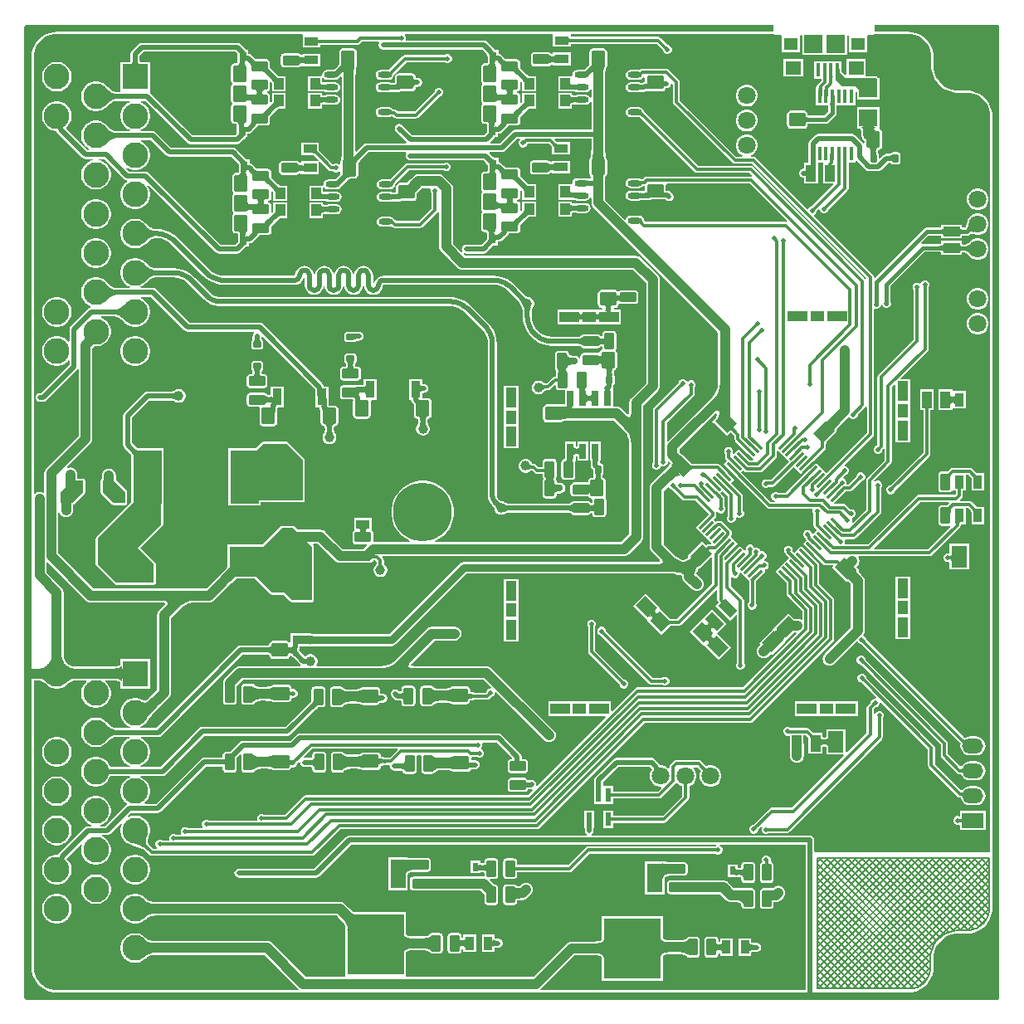
<source format=gtl>
G04*
G04 #@! TF.GenerationSoftware,Altium Limited,Altium Designer,24.5.2 (23)*
G04*
G04 Layer_Physical_Order=1*
G04 Layer_Color=255*
%FSLAX44Y44*%
%MOMM*%
G71*
G04*
G04 #@! TF.SameCoordinates,49661B99-7F85-447B-B4A6-A33B5E3A9DE8*
G04*
G04*
G04 #@! TF.FilePolarity,Positive*
G04*
G01*
G75*
%ADD14C,0.4000*%
G04:AMPARAMS|DCode=18|XSize=1mm|YSize=1.7mm|CornerRadius=0.125mm|HoleSize=0mm|Usage=FLASHONLY|Rotation=270.000|XOffset=0mm|YOffset=0mm|HoleType=Round|Shape=RoundedRectangle|*
%AMROUNDEDRECTD18*
21,1,1.0000,1.4500,0,0,270.0*
21,1,0.7500,1.7000,0,0,270.0*
1,1,0.2500,-0.7250,-0.3750*
1,1,0.2500,-0.7250,0.3750*
1,1,0.2500,0.7250,0.3750*
1,1,0.2500,0.7250,-0.3750*
%
%ADD18ROUNDEDRECTD18*%
%ADD19R,0.6000X1.4000*%
G04:AMPARAMS|DCode=20|XSize=1.475mm|YSize=0.3mm|CornerRadius=0mm|HoleSize=0mm|Usage=FLASHONLY|Rotation=315.000|XOffset=0mm|YOffset=0mm|HoleType=Round|Shape=Rectangle|*
%AMROTATEDRECTD20*
4,1,4,-0.6276,0.4154,-0.4154,0.6276,0.6276,-0.4154,0.4154,-0.6276,-0.6276,0.4154,0.0*
%
%ADD20ROTATEDRECTD20*%

G04:AMPARAMS|DCode=21|XSize=1.475mm|YSize=0.3mm|CornerRadius=0mm|HoleSize=0mm|Usage=FLASHONLY|Rotation=225.000|XOffset=0mm|YOffset=0mm|HoleType=Round|Shape=Rectangle|*
%AMROTATEDRECTD21*
4,1,4,0.4154,0.6276,0.6276,0.4154,-0.4154,-0.6276,-0.6276,-0.4154,0.4154,0.6276,0.0*
%
%ADD21ROTATEDRECTD21*%

G04:AMPARAMS|DCode=22|XSize=1.6mm|YSize=1.4mm|CornerRadius=0mm|HoleSize=0mm|Usage=FLASHONLY|Rotation=315.000|XOffset=0mm|YOffset=0mm|HoleType=Round|Shape=Rectangle|*
%AMROTATEDRECTD22*
4,1,4,-1.0607,0.0707,-0.0707,1.0607,1.0607,-0.0707,0.0707,-1.0607,-1.0607,0.0707,0.0*
%
%ADD22ROTATEDRECTD22*%

%ADD23R,1.6000X2.1800*%
%ADD24R,0.9000X1.4000*%
G04:AMPARAMS|DCode=25|XSize=1mm|YSize=1.7mm|CornerRadius=0.125mm|HoleSize=0mm|Usage=FLASHONLY|Rotation=0.000|XOffset=0mm|YOffset=0mm|HoleType=Round|Shape=RoundedRectangle|*
%AMROUNDEDRECTD25*
21,1,1.0000,1.4500,0,0,0.0*
21,1,0.7500,1.7000,0,0,0.0*
1,1,0.2500,0.3750,-0.7250*
1,1,0.2500,-0.3750,-0.7250*
1,1,0.2500,-0.3750,0.7250*
1,1,0.2500,0.3750,0.7250*
%
%ADD25ROUNDEDRECTD25*%
%ADD26R,1.6000X3.0000*%
%ADD27R,5.8000X6.2000*%
%ADD28R,0.6000X0.9000*%
%ADD29O,2.1600X1.5200*%
%ADD30R,2.1600X1.5200*%
G04:AMPARAMS|DCode=31|XSize=1.4mm|YSize=1.7mm|CornerRadius=0mm|HoleSize=0mm|Usage=FLASHONLY|Rotation=45.000|XOffset=0mm|YOffset=0mm|HoleType=Round|Shape=Rectangle|*
%AMROTATEDRECTD31*
4,1,4,0.1061,-1.0960,-1.0960,0.1061,-0.1061,1.0960,1.0960,-0.1061,0.1061,-1.0960,0.0*
%
%ADD31ROTATEDRECTD31*%

G04:AMPARAMS|DCode=32|XSize=1.4mm|YSize=1.7mm|CornerRadius=0.175mm|HoleSize=0mm|Usage=FLASHONLY|Rotation=180.000|XOffset=0mm|YOffset=0mm|HoleType=Round|Shape=RoundedRectangle|*
%AMROUNDEDRECTD32*
21,1,1.4000,1.3500,0,0,180.0*
21,1,1.0500,1.7000,0,0,180.0*
1,1,0.3500,-0.5250,0.6750*
1,1,0.3500,0.5250,0.6750*
1,1,0.3500,0.5250,-0.6750*
1,1,0.3500,-0.5250,-0.6750*
%
%ADD32ROUNDEDRECTD32*%
G04:AMPARAMS|DCode=33|XSize=1.4mm|YSize=1.7mm|CornerRadius=0.175mm|HoleSize=0mm|Usage=FLASHONLY|Rotation=270.000|XOffset=0mm|YOffset=0mm|HoleType=Round|Shape=RoundedRectangle|*
%AMROUNDEDRECTD33*
21,1,1.4000,1.3500,0,0,270.0*
21,1,1.0500,1.7000,0,0,270.0*
1,1,0.3500,-0.6750,-0.5250*
1,1,0.3500,-0.6750,0.5250*
1,1,0.3500,0.6750,0.5250*
1,1,0.3500,0.6750,-0.5250*
%
%ADD33ROUNDEDRECTD33*%
%ADD34R,1.0000X1.7000*%
%ADD35R,0.9500X1.7500*%
%ADD36R,3.2500X1.7500*%
G04:AMPARAMS|DCode=37|XSize=0.63mm|YSize=0.83mm|CornerRadius=0.0788mm|HoleSize=0mm|Usage=FLASHONLY|Rotation=270.000|XOffset=0mm|YOffset=0mm|HoleType=Round|Shape=RoundedRectangle|*
%AMROUNDEDRECTD37*
21,1,0.6300,0.6725,0,0,270.0*
21,1,0.4725,0.8300,0,0,270.0*
1,1,0.1575,-0.3363,-0.2362*
1,1,0.1575,-0.3363,0.2362*
1,1,0.1575,0.3363,0.2362*
1,1,0.1575,0.3363,-0.2362*
%
%ADD37ROUNDEDRECTD37*%
G04:AMPARAMS|DCode=38|XSize=0.63mm|YSize=0.83mm|CornerRadius=0.0788mm|HoleSize=0mm|Usage=FLASHONLY|Rotation=0.000|XOffset=0mm|YOffset=0mm|HoleType=Round|Shape=RoundedRectangle|*
%AMROUNDEDRECTD38*
21,1,0.6300,0.6725,0,0,0.0*
21,1,0.4725,0.8300,0,0,0.0*
1,1,0.1575,0.2362,-0.3363*
1,1,0.1575,-0.2362,-0.3363*
1,1,0.1575,-0.2362,0.3363*
1,1,0.1575,0.2362,0.3363*
%
%ADD38ROUNDEDRECTD38*%
%ADD39R,1.8400X1.8000*%
%ADD40R,1.9000X1.9000*%
%ADD41R,1.4500X1.3000*%
%ADD42R,1.6000X1.4000*%
%ADD43R,0.4000X1.3500*%
%ADD44R,0.4500X1.4750*%
G04:AMPARAMS|DCode=45|XSize=1mm|YSize=1.7mm|CornerRadius=0mm|HoleSize=0mm|Usage=FLASHONLY|Rotation=45.000|XOffset=0mm|YOffset=0mm|HoleType=Round|Shape=Rectangle|*
%AMROTATEDRECTD45*
4,1,4,0.2475,-0.9546,-0.9546,0.2475,-0.2475,0.9546,0.9546,-0.2475,0.2475,-0.9546,0.0*
%
%ADD45ROTATEDRECTD45*%

%ADD46R,0.6500X1.5000*%
G04:AMPARAMS|DCode=47|XSize=1.4mm|YSize=1.7mm|CornerRadius=0mm|HoleSize=0mm|Usage=FLASHONLY|Rotation=135.000|XOffset=0mm|YOffset=0mm|HoleType=Round|Shape=Rectangle|*
%AMROTATEDRECTD47*
4,1,4,1.0960,0.1061,-0.1061,-1.0960,-1.0960,-0.1061,0.1061,1.0960,1.0960,0.1061,0.0*
%
%ADD47ROTATEDRECTD47*%

%ADD48R,2.0000X1.1250*%
%ADD49R,1.4000X1.1250*%
%ADD50R,1.1250X2.0000*%
%ADD51R,1.1250X1.4000*%
%ADD52R,1.4000X0.9000*%
%ADD53R,1.8000X2.9000*%
%ADD54R,2.9000X5.4000*%
%ADD55R,3.5000X1.6000*%
%ADD56R,1.7500X0.9500*%
%ADD57R,1.7500X3.2500*%
%ADD58R,1.7000X1.0000*%
%ADD59R,0.7000X0.9000*%
%ADD60R,1.0000X1.1500*%
%ADD61O,1.4500X0.6000*%
%ADD77C,1.0000*%
%ADD113C,0.5000*%
%ADD114R,1.0000X1.0000*%
%ADD115C,0.2032*%
%ADD116C,0.3000*%
%ADD117C,1.0000*%
%ADD118C,0.8000*%
%ADD119C,0.7000*%
%ADD120C,6.0000*%
%ADD121C,1.8000*%
%ADD122C,1.7250*%
%ADD123C,2.6250*%
%ADD124R,2.6250X2.6250*%
%ADD125C,0.5000*%
G36*
X385465Y981880D02*
X385403Y981927D01*
X385318Y981970D01*
X385207Y982008D01*
X385073Y982040D01*
X384913Y982067D01*
X384522Y982107D01*
X384032Y982128D01*
X383750Y982130D01*
Y985130D01*
X384032Y985133D01*
X384913Y985192D01*
X385073Y985220D01*
X385207Y985253D01*
X385318Y985290D01*
X385403Y985332D01*
X385465Y985380D01*
Y981880D01*
D02*
G37*
G36*
X557829Y984099D02*
X557920Y983844D01*
X558072Y983619D01*
X558284Y983424D01*
X558557Y983259D01*
X558890Y983124D01*
X559284Y983019D01*
X559739Y982944D01*
X560254Y982899D01*
X560830Y982884D01*
Y979884D01*
X560254Y979869D01*
X559739Y979824D01*
X559284Y979749D01*
X558890Y979644D01*
X558557Y979509D01*
X558284Y979344D01*
X558072Y979149D01*
X557920Y978924D01*
X557829Y978669D01*
X557799Y978384D01*
Y984384D01*
X557829Y984099D01*
D02*
G37*
G36*
X302399Y983089D02*
X302490Y982834D01*
X302642Y982609D01*
X302854Y982414D01*
X303127Y982249D01*
X303460Y982114D01*
X303854Y982009D01*
X304309Y981934D01*
X304824Y981889D01*
X305400Y981874D01*
Y978874D01*
X304824Y978859D01*
X304309Y978814D01*
X303854Y978739D01*
X303460Y978634D01*
X303127Y978499D01*
X302854Y978334D01*
X302642Y978139D01*
X302490Y977914D01*
X302399Y977659D01*
X302369Y977374D01*
Y983374D01*
X302399Y983089D01*
D02*
G37*
G36*
X657537Y975338D02*
X658203Y974757D01*
X658335Y974664D01*
X658453Y974592D01*
X658557Y974540D01*
X658648Y974510D01*
X658725Y974500D01*
X656250Y972025D01*
X656240Y972102D01*
X656210Y972193D01*
X656158Y972297D01*
X656086Y972415D01*
X655993Y972547D01*
X655744Y972853D01*
X655412Y973213D01*
X655214Y973414D01*
X657336Y975536D01*
X657537Y975338D01*
D02*
G37*
G36*
X870039Y987961D02*
X904550D01*
X906839Y987848D01*
X911378Y986945D01*
X915608Y985194D01*
X919414Y982651D01*
X922651Y979414D01*
X925194Y975608D01*
X926945Y971378D01*
X927848Y966839D01*
X927961Y964550D01*
Y955400D01*
X927961Y952898D01*
X928000Y952701D01*
Y952501D01*
X928976Y947593D01*
X929053Y947408D01*
X929092Y947211D01*
X931007Y942588D01*
X931118Y942421D01*
X931195Y942236D01*
X933975Y938075D01*
X934117Y937934D01*
X934229Y937766D01*
X937766Y934229D01*
X937934Y934117D01*
X938075Y933975D01*
X942236Y931195D01*
X942421Y931118D01*
X942588Y931007D01*
X947211Y929092D01*
X947408Y929053D01*
X947593Y928976D01*
X952501Y928000D01*
X952701D01*
X952898Y927961D01*
X955400Y927961D01*
X964550D01*
X966839Y927848D01*
X971378Y926945D01*
X975608Y925194D01*
X979414Y922651D01*
X982651Y919414D01*
X985194Y915608D01*
X986945Y911378D01*
X987848Y906839D01*
X987961Y904550D01*
Y153289D01*
X810250D01*
X809858Y153211D01*
X808831Y153813D01*
X808588Y154072D01*
Y165250D01*
X808500Y165693D01*
Y166145D01*
X808327Y166563D01*
X808239Y167006D01*
X807988Y167382D01*
X807815Y167799D01*
X807495Y168119D01*
X807244Y168494D01*
X806869Y168745D01*
X806549Y169065D01*
X806132Y169238D01*
X805756Y169489D01*
X805313Y169577D01*
X804895Y169750D01*
X804443D01*
X804000Y169838D01*
X581599D01*
X581402Y170083D01*
X581389Y170113D01*
X581299Y171435D01*
X581559Y171695D01*
X581664Y171785D01*
X581994Y172006D01*
X582245Y172381D01*
X582565Y172701D01*
X582738Y173118D01*
X582989Y173494D01*
X583077Y173937D01*
X583250Y174355D01*
Y174807D01*
X583338Y175250D01*
Y177500D01*
X584000D01*
Y195500D01*
X574000D01*
Y177500D01*
X574162D01*
Y175250D01*
X574250Y174807D01*
Y174355D01*
X574423Y173937D01*
X574511Y173494D01*
X574762Y173118D01*
X574935Y172701D01*
X575255Y172381D01*
X575506Y172006D01*
X575836Y171785D01*
X575941Y171695D01*
X576201Y171435D01*
X576111Y170113D01*
X576098Y170083D01*
X575901Y169838D01*
X333750D01*
X331994Y169489D01*
X330506Y168494D01*
X298099Y136088D01*
X221250D01*
X219494Y135739D01*
X218006Y134744D01*
X217011Y133256D01*
X216662Y131500D01*
X217011Y129744D01*
X218006Y128256D01*
X219494Y127261D01*
X221250Y126912D01*
X300000D01*
X301756Y127261D01*
X303244Y128256D01*
X335650Y160662D01*
X708238D01*
X708490Y159393D01*
X708480Y159388D01*
X707701Y159065D01*
X707466Y158830D01*
X707458Y158825D01*
X707357Y158819D01*
X577750D01*
X576384Y158547D01*
X575227Y157773D01*
X557322Y139869D01*
X505332D01*
X505148Y139885D01*
X505054Y139900D01*
Y143550D01*
X504801Y144818D01*
X504083Y145893D01*
X503008Y146611D01*
X501740Y146864D01*
X494240D01*
X492972Y146611D01*
X491897Y145893D01*
X491179Y144818D01*
X490926Y143550D01*
Y129050D01*
X491179Y127782D01*
X491897Y126707D01*
X492972Y125989D01*
X494240Y125736D01*
X501740D01*
X503008Y125989D01*
X504083Y126707D01*
X504801Y127782D01*
X505054Y129050D01*
Y132700D01*
X505148Y132715D01*
X505332Y132732D01*
X558800D01*
X560166Y133003D01*
X561323Y133777D01*
X579228Y151681D01*
X707455D01*
X707701Y151435D01*
X709355Y150750D01*
X711145D01*
X712799Y151435D01*
X714065Y152701D01*
X714750Y154355D01*
Y156145D01*
X714065Y157799D01*
X712799Y159065D01*
X712010Y159392D01*
X712262Y160662D01*
X799412D01*
Y156000D01*
Y146000D01*
Y136000D01*
Y126000D01*
Y116000D01*
Y106000D01*
Y96000D01*
Y86000D01*
Y76000D01*
Y66000D01*
Y56000D01*
Y46000D01*
Y36000D01*
Y26000D01*
Y12039D01*
X529589D01*
X529158Y13309D01*
X529743Y13758D01*
X563795Y47810D01*
X584712D01*
X585720Y47783D01*
X587285Y47646D01*
X588614Y47425D01*
X589698Y47134D01*
X590532Y46794D01*
X591121Y46435D01*
X591497Y46087D01*
X591723Y45749D01*
X591858Y45367D01*
X591900Y44969D01*
Y21870D01*
X653900D01*
Y45950D01*
X653972Y46638D01*
X654108Y47021D01*
X654333Y47359D01*
X654707Y47707D01*
X655293Y48065D01*
X656123Y48404D01*
X657203Y48695D01*
X658527Y48916D01*
X660086Y49053D01*
X661091Y49080D01*
X670003D01*
X672429Y48980D01*
X673636Y48840D01*
X674722Y48645D01*
X675660Y48405D01*
X676447Y48127D01*
X677083Y47823D01*
X677573Y47507D01*
X677933Y47190D01*
X678304Y46730D01*
X678305Y46729D01*
X678427Y46547D01*
X678912Y46223D01*
X678915Y46220D01*
X678917Y46220D01*
X679502Y45829D01*
X680770Y45576D01*
X688270D01*
X689538Y45829D01*
X690613Y46547D01*
X691331Y47622D01*
X691584Y48890D01*
Y63390D01*
X691331Y64658D01*
X690613Y65733D01*
X689538Y66451D01*
X688270Y66704D01*
X680770D01*
X679502Y66451D01*
X678917Y66060D01*
X678915Y66060D01*
X678912Y66057D01*
X678427Y65733D01*
X678305Y65551D01*
X678304Y65550D01*
X677933Y65090D01*
X677573Y64774D01*
X677083Y64457D01*
X676447Y64153D01*
X675660Y63875D01*
X674722Y63635D01*
X673663Y63445D01*
X671009Y63209D01*
X670585Y63200D01*
X661091D01*
X660086Y63227D01*
X658527Y63364D01*
X657203Y63585D01*
X656123Y63876D01*
X655293Y64215D01*
X654707Y64573D01*
X654333Y64921D01*
X654108Y65259D01*
X653972Y65642D01*
X653900Y66330D01*
Y87870D01*
X591900D01*
Y64771D01*
X591858Y64373D01*
X591723Y63991D01*
X591497Y63653D01*
X591121Y63305D01*
X590532Y62947D01*
X589698Y62606D01*
X588614Y62315D01*
X587285Y62094D01*
X585720Y61957D01*
X584712Y61930D01*
X560870D01*
X559043Y61690D01*
X557340Y60985D01*
X555878Y59862D01*
X521825Y25810D01*
X393142D01*
X391880Y25830D01*
X391880Y27080D01*
Y49910D01*
X391952Y50598D01*
X392088Y50981D01*
X392313Y51319D01*
X392687Y51667D01*
X393273Y52025D01*
X394103Y52364D01*
X395183Y52655D01*
X396507Y52876D01*
X398066Y53013D01*
X399071Y53040D01*
X407983D01*
X410409Y52941D01*
X411616Y52800D01*
X412702Y52606D01*
X413640Y52365D01*
X414427Y52087D01*
X415063Y51783D01*
X415553Y51467D01*
X415913Y51150D01*
X416284Y50690D01*
X416285Y50689D01*
X416407Y50507D01*
X416892Y50183D01*
X416895Y50180D01*
X416897Y50180D01*
X417482Y49789D01*
X418750Y49536D01*
X426250D01*
X427518Y49789D01*
X428593Y50507D01*
X429311Y51582D01*
X429564Y52850D01*
Y67350D01*
X429311Y68618D01*
X428593Y69693D01*
X427518Y70411D01*
X426250Y70664D01*
X418750D01*
X417482Y70411D01*
X416897Y70020D01*
X416895Y70020D01*
X416892Y70017D01*
X416407Y69693D01*
X416285Y69511D01*
X416284Y69510D01*
X415913Y69050D01*
X415553Y68734D01*
X415063Y68417D01*
X414427Y68113D01*
X413640Y67835D01*
X412702Y67595D01*
X411643Y67405D01*
X408989Y67169D01*
X408565Y67160D01*
X399071D01*
X398066Y67187D01*
X396507Y67324D01*
X395183Y67545D01*
X394103Y67836D01*
X393273Y68175D01*
X392687Y68534D01*
X392313Y68881D01*
X392088Y69219D01*
X391952Y69602D01*
X391880Y70290D01*
Y91830D01*
X339108D01*
X338609Y92118D01*
X337104Y93175D01*
X333425Y96308D01*
X332253Y97442D01*
X329422Y100272D01*
X327960Y101395D01*
X326257Y102100D01*
X324430Y102340D01*
X134965D01*
X134435Y102358D01*
X133345Y102469D01*
X132312Y102651D01*
X131332Y102904D01*
X130403Y103226D01*
X129521Y103617D01*
X128683Y104077D01*
X127885Y104609D01*
X127125Y105214D01*
X126341Y105952D01*
X126199Y106041D01*
X125212Y107028D01*
X122734Y108684D01*
X119982Y109824D01*
X117060Y110405D01*
X114080D01*
X111158Y109824D01*
X108406Y108684D01*
X105928Y107028D01*
X103822Y104922D01*
X102166Y102444D01*
X101026Y99692D01*
X100445Y96770D01*
Y93790D01*
X101026Y90868D01*
X102166Y88116D01*
X103822Y85638D01*
X105928Y83532D01*
X108406Y81876D01*
X111158Y80736D01*
X114080Y80155D01*
X117060D01*
X119982Y80736D01*
X122734Y81876D01*
X125212Y83532D01*
X126199Y84519D01*
X126341Y84608D01*
X127125Y85346D01*
X127885Y85951D01*
X128683Y86483D01*
X129521Y86943D01*
X130403Y87334D01*
X131332Y87656D01*
X132312Y87909D01*
X133345Y88091D01*
X134435Y88202D01*
X134965Y88220D01*
X321491D01*
X322372Y87314D01*
X326419Y82715D01*
X327898Y80770D01*
X329039Y79040D01*
X329831Y77566D01*
X329880Y77436D01*
Y27080D01*
X329880Y25830D01*
X328618Y25810D01*
X289424D01*
X254963Y60272D01*
X253500Y61395D01*
X251797Y62100D01*
X249970Y62340D01*
X134964D01*
X134435Y62358D01*
X133345Y62469D01*
X132312Y62651D01*
X131332Y62904D01*
X130403Y63226D01*
X129521Y63617D01*
X128683Y64077D01*
X127885Y64609D01*
X127125Y65214D01*
X126341Y65952D01*
X126199Y66041D01*
X125212Y67028D01*
X122734Y68684D01*
X119982Y69824D01*
X117060Y70405D01*
X114080D01*
X111158Y69824D01*
X108406Y68684D01*
X105928Y67028D01*
X103822Y64922D01*
X102166Y62444D01*
X101026Y59692D01*
X100445Y56770D01*
Y53790D01*
X101026Y50868D01*
X102166Y48116D01*
X103822Y45638D01*
X105928Y43532D01*
X108406Y41876D01*
X111158Y40736D01*
X114080Y40155D01*
X117060D01*
X119982Y40736D01*
X122734Y41876D01*
X125212Y43532D01*
X126199Y44519D01*
X126341Y44608D01*
X127125Y45346D01*
X127885Y45951D01*
X128683Y46483D01*
X129521Y46943D01*
X130403Y47334D01*
X131332Y47656D01*
X132312Y47909D01*
X133345Y48091D01*
X134435Y48202D01*
X134964Y48220D01*
X247045D01*
X281508Y13758D01*
X282092Y13309D01*
X281661Y12039D01*
X35450D01*
X33161Y12152D01*
X28622Y13054D01*
X24392Y14806D01*
X20586Y17349D01*
X17349Y20586D01*
X14806Y24392D01*
X13054Y28622D01*
X12152Y33161D01*
X12039Y35450D01*
Y328220D01*
X16176D01*
X16705Y328202D01*
X17795Y328091D01*
X18828Y327909D01*
X19808Y327656D01*
X20737Y327334D01*
X21619Y326943D01*
X22457Y326483D01*
X23255Y325951D01*
X24015Y325346D01*
X24799Y324608D01*
X24941Y324519D01*
X25928Y323532D01*
X28406Y321876D01*
X31158Y320736D01*
X34080Y320155D01*
X37060D01*
X39982Y320736D01*
X42734Y321876D01*
X45212Y323532D01*
X46199Y324519D01*
X46341Y324608D01*
X47125Y325346D01*
X47885Y325951D01*
X48683Y326483D01*
X49521Y326943D01*
X50403Y327334D01*
X51332Y327656D01*
X52312Y327909D01*
X53345Y328091D01*
X54435Y328202D01*
X54964Y328220D01*
X65425D01*
X65820Y327284D01*
X65850Y326950D01*
X63822Y324922D01*
X62166Y322444D01*
X61026Y319692D01*
X60445Y316770D01*
Y313790D01*
X61026Y310868D01*
X62166Y308116D01*
X63822Y305638D01*
X65928Y303532D01*
X68406Y301876D01*
X71158Y300736D01*
X74080Y300155D01*
X77060D01*
X79982Y300736D01*
X82734Y301876D01*
X85212Y303532D01*
X87318Y305638D01*
X88974Y308116D01*
X90114Y310868D01*
X90695Y313790D01*
Y316770D01*
X90114Y319692D01*
X88974Y322444D01*
X87318Y324922D01*
X85212Y327028D01*
X85061Y327129D01*
X85429Y328345D01*
X93257D01*
X94265Y328318D01*
X95830Y328181D01*
X97159Y327960D01*
X98243Y327669D01*
X99077Y327329D01*
X99666Y326970D01*
X100042Y326622D01*
X100268Y326284D01*
X100403Y325901D01*
X100445Y325504D01*
Y320155D01*
X130695D01*
Y350405D01*
X100445D01*
Y345306D01*
X100403Y344908D01*
X100268Y344526D01*
X100042Y344188D01*
X99666Y343840D01*
X99077Y343481D01*
X98243Y343141D01*
X97159Y342850D01*
X95830Y342630D01*
X94265Y342492D01*
X93257Y342465D01*
X67234D01*
X66285Y342340D01*
X54964D01*
X54435Y342358D01*
X53345Y342469D01*
X52312Y342651D01*
X51332Y342904D01*
X50403Y343226D01*
X49521Y343617D01*
X48683Y344077D01*
X47885Y344609D01*
X47125Y345214D01*
X46341Y345952D01*
X46280Y345990D01*
X46242Y346051D01*
X45504Y346835D01*
X44899Y347595D01*
X44367Y348393D01*
X43907Y349231D01*
X43516Y350113D01*
X43194Y351042D01*
X42941Y352022D01*
X42759Y353055D01*
X42648Y354145D01*
X42630Y354674D01*
Y417804D01*
X42390Y419631D01*
X41684Y421334D01*
X40563Y422796D01*
X25060Y438298D01*
Y448295D01*
X26234Y448781D01*
X65008Y410008D01*
X66470Y408885D01*
X68173Y408180D01*
X70000Y407940D01*
X143438D01*
X144574Y407896D01*
X145472Y407768D01*
X145961Y407114D01*
X146078Y406306D01*
X145533Y405580D01*
X144761Y404745D01*
X140007Y399992D01*
X138885Y398530D01*
X138180Y396827D01*
X137940Y395000D01*
Y318424D01*
X129583Y310068D01*
X129123Y309640D01*
X128302Y308993D01*
X127530Y308499D01*
X126813Y308147D01*
X126154Y307925D01*
X125547Y307816D01*
X124974Y307806D01*
X124411Y307890D01*
X123833Y308074D01*
X123110Y308433D01*
X122734Y308684D01*
X119982Y309824D01*
X117060Y310405D01*
X114080D01*
X111158Y309824D01*
X108406Y308684D01*
X105928Y307028D01*
X103822Y304922D01*
X102166Y302444D01*
X101026Y299692D01*
X100445Y296770D01*
Y293790D01*
X101026Y290868D01*
X102166Y288116D01*
X103822Y285638D01*
X105928Y283532D01*
X108406Y281876D01*
X110188Y281138D01*
X109935Y279868D01*
X95679D01*
X95614Y279873D01*
X94836Y280026D01*
X93989Y280295D01*
X93076Y280688D01*
X92098Y281213D01*
X91061Y281873D01*
X89990Y282655D01*
X87618Y284698D01*
X86372Y285922D01*
X86214Y286026D01*
X85212Y287028D01*
X82734Y288684D01*
X79982Y289824D01*
X77060Y290405D01*
X74080D01*
X71158Y289824D01*
X68406Y288684D01*
X65928Y287028D01*
X63822Y284922D01*
X62166Y282444D01*
X61026Y279692D01*
X60445Y276770D01*
Y273790D01*
X61026Y270868D01*
X62166Y268116D01*
X63822Y265638D01*
X65928Y263532D01*
X68406Y261876D01*
X71158Y260736D01*
X74080Y260155D01*
X77060D01*
X79982Y260736D01*
X82734Y261876D01*
X85212Y263532D01*
X86199Y264519D01*
X86342Y264609D01*
X88843Y266968D01*
X89969Y267890D01*
X91061Y268687D01*
X92098Y269347D01*
X93076Y269872D01*
X93989Y270265D01*
X94836Y270534D01*
X95614Y270687D01*
X95679Y270692D01*
X109935D01*
X110188Y269422D01*
X108406Y268684D01*
X105928Y267028D01*
X103822Y264922D01*
X102166Y262444D01*
X101026Y259692D01*
X100445Y256770D01*
Y253790D01*
X101026Y250868D01*
X102166Y248116D01*
X103822Y245638D01*
X105928Y243532D01*
X108406Y241876D01*
X110188Y241138D01*
X109935Y239868D01*
X90041D01*
X88974Y242444D01*
X87318Y244922D01*
X85212Y247028D01*
X82734Y248684D01*
X79982Y249824D01*
X77060Y250405D01*
X74080D01*
X71158Y249824D01*
X68406Y248684D01*
X65928Y247028D01*
X63822Y244922D01*
X62166Y242444D01*
X61026Y239692D01*
X60445Y236770D01*
Y233790D01*
X61026Y230868D01*
X62166Y228116D01*
X63822Y225638D01*
X65928Y223532D01*
X68406Y221876D01*
X71158Y220736D01*
X74080Y220155D01*
X77060D01*
X79982Y220736D01*
X82734Y221876D01*
X85212Y223532D01*
X87318Y225638D01*
X88974Y228116D01*
X90041Y230692D01*
X109935D01*
X110188Y229422D01*
X108406Y228684D01*
X105928Y227028D01*
X103822Y224922D01*
X102166Y222444D01*
X101026Y219692D01*
X100445Y216770D01*
Y213790D01*
X101026Y210868D01*
X102166Y208116D01*
X103822Y205638D01*
X105928Y203532D01*
X106871Y202902D01*
X106871Y201374D01*
X106161Y200899D01*
X84850Y179588D01*
X80529D01*
X80276Y180858D01*
X82734Y181876D01*
X85212Y183532D01*
X87318Y185638D01*
X88974Y188116D01*
X90114Y190868D01*
X90695Y193790D01*
Y196770D01*
X90114Y199692D01*
X88974Y202444D01*
X87318Y204922D01*
X85212Y207028D01*
X82734Y208684D01*
X79982Y209824D01*
X77060Y210405D01*
X74080D01*
X71158Y209824D01*
X68406Y208684D01*
X65928Y207028D01*
X63822Y204922D01*
X62166Y202444D01*
X61026Y199692D01*
X60445Y196770D01*
Y193790D01*
X61026Y190868D01*
X62166Y188116D01*
X63822Y185638D01*
X65928Y183532D01*
X68406Y181876D01*
X70864Y180858D01*
X70611Y179588D01*
X67500D01*
X65744Y179239D01*
X64256Y178244D01*
X38015Y152003D01*
X37020Y150515D01*
X36998Y150405D01*
X34080D01*
X31158Y149824D01*
X28406Y148684D01*
X25928Y147028D01*
X23822Y144922D01*
X22166Y142444D01*
X21026Y139692D01*
X20445Y136770D01*
Y133790D01*
X21026Y130868D01*
X22166Y128116D01*
X23822Y125638D01*
X25928Y123532D01*
X28406Y121876D01*
X31158Y120736D01*
X34080Y120155D01*
X37060D01*
X39982Y120736D01*
X42734Y121876D01*
X45212Y123532D01*
X47318Y125638D01*
X48974Y128116D01*
X50114Y130868D01*
X50695Y133790D01*
Y136770D01*
X50114Y139692D01*
X48974Y142444D01*
X47318Y144922D01*
X45793Y146447D01*
X45847Y146719D01*
Y146859D01*
X60338Y161350D01*
X61415Y160630D01*
X61026Y159692D01*
X60445Y156770D01*
Y153790D01*
X61026Y150868D01*
X62166Y148116D01*
X63822Y145638D01*
X65928Y143532D01*
X68406Y141876D01*
X71158Y140736D01*
X74080Y140155D01*
X77060D01*
X79982Y140736D01*
X82734Y141876D01*
X85212Y143532D01*
X87318Y145638D01*
X88974Y148116D01*
X90114Y150868D01*
X90695Y153790D01*
Y156770D01*
X90114Y159692D01*
X88974Y162444D01*
X87318Y164922D01*
X85212Y167028D01*
X82734Y168684D01*
X81628Y169142D01*
X81881Y170412D01*
X86750D01*
X88506Y170761D01*
X89994Y171756D01*
X100869Y182630D01*
X101945Y181911D01*
X101026Y179692D01*
X100445Y176770D01*
Y173790D01*
X101026Y170868D01*
X102166Y168116D01*
X103822Y165638D01*
X105928Y163532D01*
X108406Y161876D01*
X111158Y160736D01*
X111418Y160685D01*
X113307Y160071D01*
X120607Y157501D01*
X122844Y156566D01*
X123562Y156213D01*
X123992Y155962D01*
X129727Y150227D01*
X130884Y149453D01*
X132250Y149181D01*
X296250D01*
X297616Y149453D01*
X298773Y150227D01*
X325228Y176681D01*
X525650D01*
X527015Y176953D01*
X528173Y177727D01*
X635128Y284681D01*
X743207D01*
X744573Y284953D01*
X745731Y285727D01*
X827712Y367708D01*
X828486Y368866D01*
X828757Y370232D01*
Y410386D01*
X828486Y411751D01*
X827712Y412909D01*
X818936Y421686D01*
X818936Y421686D01*
X813331Y427291D01*
Y445711D01*
X813059Y447076D01*
X812285Y448234D01*
X801481Y459039D01*
X801189Y459234D01*
X794803Y465619D01*
X787781Y458597D01*
X786433Y459944D01*
X786500Y460105D01*
Y461895D01*
X785815Y463549D01*
X784549Y464815D01*
X782895Y465500D01*
X781105D01*
X779451Y464815D01*
X778185Y463549D01*
X777500Y461895D01*
Y460105D01*
X778185Y458451D01*
X779150Y457486D01*
X779859Y456424D01*
X782734Y453550D01*
X777126Y447942D01*
X777126Y447942D01*
X768640Y439456D01*
X775026Y433071D01*
X775221Y432779D01*
X779931Y428068D01*
Y416719D01*
X780203Y415354D01*
X780977Y414196D01*
X796620Y398552D01*
Y390583D01*
X795481Y390021D01*
X795219Y390222D01*
X793516Y390927D01*
X791689Y391168D01*
X787895D01*
X782227Y396835D01*
X768845Y383453D01*
X768808Y383428D01*
X768783Y383391D01*
X767378Y381986D01*
X766961Y381569D01*
X765556Y380164D01*
X765519Y380139D01*
X765494Y380102D01*
X752112Y366720D01*
X753813Y365018D01*
X751928Y363132D01*
X750806Y361670D01*
X750100Y359967D01*
X749860Y358140D01*
X750100Y356313D01*
X750806Y354610D01*
X751928Y353148D01*
X753390Y352025D01*
X755093Y351320D01*
X756920Y351080D01*
X758747Y351320D01*
X760450Y352025D01*
X761912Y353148D01*
X763798Y355033D01*
X764840Y353992D01*
X778222Y367374D01*
X778259Y367399D01*
X778284Y367436D01*
X779689Y368841D01*
X781511Y370663D01*
X781548Y370688D01*
X781573Y370725D01*
X787895Y377047D01*
X789943D01*
X790429Y375874D01*
X735624Y321069D01*
X627545D01*
X626179Y320797D01*
X625021Y320023D01*
X602133Y297135D01*
X600960Y297621D01*
Y307115D01*
X536960D01*
Y291865D01*
X595204D01*
X595690Y290692D01*
X525673Y220675D01*
X525022Y220914D01*
X524500Y221298D01*
Y221557D01*
X524588Y222000D01*
X524500Y222443D01*
Y222895D01*
X524327Y223312D01*
X524239Y223756D01*
X523988Y224132D01*
X523815Y224549D01*
X523495Y224869D01*
X523244Y225244D01*
X522869Y225495D01*
X522549Y225815D01*
X522132Y225988D01*
X521756Y226239D01*
X521312Y226327D01*
X520895Y226500D01*
X520443D01*
X520000Y226588D01*
X519557Y226500D01*
X519105D01*
X518714Y226338D01*
X516397D01*
X516311Y226768D01*
X515593Y227843D01*
X514518Y228561D01*
X513250Y228814D01*
X498750D01*
X497482Y228561D01*
X496407Y227843D01*
X495689Y226768D01*
X495436Y225500D01*
Y218000D01*
X495689Y216732D01*
X496407Y215657D01*
X497482Y214939D01*
X498750Y214686D01*
X513250D01*
X514518Y214939D01*
X515593Y215657D01*
X516311Y216732D01*
X516397Y217162D01*
X519750D01*
X520516Y217314D01*
X521142Y216144D01*
X516067Y211069D01*
X289500D01*
X288134Y210797D01*
X286977Y210023D01*
X268177Y191224D01*
X247545D01*
X247299Y191470D01*
X245645Y192155D01*
X243855D01*
X242201Y191470D01*
X240935Y190204D01*
X240250Y188550D01*
Y186760D01*
X240449Y186280D01*
X239743Y185224D01*
X199147D01*
X198670Y185319D01*
X191045D01*
X190799Y185565D01*
X189145Y186250D01*
X187355D01*
X185701Y185565D01*
X184435Y184299D01*
X183750Y182645D01*
Y180855D01*
X184435Y179201D01*
X184548Y179089D01*
X184021Y177819D01*
X169295D01*
X169049Y178065D01*
X167395Y178750D01*
X165605D01*
X163951Y178065D01*
X162685Y176799D01*
X162000Y175145D01*
Y173355D01*
X162525Y172089D01*
X161908Y170819D01*
X157545D01*
X157299Y171065D01*
X155645Y171750D01*
X153855D01*
X152201Y171065D01*
X150935Y169799D01*
X150250Y168145D01*
Y166355D01*
X150449Y165875D01*
X149743Y164819D01*
X143621D01*
X143374Y165065D01*
X141720Y165750D01*
X139930D01*
X138276Y165065D01*
X137010Y163799D01*
X136325Y162145D01*
Y160355D01*
X137010Y158701D01*
X138123Y157589D01*
X137999Y156865D01*
X137733Y156319D01*
X133728D01*
X129654Y160393D01*
X129423Y160668D01*
X129105Y161217D01*
X128856Y161875D01*
X128684Y162666D01*
X128603Y163599D01*
X128625Y164676D01*
X128761Y165896D01*
X129019Y167253D01*
X129402Y168742D01*
X129928Y170404D01*
X129931Y170427D01*
X130114Y170868D01*
X130695Y173790D01*
Y176770D01*
X130114Y179692D01*
X128974Y182444D01*
X127318Y184922D01*
X125212Y187028D01*
X122734Y188684D01*
X119982Y189824D01*
X117060Y190405D01*
X114080D01*
X111158Y189824D01*
X108939Y188905D01*
X108220Y189981D01*
X111306Y193067D01*
X138405D01*
X140161Y193416D01*
X141649Y194411D01*
X187550Y240312D01*
X204896D01*
Y237650D01*
X205149Y236382D01*
X205867Y235307D01*
X206942Y234589D01*
X208210Y234336D01*
X215710D01*
X216978Y234589D01*
X218053Y235307D01*
X218771Y236382D01*
X219024Y237650D01*
Y248975D01*
X222701Y252653D01*
X223671Y252245D01*
X223896Y252052D01*
Y237650D01*
X224149Y236382D01*
X224867Y235307D01*
X225942Y234589D01*
X227210Y234336D01*
X234710D01*
X235978Y234589D01*
X236577Y234989D01*
X236586Y234992D01*
X236602Y235005D01*
X237053Y235307D01*
X237184Y235503D01*
X237191Y235509D01*
X237622Y236056D01*
X238044Y236450D01*
X238575Y236822D01*
X239230Y237168D01*
X240016Y237478D01*
X240938Y237745D01*
X241964Y237955D01*
X244535Y238218D01*
X245045Y238230D01*
X247689D01*
X250435Y238121D01*
X252793Y237896D01*
X253718Y237751D01*
X254501Y237585D01*
X255114Y237409D01*
X255541Y237242D01*
X255933Y237025D01*
X255938Y237024D01*
X256127Y236898D01*
X256679Y236788D01*
X256692Y236784D01*
X256697Y236784D01*
X257590Y236607D01*
X271090D01*
X272553Y236898D01*
X273794Y237726D01*
X274622Y238967D01*
X274711Y239412D01*
X276500D01*
X276943Y239500D01*
X277395D01*
X277813Y239673D01*
X278256Y239761D01*
X278632Y240012D01*
X279049Y240185D01*
X279369Y240505D01*
X279744Y240756D01*
X279995Y241131D01*
X280315Y241451D01*
X280488Y241868D01*
X280739Y242244D01*
X280827Y242687D01*
X281000Y243105D01*
Y243453D01*
X282446Y244900D01*
X283172Y244661D01*
X283692Y244349D01*
X283750Y244057D01*
Y243605D01*
X283923Y243187D01*
X284011Y242744D01*
X284262Y242368D01*
X284435Y241951D01*
X284755Y241631D01*
X285006Y241256D01*
X285381Y241005D01*
X285701Y240685D01*
X286118Y240512D01*
X286494Y240261D01*
X286937Y240173D01*
X287355Y240000D01*
X287807D01*
X288250Y239912D01*
X294426D01*
X294841Y239875D01*
X295421Y239779D01*
X295856Y239663D01*
X296140Y239547D01*
X296216Y239501D01*
Y237680D01*
X296469Y236412D01*
X297187Y235337D01*
X298262Y234619D01*
X299530Y234366D01*
X307030D01*
X308298Y234619D01*
X309373Y235337D01*
X310091Y236412D01*
X310344Y237680D01*
Y252180D01*
X310091Y253448D01*
X309373Y254523D01*
X308298Y255241D01*
X307030Y255494D01*
X299530D01*
X298262Y255241D01*
X297187Y254523D01*
X296469Y253448D01*
X296216Y252180D01*
Y249499D01*
X296140Y249452D01*
X295856Y249337D01*
X295421Y249221D01*
X294841Y249125D01*
X294426Y249088D01*
X288431D01*
X288109Y249517D01*
X287850Y250303D01*
X296228Y258681D01*
X382853D01*
X383379Y257411D01*
X375287Y249319D01*
X372610D01*
X370554Y249355D01*
X369965Y249399D01*
X369799Y249565D01*
X369382Y249738D01*
X369006Y249989D01*
X368563Y250077D01*
X368145Y250250D01*
X367693D01*
X367250Y250338D01*
X366233D01*
Y250960D01*
X365942Y252423D01*
X365113Y253664D01*
X363873Y254492D01*
X362410Y254783D01*
X348910D01*
X347969Y254596D01*
X347944Y254597D01*
X347904Y254583D01*
X347447Y254492D01*
X347217Y254339D01*
X347194Y254331D01*
X346556Y253950D01*
X345911Y253643D01*
X345165Y253359D01*
X344317Y253105D01*
X343368Y252883D01*
X342361Y252705D01*
X340229Y252524D01*
X333680D01*
X333014Y252590D01*
X331898Y252763D01*
X330941Y252977D01*
X330150Y253223D01*
X329530Y253487D01*
X329079Y253751D01*
X328786Y253992D01*
X328492Y254345D01*
X328373Y254523D01*
X327298Y255241D01*
X326030Y255494D01*
X318530D01*
X317262Y255241D01*
X316187Y254523D01*
X315469Y253448D01*
X315216Y252180D01*
Y237680D01*
X315469Y236412D01*
X316187Y235337D01*
X317262Y234619D01*
X318530Y234366D01*
X326030D01*
X327298Y234619D01*
X327897Y235019D01*
X327906Y235022D01*
X327922Y235035D01*
X328373Y235337D01*
X328504Y235533D01*
X328511Y235539D01*
X328942Y236085D01*
X329364Y236480D01*
X329895Y236852D01*
X330549Y237198D01*
X331336Y237508D01*
X332258Y237775D01*
X333284Y237985D01*
X335855Y238248D01*
X336365Y238260D01*
X339009D01*
X341755Y238151D01*
X344113Y237926D01*
X345037Y237781D01*
X345821Y237615D01*
X346434Y237439D01*
X346861Y237272D01*
X347253Y237055D01*
X347258Y237054D01*
X347447Y236928D01*
X347999Y236818D01*
X348012Y236814D01*
X348017Y236814D01*
X348910Y236637D01*
X362410D01*
X363873Y236928D01*
X365113Y237756D01*
X365942Y238997D01*
X366233Y240460D01*
Y241162D01*
X367250D01*
X367693Y241250D01*
X368145D01*
X368563Y241423D01*
X369006Y241511D01*
X369382Y241762D01*
X369799Y241935D01*
X369846Y241982D01*
X373730Y242181D01*
X374598D01*
X375136Y241931D01*
X375694Y240911D01*
X375662Y240750D01*
X375750Y240307D01*
Y239855D01*
X375923Y239437D01*
X376011Y238994D01*
X376262Y238618D01*
X376435Y238201D01*
X376755Y237881D01*
X377006Y237506D01*
X377381Y237255D01*
X377701Y236935D01*
X378118Y236762D01*
X378494Y236511D01*
X378937Y236423D01*
X379355Y236250D01*
X379807D01*
X380250Y236162D01*
X386691D01*
X387113Y236125D01*
X387703Y236029D01*
X388148Y235911D01*
X388442Y235793D01*
X388534Y235738D01*
X388718Y234812D01*
X389437Y233737D01*
X390512Y233019D01*
X391780Y232766D01*
X399280D01*
X400548Y233019D01*
X401623Y233737D01*
X402341Y234812D01*
X402594Y236080D01*
Y250580D01*
X402478Y251161D01*
X403363Y252431D01*
X406697D01*
X407582Y251161D01*
X407466Y250580D01*
Y236080D01*
X407719Y234812D01*
X408437Y233737D01*
X409512Y233019D01*
X410780Y232766D01*
X418280D01*
X419548Y233019D01*
X420159Y233427D01*
X420173Y233431D01*
X420196Y233452D01*
X420623Y233737D01*
X420762Y233944D01*
X420773Y233954D01*
X421261Y234586D01*
X421743Y235059D01*
X422315Y235490D01*
X422991Y235879D01*
X423780Y236224D01*
X424687Y236517D01*
X425716Y236754D01*
X426000Y236796D01*
X434624D01*
X435999Y236627D01*
X436923Y236447D01*
X437736Y236238D01*
X438414Y236010D01*
X438952Y235774D01*
X439468Y235475D01*
X439485Y235469D01*
X439697Y235328D01*
X440190Y235230D01*
X440222Y235219D01*
X440239Y235220D01*
X441160Y235037D01*
X454660D01*
X456123Y235328D01*
X457364Y236156D01*
X458192Y237397D01*
X458245Y237662D01*
X462500D01*
X462943Y237750D01*
X463395D01*
X463813Y237923D01*
X464256Y238011D01*
X464632Y238262D01*
X465049Y238435D01*
X465368Y238755D01*
X465744Y239006D01*
X465995Y239382D01*
X466315Y239701D01*
X466488Y240118D01*
X466739Y240494D01*
X466827Y240937D01*
X467000Y241355D01*
Y241807D01*
X467088Y242250D01*
X467000Y242693D01*
Y243145D01*
X466827Y243563D01*
X466739Y244006D01*
X466488Y244382D01*
X466315Y244799D01*
X465995Y245119D01*
X465744Y245494D01*
X465368Y245745D01*
X465049Y246065D01*
X464632Y246238D01*
X464256Y246489D01*
X463813Y246577D01*
X463395Y246750D01*
X462943D01*
X462500Y246838D01*
X458483D01*
Y249360D01*
X459157Y250181D01*
X463955D01*
X464201Y249935D01*
X465855Y249250D01*
X467645D01*
X469299Y249935D01*
X470565Y251201D01*
X471250Y252855D01*
Y254645D01*
X470565Y256299D01*
X469299Y257565D01*
X468893Y257733D01*
X468595Y259231D01*
X469065Y259701D01*
X469750Y261355D01*
Y263145D01*
X469544Y263642D01*
X470393Y264912D01*
X484350D01*
X500178Y249084D01*
X499652Y247814D01*
X498750D01*
X497482Y247561D01*
X496407Y246843D01*
X495689Y245768D01*
X495436Y244500D01*
Y237000D01*
X495689Y235732D01*
X496407Y234657D01*
X497482Y233939D01*
X498750Y233686D01*
X513250D01*
X514518Y233939D01*
X515593Y234657D01*
X516311Y235732D01*
X516564Y237000D01*
Y244500D01*
X516311Y245768D01*
X515593Y246843D01*
X514518Y247561D01*
X513250Y247814D01*
X510017D01*
Y250321D01*
X509668Y252077D01*
X508673Y253565D01*
X489494Y272744D01*
X488006Y273739D01*
X486250Y274088D01*
X283250D01*
X281494Y273739D01*
X280006Y272744D01*
X274100Y266838D01*
X225810D01*
X224054Y266489D01*
X222566Y265494D01*
X212535Y255464D01*
X208210D01*
X206942Y255211D01*
X205867Y254493D01*
X205149Y253418D01*
X204896Y252150D01*
Y249488D01*
X185650D01*
X183894Y249139D01*
X182406Y248144D01*
X136504Y202243D01*
X125471D01*
X125102Y203458D01*
X125212Y203532D01*
X127318Y205638D01*
X128974Y208116D01*
X130114Y210868D01*
X130695Y213790D01*
Y216770D01*
X130114Y219692D01*
X128974Y222444D01*
X127318Y224922D01*
X125212Y227028D01*
X122734Y228684D01*
X120952Y229422D01*
X121205Y230692D01*
X143280D01*
X145036Y231041D01*
X146524Y232036D01*
X186401Y271912D01*
X270990D01*
X272746Y272261D01*
X274234Y273256D01*
X299882Y298904D01*
X300805Y299762D01*
X301580Y300383D01*
X302265Y300862D01*
X302378Y300926D01*
X306230D01*
X307498Y301179D01*
X308573Y301897D01*
X309291Y302972D01*
X309544Y304240D01*
Y318740D01*
X309291Y320008D01*
X308573Y321083D01*
X307498Y321801D01*
X306230Y322054D01*
X298730D01*
X297462Y321801D01*
X296387Y321083D01*
X295669Y320008D01*
X295416Y318740D01*
Y307888D01*
X295352Y307775D01*
X294889Y307113D01*
X293633Y305632D01*
X269090Y281088D01*
X184500D01*
X182744Y280739D01*
X181256Y279744D01*
X141379Y239868D01*
X121205D01*
X120952Y241138D01*
X122734Y241876D01*
X125212Y243532D01*
X127318Y245638D01*
X128974Y248116D01*
X130114Y250868D01*
X130695Y253790D01*
Y256770D01*
X130114Y259692D01*
X128974Y262444D01*
X127318Y264922D01*
X125212Y267028D01*
X122734Y268684D01*
X120952Y269422D01*
X121205Y270692D01*
X139280D01*
X141036Y271041D01*
X142524Y272036D01*
X225310Y354822D01*
X250527D01*
X250942Y354785D01*
X251521Y354689D01*
X251956Y354573D01*
X252240Y354458D01*
X252317Y354411D01*
Y354160D01*
X252608Y352697D01*
X253436Y351456D01*
X254677Y350628D01*
X256140Y350337D01*
X269640D01*
X271103Y350628D01*
X272344Y351456D01*
X273172Y352697D01*
X273183Y352749D01*
X274016Y353318D01*
X274619Y353461D01*
X275068Y353206D01*
X275715Y352766D01*
X276219Y352363D01*
X283782Y344800D01*
X284514Y344310D01*
X284129Y343040D01*
X222708D01*
X220881Y342800D01*
X219178Y342094D01*
X217715Y340972D01*
X207128Y330385D01*
X206005Y328922D01*
X205300Y327220D01*
X205060Y325392D01*
Y321487D01*
X205056Y321470D01*
Y306970D01*
X205309Y305702D01*
X206027Y304627D01*
X207102Y303909D01*
X208370Y303656D01*
X215870D01*
X217138Y303909D01*
X218213Y304627D01*
X218931Y305702D01*
X219184Y306970D01*
Y321470D01*
X219180Y321487D01*
Y322468D01*
X225632Y328920D01*
X471096D01*
X478620Y321395D01*
X478094Y320125D01*
X477230D01*
X475576Y319440D01*
X474310Y318174D01*
X473625Y316520D01*
Y316182D01*
X473556Y316103D01*
X473133Y315680D01*
X464059D01*
X462003Y315716D01*
X461414Y315761D01*
X461248Y315926D01*
X460831Y316099D01*
X460455Y316350D01*
X460012Y316438D01*
X459594Y316611D01*
X459142D01*
X458699Y316699D01*
X457417D01*
X457323Y316708D01*
Y318360D01*
X457032Y319823D01*
X456204Y321064D01*
X454963Y321892D01*
X453500Y322183D01*
X440000D01*
X439059Y321996D01*
X439034Y321997D01*
X438994Y321983D01*
X438537Y321892D01*
X438307Y321739D01*
X438284Y321731D01*
X437646Y321350D01*
X437001Y321043D01*
X436255Y320759D01*
X435407Y320505D01*
X434458Y320283D01*
X433452Y320106D01*
X431320Y319924D01*
X424770D01*
X424104Y319990D01*
X422988Y320163D01*
X422031Y320377D01*
X421240Y320623D01*
X420620Y320887D01*
X420169Y321151D01*
X419876Y321392D01*
X419582Y321745D01*
X419463Y321923D01*
X418388Y322641D01*
X417120Y322894D01*
X409620D01*
X408352Y322641D01*
X407277Y321923D01*
X406559Y320848D01*
X406306Y319580D01*
Y305080D01*
X406559Y303812D01*
X407277Y302737D01*
X408352Y302019D01*
X409620Y301766D01*
X417120D01*
X418388Y302019D01*
X418987Y302419D01*
X418996Y302422D01*
X419012Y302435D01*
X419463Y302737D01*
X419594Y302933D01*
X419601Y302939D01*
X420032Y303486D01*
X420454Y303880D01*
X420985Y304252D01*
X421639Y304598D01*
X422426Y304908D01*
X423348Y305175D01*
X424374Y305385D01*
X426945Y305648D01*
X427455Y305660D01*
X430099D01*
X432845Y305551D01*
X435203Y305326D01*
X436128Y305181D01*
X436911Y305015D01*
X437524Y304839D01*
X437951Y304672D01*
X438343Y304455D01*
X438348Y304454D01*
X438537Y304328D01*
X439089Y304218D01*
X439102Y304214D01*
X439107Y304214D01*
X440000Y304037D01*
X453500D01*
X454963Y304328D01*
X456204Y305156D01*
X457032Y306397D01*
X457253Y307504D01*
X457527Y307523D01*
X458699D01*
X459142Y307611D01*
X459594D01*
X460012Y307784D01*
X460455Y307872D01*
X460831Y308123D01*
X461248Y308296D01*
X461295Y308343D01*
X465179Y308543D01*
X474611D01*
X475977Y308814D01*
X477135Y309588D01*
X478672Y311125D01*
X479020D01*
X480674Y311810D01*
X481940Y313076D01*
X482625Y314730D01*
Y315594D01*
X483895Y316120D01*
X532757Y267258D01*
X534220Y266136D01*
X535923Y265430D01*
X537750Y265190D01*
X539577Y265430D01*
X541280Y266136D01*
X542743Y267258D01*
X543865Y268720D01*
X544570Y270423D01*
X544810Y272250D01*
X544570Y274077D01*
X543865Y275780D01*
X542743Y277242D01*
X542742Y277243D01*
X479012Y340972D01*
X477550Y342094D01*
X475847Y342800D01*
X474020Y343040D01*
X399792D01*
X398656Y343084D01*
X397757Y343212D01*
X397269Y343866D01*
X397152Y344674D01*
X397697Y345400D01*
X398469Y346235D01*
X421175Y368940D01*
X441250D01*
X443077Y369180D01*
X444780Y369885D01*
X446242Y371008D01*
X447365Y372470D01*
X448070Y374173D01*
X448310Y376000D01*
X448070Y377827D01*
X447365Y379530D01*
X446242Y380993D01*
X444780Y382114D01*
X443077Y382820D01*
X441250Y383060D01*
X418250D01*
X416423Y382820D01*
X414720Y382114D01*
X413258Y380993D01*
X381381Y349116D01*
X380453Y348252D01*
X379072Y347147D01*
X377646Y346178D01*
X376171Y345340D01*
X374646Y344633D01*
X373067Y344055D01*
X371432Y343604D01*
X369738Y343281D01*
X367980Y343086D01*
X366713Y343040D01*
X301333D01*
X300604Y344310D01*
X301163Y345278D01*
X301640Y347058D01*
Y348902D01*
X301163Y350682D01*
X300241Y352278D01*
X298938Y353581D01*
X297342Y354503D01*
X295562Y354980D01*
X293718D01*
X291938Y354503D01*
X290342Y353581D01*
X289418Y352658D01*
X288916Y352642D01*
X283579Y357980D01*
X282903Y358784D01*
X282638Y359170D01*
X282486Y359442D01*
X283129Y360405D01*
X283478Y362161D01*
Y362680D01*
X293406D01*
X293449Y362671D01*
X293493Y362680D01*
X295480D01*
Y363113D01*
X298804Y363312D01*
X376930D01*
X379271Y363778D01*
X381256Y365104D01*
X453264Y437113D01*
X665275D01*
X666971Y436410D01*
X668798Y436170D01*
X669484D01*
X669982Y436155D01*
X671001Y436054D01*
X671844Y435896D01*
X672504Y435696D01*
X672979Y435478D01*
X673285Y435267D01*
X673463Y435082D01*
X673568Y434904D01*
X673641Y434674D01*
X673660Y434471D01*
Y434340D01*
X673900Y432513D01*
X674605Y430810D01*
X675728Y429347D01*
X683673Y421402D01*
X685135Y420280D01*
X686838Y419575D01*
X688665Y419334D01*
X690493Y419575D01*
X692196Y420280D01*
X693658Y421402D01*
X694780Y422864D01*
X695485Y424567D01*
X695726Y426395D01*
X695485Y428222D01*
X694780Y429925D01*
X693658Y431387D01*
X688079Y436965D01*
X688308Y437855D01*
X688741Y439065D01*
X689307Y440298D01*
X690010Y441554D01*
X690462Y442242D01*
X691943Y442508D01*
X692014Y442487D01*
X693342Y443815D01*
X693355Y443823D01*
X693375Y443848D01*
X693419Y443892D01*
X693456Y443917D01*
X693481Y443954D01*
X703258Y453731D01*
X704431Y453245D01*
Y426978D01*
X668435Y390981D01*
X663171D01*
X662463Y391007D01*
X661925Y391066D01*
X661606Y391122D01*
X651173Y401555D01*
X651039Y402189D01*
Y402189D01*
X636189Y417038D01*
X623461Y404311D01*
X638311Y389462D01*
X638445Y388827D01*
Y388827D01*
X652587Y374685D01*
X661606Y383704D01*
X661898Y383755D01*
X662989Y383844D01*
X669913D01*
X671279Y384116D01*
X672436Y384890D01*
X708258Y420711D01*
X709431Y420225D01*
Y410640D01*
X709703Y409274D01*
X710477Y408117D01*
X710128Y406718D01*
X707819Y404409D01*
X722668Y389560D01*
X728497Y395389D01*
X729671Y394903D01*
Y346556D01*
X729424Y346310D01*
X728739Y344656D01*
Y342866D01*
X729424Y341212D01*
X730690Y339946D01*
X732344Y339261D01*
X734134D01*
X735788Y339946D01*
X737054Y341212D01*
X737739Y342866D01*
Y344656D01*
X737054Y346310D01*
X736815Y346549D01*
X736808Y346653D01*
Y409511D01*
X736536Y410876D01*
X735763Y412034D01*
X723319Y424478D01*
Y433521D01*
X724589Y434048D01*
X725201Y433435D01*
X726855Y432750D01*
X728645D01*
X730299Y433435D01*
X731565Y434701D01*
X732250Y436355D01*
Y437627D01*
X733300Y438143D01*
X733514Y438159D01*
X738404Y433269D01*
X738404Y433269D01*
X741760Y429914D01*
X741777Y429846D01*
X741806Y429695D01*
X741907Y428377D01*
Y408271D01*
X741185Y407549D01*
X740500Y405895D01*
Y404105D01*
X741185Y402451D01*
X742451Y401185D01*
X744105Y400500D01*
X745895D01*
X747549Y401185D01*
X748815Y402451D01*
X749500Y404105D01*
Y405895D01*
X749074Y406924D01*
X749044Y407507D01*
Y428557D01*
X749067Y428932D01*
X749127Y429463D01*
X749191Y429817D01*
X752153Y432779D01*
X752348Y433071D01*
X758734Y439456D01*
X758113Y440077D01*
X758636Y441350D01*
X760049Y441935D01*
X761315Y443201D01*
X762000Y444855D01*
Y446645D01*
X761315Y448299D01*
X760049Y449565D01*
X758395Y450250D01*
X757653D01*
X757401Y451520D01*
X757799Y451685D01*
X759065Y452951D01*
X759750Y454605D01*
Y456395D01*
X759065Y458049D01*
X757799Y459315D01*
X756145Y460000D01*
X754355D01*
X753523Y460929D01*
X753159Y461807D01*
X751893Y463073D01*
X750239Y463758D01*
X748449D01*
X747428Y463335D01*
X746826Y464788D01*
X745560Y466054D01*
X743906Y466739D01*
X742116D01*
X740462Y466054D01*
X739196Y464788D01*
X738511Y463134D01*
Y461475D01*
X738174Y461201D01*
X737342Y460849D01*
X732571Y465619D01*
X726185Y459234D01*
X725893Y459039D01*
X717839Y450984D01*
X716569Y451510D01*
Y453763D01*
X723869Y461063D01*
X724064Y461355D01*
X730450Y467741D01*
X723350Y474841D01*
X723811Y475532D01*
X724083Y476897D01*
Y479797D01*
X723811Y481162D01*
X723038Y482320D01*
X715331Y490027D01*
X714173Y490801D01*
X712807Y491073D01*
X709908D01*
X708542Y490801D01*
X707851Y490339D01*
X705749Y492441D01*
X707417Y494109D01*
X708191Y495266D01*
X708462Y496632D01*
Y499117D01*
X708227Y500298D01*
X709435Y500701D01*
X710701Y499435D01*
X712355Y498750D01*
X714145D01*
X715799Y499435D01*
X717065Y500701D01*
X717750Y502355D01*
Y504145D01*
X717065Y505799D01*
X716826Y506038D01*
X716819Y506143D01*
Y513938D01*
X716547Y515304D01*
X715773Y516462D01*
X712820Y519415D01*
X714845Y521439D01*
X720181Y516102D01*
Y496295D01*
X719935Y496049D01*
X719250Y494395D01*
Y492605D01*
X719935Y490951D01*
X721201Y489685D01*
X722855Y489000D01*
X724645D01*
X726299Y489685D01*
X727565Y490951D01*
X728250Y492605D01*
Y494340D01*
X728405Y494482D01*
X729366Y495020D01*
X729701Y494685D01*
X731355Y494000D01*
X733145D01*
X734799Y494685D01*
X736065Y495951D01*
X736750Y497605D01*
Y499395D01*
X736065Y501049D01*
X735826Y501288D01*
X735819Y501393D01*
Y516152D01*
X735547Y517517D01*
X734773Y518675D01*
X723427Y530022D01*
X726914Y533508D01*
X720529Y539894D01*
X720333Y540186D01*
X712557Y547963D01*
X711399Y548736D01*
X710033Y549008D01*
X688039D01*
X687976Y548995D01*
X685065D01*
X684351Y549022D01*
X683819Y549081D01*
X683477Y549142D01*
X682787Y549832D01*
X682763Y549869D01*
X682725Y549894D01*
X673807Y558812D01*
X673781Y558850D01*
X673753Y558869D01*
X673733Y558896D01*
X673706Y558913D01*
X672343Y560276D01*
X672223Y560155D01*
X670900Y561337D01*
Y563665D01*
X706990Y599755D01*
X707825Y600528D01*
X708226Y600829D01*
X709330Y600070D01*
X709091Y599227D01*
X708616Y597952D01*
X708063Y596785D01*
X707433Y595723D01*
X706728Y594762D01*
X705874Y593815D01*
X705861Y593794D01*
X704516Y592449D01*
X705911Y591055D01*
X705934Y591020D01*
X705972Y590993D01*
X705997Y590969D01*
X706022Y590935D01*
X706043Y590923D01*
X719365Y577600D01*
X723087Y581322D01*
X724932Y579714D01*
X727181Y577465D01*
Y574220D01*
X727453Y572855D01*
X728227Y571697D01*
X733795Y566128D01*
X733795Y566128D01*
X733932Y565992D01*
X733932Y565991D01*
X740035Y559888D01*
X740328Y559693D01*
X746081Y553939D01*
X745555Y552669D01*
X743206D01*
X739062Y556812D01*
X738770Y557008D01*
X731333Y564444D01*
X726083Y559194D01*
X725007Y559914D01*
X725500Y561105D01*
Y562895D01*
X724815Y564549D01*
X723549Y565815D01*
X721895Y566500D01*
X720105D01*
X718451Y565815D01*
X717185Y564549D01*
X716500Y562895D01*
Y561105D01*
X717185Y559451D01*
X717424Y559212D01*
X717431Y559107D01*
Y555686D01*
X717703Y554320D01*
X718477Y553163D01*
X719264Y552375D01*
X715777Y548888D01*
X722162Y542503D01*
X722358Y542211D01*
X760341Y504227D01*
X761499Y503453D01*
X762865Y503181D01*
X806243D01*
X806949Y502125D01*
X806750Y501645D01*
Y499855D01*
X807435Y498201D01*
X807674Y497962D01*
X807681Y497857D01*
Y486649D01*
X807953Y485284D01*
X808727Y484126D01*
X811018Y481834D01*
X807270Y478086D01*
X806861Y478105D01*
X805863Y478475D01*
X805315Y479799D01*
X804049Y481065D01*
X802395Y481750D01*
X800605D01*
X798951Y481065D01*
X797685Y479799D01*
X797000Y478145D01*
Y476355D01*
X797685Y474701D01*
X798951Y473435D01*
X799812Y473078D01*
X800027Y471996D01*
X800489Y471305D01*
X796925Y467741D01*
X803310Y461355D01*
X803505Y461063D01*
X817512Y447057D01*
X818669Y446283D01*
X820035Y446011D01*
X827623D01*
X828109Y444838D01*
X826648Y443377D01*
X840030Y429995D01*
X840055Y429958D01*
X840092Y429933D01*
X841497Y428528D01*
X842440Y429470D01*
X842494Y429448D01*
X843030Y429139D01*
X843692Y428679D01*
X845690Y426955D01*
Y382174D01*
X819008Y355493D01*
X817886Y354030D01*
X817180Y352327D01*
X816940Y350500D01*
X817180Y348673D01*
X817886Y346970D01*
X819008Y345508D01*
X820470Y344385D01*
X822173Y343680D01*
X824000Y343440D01*
X825827Y343680D01*
X827530Y344385D01*
X828992Y345508D01*
X851562Y368077D01*
X852807Y367829D01*
X853010Y367341D01*
X854276Y366075D01*
X855930Y365390D01*
X856268D01*
X856347Y365321D01*
X957044Y264623D01*
X957226Y264413D01*
X957478Y264084D01*
X957651Y263816D01*
X957679Y263762D01*
X957397Y261620D01*
X957727Y259114D01*
X958694Y256779D01*
X960233Y254773D01*
X962239Y253234D01*
X964574Y252267D01*
X967080Y251937D01*
X973480D01*
X975986Y252267D01*
X978321Y253234D01*
X980327Y254773D01*
X981866Y256779D01*
X982833Y259114D01*
X983163Y261620D01*
X982833Y264126D01*
X981866Y266461D01*
X980327Y268467D01*
X978321Y270006D01*
X975986Y270973D01*
X973480Y271303D01*
X967080D01*
X964574Y270973D01*
X962239Y270006D01*
X962001Y269823D01*
X961857Y269931D01*
X961667Y270095D01*
X861325Y370436D01*
Y370785D01*
X860640Y372439D01*
X859374Y373705D01*
X858778Y373951D01*
X858449Y375178D01*
X858865Y375720D01*
X859570Y377423D01*
X859810Y379250D01*
Y430003D01*
X859570Y431830D01*
X858865Y433533D01*
X857742Y434995D01*
X856561Y436177D01*
X854747Y438202D01*
X854100Y439023D01*
X853614Y439723D01*
X853305Y440259D01*
X853282Y440313D01*
X854225Y441256D01*
X852820Y442661D01*
X852795Y442698D01*
X852758Y442723D01*
X851488Y443993D01*
X852502Y445008D01*
X853624Y446470D01*
X854330Y448173D01*
X854570Y450000D01*
X854330Y451827D01*
X853624Y453530D01*
X853423Y453792D01*
X853985Y454931D01*
X926000D01*
X927366Y455203D01*
X928523Y455977D01*
X956851Y484304D01*
X957624Y485462D01*
X957896Y486827D01*
Y487484D01*
X957903Y487570D01*
X962860D01*
Y504181D01*
X965202D01*
X967841Y501542D01*
X968327Y501019D01*
X968662Y500601D01*
X968860Y500315D01*
Y499341D01*
X968851Y499297D01*
X968860Y499253D01*
Y487570D01*
X981860D01*
Y505570D01*
X975177D01*
X975133Y505579D01*
X975089Y505570D01*
X974115D01*
X973853Y505752D01*
X973020Y506457D01*
X969203Y510273D01*
X968046Y511047D01*
X966680Y511319D01*
X957411D01*
X956885Y512589D01*
X958883Y514587D01*
X959657Y515744D01*
X959929Y517110D01*
Y521542D01*
X959945Y521726D01*
X959967Y521860D01*
X962860D01*
Y537791D01*
X965882D01*
X967841Y535832D01*
X968327Y535309D01*
X968662Y534891D01*
X968860Y534605D01*
Y533631D01*
X968851Y533587D01*
X968860Y533543D01*
Y521860D01*
X981860D01*
Y539860D01*
X975177D01*
X975133Y539869D01*
X975089Y539860D01*
X974115D01*
X973853Y540042D01*
X973020Y540747D01*
X969883Y543883D01*
X968726Y544657D01*
X967360Y544929D01*
X949340D01*
X947974Y544657D01*
X946817Y543883D01*
X945325Y542392D01*
X944806Y541909D01*
X944384Y541570D01*
X944175Y541424D01*
X938590D01*
X937322Y541171D01*
X936247Y540453D01*
X935529Y539378D01*
X935276Y538110D01*
Y523610D01*
X935529Y522342D01*
X936247Y521267D01*
X937322Y520549D01*
X938590Y520296D01*
X946090D01*
X947358Y520549D01*
X948433Y521267D01*
X948682Y521639D01*
X949860Y521860D01*
X949860Y521860D01*
X952753D01*
X952775Y521726D01*
X952791Y521542D01*
Y518588D01*
X951772Y517569D01*
X915000D01*
X913634Y517297D01*
X912477Y516523D01*
X863022Y467069D01*
X840031D01*
X839183Y468339D01*
X839500Y469105D01*
Y470895D01*
X839301Y471375D01*
X840007Y472431D01*
X848750D01*
X850116Y472703D01*
X851273Y473477D01*
X875773Y497977D01*
X876547Y499134D01*
X876819Y500500D01*
Y524705D01*
X877065Y524951D01*
X877750Y526605D01*
Y528395D01*
X877065Y530049D01*
X875799Y531315D01*
X874145Y532000D01*
X872355D01*
X870701Y531315D01*
X870573Y531187D01*
X869132Y531529D01*
X869148Y531601D01*
X886523Y548977D01*
X887297Y550134D01*
X887569Y551500D01*
Y627377D01*
X890262Y630070D01*
X891435Y629584D01*
Y611340D01*
Y594340D01*
Y571340D01*
X906685D01*
Y594340D01*
Y611340D01*
Y635340D01*
X897191D01*
X896705Y636513D01*
X924023Y663831D01*
X924797Y664989D01*
X925069Y666355D01*
Y728955D01*
X925315Y729201D01*
X926000Y730855D01*
Y732645D01*
X925315Y734299D01*
X924049Y735565D01*
X922395Y736250D01*
X920605D01*
X918951Y735565D01*
X917685Y734299D01*
X917398Y733607D01*
X915900Y733309D01*
X915729Y733480D01*
X914075Y734165D01*
X912285D01*
X910631Y733480D01*
X909365Y732214D01*
X908680Y730561D01*
Y728770D01*
X909365Y727116D01*
X909604Y726877D01*
X909611Y726773D01*
Y676158D01*
X873977Y640523D01*
X873203Y639366D01*
X872931Y638000D01*
Y568250D01*
X872605D01*
X870951Y567565D01*
X869685Y566299D01*
X869000Y564645D01*
Y562855D01*
X869685Y561201D01*
X870951Y559935D01*
X872605Y559250D01*
X874395D01*
X876049Y559935D01*
X877315Y561201D01*
X878000Y562855D01*
Y563193D01*
X878069Y563272D01*
X879023Y564227D01*
X879161Y564433D01*
X880431Y564048D01*
Y552978D01*
X862227Y534773D01*
X861453Y533616D01*
X861181Y532250D01*
Y502728D01*
X847891Y489438D01*
X846815Y490157D01*
X847000Y490605D01*
Y492395D01*
X846821Y492827D01*
X847590Y494288D01*
X848549Y494685D01*
X849815Y495951D01*
X850500Y497605D01*
Y499395D01*
X849815Y501049D01*
X848549Y502315D01*
X846895Y503000D01*
X845547D01*
X841273Y507273D01*
X840116Y508047D01*
X838750Y508319D01*
X829255D01*
X828769Y509492D01*
X833008Y513731D01*
X833301Y513926D01*
X840316Y520941D01*
X844550D01*
X845916Y521213D01*
X847073Y521987D01*
X856527Y531440D01*
X856875D01*
X858529Y532125D01*
X859795Y533391D01*
X860480Y535045D01*
Y536835D01*
X859795Y538489D01*
X858529Y539755D01*
X856875Y540440D01*
X855085D01*
X853431Y539755D01*
X852165Y538489D01*
X851480Y536835D01*
Y536497D01*
X851411Y536418D01*
X843087Y528094D01*
X841874Y528161D01*
X841210Y529187D01*
X841228Y529232D01*
Y531022D01*
X840543Y532676D01*
X839277Y533942D01*
X838349Y534326D01*
X838027Y535800D01*
X840017Y537790D01*
X840365D01*
X842019Y538475D01*
X843285Y539741D01*
X843970Y541395D01*
Y543185D01*
X843285Y544839D01*
X842019Y546105D01*
X840365Y546790D01*
X839676D01*
X839150Y548060D01*
X868273Y577183D01*
X869047Y578341D01*
X869319Y579706D01*
Y706865D01*
X870589Y707714D01*
X871105Y707500D01*
X872895D01*
X874549Y708185D01*
X875815Y709451D01*
X876500Y711105D01*
Y711807D01*
X877750Y711855D01*
X878435Y710201D01*
X879701Y708935D01*
X881355Y708250D01*
X883145D01*
X884799Y708935D01*
X886065Y710201D01*
X886750Y711855D01*
Y713645D01*
X886328Y714663D01*
Y730811D01*
X921059Y765542D01*
X937108D01*
X937403Y765516D01*
X937827Y765445D01*
X938127Y765364D01*
X938190Y765338D01*
Y762620D01*
X959190D01*
Y764712D01*
X959229Y764728D01*
X959535Y764809D01*
X959964Y764880D01*
X960264Y764907D01*
X961579D01*
X962046Y764821D01*
X962568Y764663D01*
X963118Y764430D01*
X963697Y764117D01*
X964303Y763718D01*
X964935Y763228D01*
X965589Y762645D01*
X966262Y761969D01*
X966491Y761712D01*
X966558Y761596D01*
X966903Y761250D01*
X966983Y761161D01*
X967022Y761131D01*
X968606Y759548D01*
X971114Y758100D01*
X973912Y757350D01*
X976808D01*
X979606Y758100D01*
X982114Y759548D01*
X984162Y761596D01*
X985610Y764104D01*
X986360Y766902D01*
Y769798D01*
X985610Y772596D01*
X984162Y775104D01*
X982114Y777152D01*
X979606Y778600D01*
X976808Y779350D01*
X973912D01*
X971114Y778600D01*
X968606Y777152D01*
X968140Y776686D01*
X968102Y776666D01*
X966351Y775232D01*
X965586Y774688D01*
X964843Y774217D01*
X964142Y773829D01*
X963486Y773523D01*
X962878Y773296D01*
X962321Y773142D01*
X961863Y773063D01*
X960264D01*
X959964Y773090D01*
X959535Y773161D01*
X959229Y773242D01*
X959190Y773258D01*
Y776620D01*
X938190D01*
Y773902D01*
X938127Y773876D01*
X937827Y773795D01*
X937403Y773724D01*
X937108Y773698D01*
X919370D01*
X919370Y773698D01*
X919183Y773661D01*
X917806Y774682D01*
X917774Y775006D01*
X924819Y782052D01*
X937116D01*
X937416Y782025D01*
X937846Y781954D01*
X938151Y781873D01*
X938190Y781857D01*
Y779130D01*
X959190D01*
Y781848D01*
X959253Y781874D01*
X959553Y781955D01*
X959977Y782026D01*
X960272Y782052D01*
X963951D01*
X963952Y782052D01*
X965512Y782362D01*
X966835Y783246D01*
X967178Y783589D01*
X967451Y783776D01*
X967769Y783935D01*
X968098Y784046D01*
X968455Y784113D01*
X968852Y784134D01*
X969303Y784102D01*
X969812Y784008D01*
X970380Y783844D01*
X970789Y783688D01*
X971114Y783500D01*
X973912Y782750D01*
X976808D01*
X979606Y783500D01*
X982114Y784948D01*
X984162Y786996D01*
X985610Y789504D01*
X986360Y792302D01*
Y795198D01*
X985610Y797996D01*
X984162Y800504D01*
X982114Y802552D01*
X979606Y804000D01*
X976808Y804750D01*
X973912D01*
X971114Y804000D01*
X968606Y802552D01*
X966558Y800504D01*
X965110Y797996D01*
X964631Y796209D01*
X964591Y796135D01*
X964582Y796051D01*
X964548Y795974D01*
X964444Y795512D01*
X964360Y795198D01*
Y795136D01*
X964344Y795067D01*
X963846Y793394D01*
X963573Y792681D01*
X963264Y791992D01*
X962930Y791352D01*
X962572Y790760D01*
X962190Y790212D01*
X962186Y790208D01*
X960272D01*
X959977Y790234D01*
X959553Y790305D01*
X959253Y790386D01*
X959190Y790412D01*
Y793130D01*
X938190D01*
Y790403D01*
X938151Y790387D01*
X937846Y790306D01*
X937416Y790235D01*
X937116Y790208D01*
X923130D01*
X923130Y790208D01*
X921569Y789898D01*
X920246Y789014D01*
X920246Y789014D01*
X870440Y739207D01*
X870239Y739290D01*
X869284Y739847D01*
X869047Y741037D01*
X868273Y742195D01*
X808275Y802194D01*
X808522Y803440D01*
X809003Y803639D01*
X810268Y804904D01*
X810954Y806558D01*
Y806897D01*
X811022Y806975D01*
X812827Y808780D01*
X814058Y808215D01*
X814685Y806701D01*
X815951Y805435D01*
X817605Y804750D01*
X819395D01*
X821049Y805435D01*
X822315Y806701D01*
X823000Y808355D01*
Y808693D01*
X823069Y808772D01*
X842443Y828147D01*
X843217Y829304D01*
X843489Y830670D01*
Y856335D01*
X843494Y856425D01*
X850670D01*
Y857863D01*
X851940Y858389D01*
X861163Y849166D01*
X862652Y848171D01*
X864407Y847822D01*
X873610D01*
X875366Y848171D01*
X876854Y849166D01*
X884161Y856472D01*
X884463D01*
X884566Y856468D01*
X885133Y856410D01*
X885632Y856331D01*
X886040Y856238D01*
X886348Y856141D01*
X886556Y856051D01*
X886662Y855987D01*
X886681Y855972D01*
X886769Y855866D01*
X886888Y855688D01*
X887810Y855072D01*
X888897Y854855D01*
X893623D01*
X894710Y855072D01*
X895632Y855688D01*
X896248Y856610D01*
X896465Y857698D01*
Y864423D01*
X896248Y865510D01*
X895632Y866432D01*
X894710Y867048D01*
X893623Y867265D01*
X888897D01*
X887810Y867048D01*
X886888Y866432D01*
X886769Y866254D01*
X886681Y866148D01*
X886662Y866133D01*
X886556Y866069D01*
X886349Y865980D01*
X886039Y865882D01*
X885632Y865789D01*
X885157Y865714D01*
X884318Y865648D01*
X882260D01*
X880504Y865299D01*
X879016Y864304D01*
X875338Y860627D01*
X874165Y861113D01*
Y864423D01*
X874058Y864959D01*
X874059Y864973D01*
X874050Y865000D01*
X873948Y865510D01*
X873812Y865715D01*
X873807Y865727D01*
X873704Y865909D01*
X873642Y866056D01*
X873564Y866299D01*
X873484Y866631D01*
X873419Y866989D01*
X873321Y868259D01*
X873401Y868741D01*
X873517Y869176D01*
X873633Y869460D01*
X873679Y869537D01*
X873930D01*
X875393Y869828D01*
X876634Y870656D01*
X877462Y871897D01*
X877753Y873360D01*
Y886860D01*
X877462Y888323D01*
X876634Y889564D01*
X875612Y890246D01*
X874800Y891180D01*
Y913180D01*
X852400D01*
Y891180D01*
X855554D01*
X855585Y891152D01*
X855735Y890937D01*
X855935Y890501D01*
X856138Y889840D01*
X856308Y888998D01*
X856533Y886604D01*
X856540Y886244D01*
Y885190D01*
X856780Y883363D01*
X857287Y882140D01*
X857360Y881717D01*
X857453Y881476D01*
X857511Y881224D01*
X857850Y880475D01*
X857984Y880288D01*
X858085Y880081D01*
X858213Y879968D01*
X858313Y879828D01*
X858508Y879707D01*
X858681Y879554D01*
X858842Y879498D01*
X858988Y879408D01*
X859215Y879370D01*
X859433Y879295D01*
X859607Y878043D01*
Y876556D01*
X858337Y876171D01*
X857954Y876743D01*
X850073Y884624D01*
X848585Y885619D01*
X846829Y885968D01*
X812800D01*
X811044Y885619D01*
X809556Y884624D01*
X803926Y878994D01*
X802931Y877506D01*
X802582Y875750D01*
Y856320D01*
X798180D01*
Y850408D01*
X797560D01*
X797117Y850320D01*
X796665D01*
X796247Y850147D01*
X795804Y850059D01*
X795428Y849808D01*
X795011Y849635D01*
X794691Y849315D01*
X794316Y849064D01*
X794065Y848689D01*
X793745Y848369D01*
X793572Y847952D01*
X793321Y847576D01*
X793233Y847133D01*
X793060Y846715D01*
Y846263D01*
X792972Y845820D01*
X793060Y845377D01*
Y844925D01*
X793233Y844507D01*
X793321Y844064D01*
X793572Y843688D01*
X793745Y843271D01*
X794065Y842952D01*
X794316Y842576D01*
X794691Y842325D01*
X795011Y842005D01*
X795428Y841832D01*
X795804Y841581D01*
X796247Y841493D01*
X796665Y841320D01*
X797117D01*
X797560Y841232D01*
X798180D01*
Y835320D01*
X812180D01*
Y856320D01*
X813407Y856425D01*
X815954D01*
X817180Y856320D01*
Y835320D01*
X827614D01*
X828100Y834147D01*
X805907Y811954D01*
X805558D01*
X803904Y811268D01*
X802639Y810003D01*
X802440Y809522D01*
X801194Y809275D01*
X748945Y861523D01*
X747787Y862297D01*
X746422Y862569D01*
X744199D01*
X744119Y862769D01*
X743987Y863839D01*
X746254Y865148D01*
X748302Y867196D01*
X749750Y869704D01*
X750500Y872502D01*
Y875398D01*
X749750Y878196D01*
X748302Y880704D01*
X746254Y882752D01*
X743746Y884200D01*
X740948Y884950D01*
X738052D01*
X735254Y884200D01*
X732746Y882752D01*
X730698Y880704D01*
X729250Y878196D01*
X728500Y875398D01*
Y872502D01*
X729250Y869704D01*
X730698Y867196D01*
X732746Y865148D01*
X735014Y863839D01*
X734881Y862769D01*
X734801Y862569D01*
X728978D01*
X671304Y920243D01*
Y938515D01*
X671032Y939881D01*
X670258Y941038D01*
X659743Y951553D01*
X658586Y952327D01*
X657220Y952599D01*
X633362D01*
X631996Y952327D01*
X630838Y951553D01*
X630390Y951105D01*
X629670Y951248D01*
X621170D01*
X619219Y950860D01*
X617565Y949755D01*
X616460Y948101D01*
X616072Y946150D01*
X616460Y944199D01*
X617565Y942545D01*
X619219Y941440D01*
X621170Y941052D01*
X629670D01*
X631621Y941440D01*
X633275Y942545D01*
X634339Y944138D01*
X634393Y944202D01*
X634655Y944251D01*
X634917Y944148D01*
X635857Y943184D01*
Y938618D01*
X635580D01*
X633824Y938269D01*
X633479Y938038D01*
X631803D01*
X631621Y938160D01*
X629670Y938548D01*
X621170D01*
X619219Y938160D01*
X617565Y937055D01*
X616460Y935401D01*
X616072Y933450D01*
X616460Y931499D01*
X617565Y929845D01*
X619219Y928740D01*
X621170Y928352D01*
X629670D01*
X631621Y928740D01*
X631803Y928862D01*
X635000D01*
X636756Y929211D01*
X637101Y929442D01*
X641930D01*
X642004Y929457D01*
X653180D01*
X654643Y929748D01*
X655884Y930576D01*
X656712Y931817D01*
X656882Y932672D01*
X657860D01*
X658303Y932760D01*
X658755D01*
X659173Y932933D01*
X659616Y933021D01*
X659992Y933272D01*
X660409Y933445D01*
X660729Y933765D01*
X661104Y934016D01*
X661355Y934391D01*
X661675Y934711D01*
X661848Y935128D01*
X662099Y935504D01*
X662187Y935947D01*
X662350Y936341D01*
X662379Y936382D01*
X662670Y936630D01*
X663393Y936919D01*
X663608Y936940D01*
X664166Y936414D01*
Y918765D01*
X664438Y917399D01*
X665212Y916242D01*
X724977Y856477D01*
X726134Y855703D01*
X727500Y855431D01*
X744944D01*
X797930Y802445D01*
X797930Y802445D01*
X801445Y798930D01*
X801445Y798930D01*
X861909Y738466D01*
X861869Y737921D01*
X861197Y737639D01*
X860515Y737662D01*
X860273Y738023D01*
X746023Y852273D01*
X744866Y853047D01*
X743500Y853319D01*
X690228D01*
X635474Y908073D01*
X635242Y908326D01*
X634802Y908869D01*
X634675Y909049D01*
X634587Y909191D01*
X634558Y909247D01*
X634551Y909279D01*
X634501Y909390D01*
X634380Y910001D01*
X633275Y911655D01*
X631621Y912760D01*
X629670Y913148D01*
X621170D01*
X619219Y912760D01*
X617565Y911655D01*
X616460Y910001D01*
X616072Y908050D01*
X616460Y906099D01*
X617565Y904445D01*
X619219Y903340D01*
X621170Y902952D01*
X629670D01*
X630244Y903066D01*
X630309Y903023D01*
X631048Y902406D01*
X686227Y847227D01*
X687384Y846453D01*
X688750Y846181D01*
X742022D01*
X744946Y843257D01*
X744321Y842087D01*
X744210Y842109D01*
X637505D01*
X636140Y841837D01*
X634982Y841063D01*
X633721Y839803D01*
X633706D01*
X633387Y839816D01*
X632691Y839886D01*
X632472Y839923D01*
X632311Y839959D01*
X632262Y839975D01*
X632246Y839985D01*
X632145Y840023D01*
X632135Y840027D01*
X632134Y840027D01*
X631621Y840370D01*
X629670Y840758D01*
X621170D01*
X619219Y840370D01*
X617565Y839265D01*
X616460Y837611D01*
X616072Y835660D01*
X616460Y833709D01*
X617565Y832055D01*
X619219Y830950D01*
X621170Y830562D01*
X629670D01*
X631621Y830950D01*
X633275Y832055D01*
X633643Y832606D01*
X633665Y832610D01*
X634374Y832665D01*
X635199D01*
X635799Y831677D01*
X635857Y831506D01*
Y827866D01*
X635695Y827802D01*
X635240Y827684D01*
X634619Y827586D01*
X634159Y827548D01*
X633680D01*
X632515Y827594D01*
X631618Y827678D01*
X631467Y827701D01*
X631186Y827756D01*
X631077Y827792D01*
X630903Y827813D01*
X629670Y828058D01*
X621170D01*
X619219Y827670D01*
X617565Y826565D01*
X616460Y824911D01*
X616072Y822960D01*
X616460Y821009D01*
X617565Y819355D01*
X619219Y818250D01*
X621170Y817862D01*
X629670D01*
X630903Y818107D01*
X631077Y818128D01*
X631186Y818164D01*
X631284Y818183D01*
X634614Y818372D01*
X639850D01*
X641606Y818721D01*
X641973Y818967D01*
X650856D01*
X650930Y818952D01*
X656649D01*
X657156Y818446D01*
X657532Y818195D01*
X657851Y817875D01*
X658268Y817702D01*
X658644Y817451D01*
X659088Y817363D01*
X659505Y817190D01*
X659957D01*
X660400Y817102D01*
X660843Y817190D01*
X661295D01*
X661712Y817363D01*
X662156Y817451D01*
X662532Y817702D01*
X662949Y817875D01*
X663269Y818195D01*
X663644Y818446D01*
X663895Y818821D01*
X664215Y819141D01*
X664388Y819558D01*
X664639Y819934D01*
X664727Y820378D01*
X664900Y820795D01*
Y821247D01*
X664988Y821690D01*
X664900Y822133D01*
Y822585D01*
X664727Y823002D01*
X664639Y823446D01*
X664388Y823822D01*
X664215Y824239D01*
X663895Y824558D01*
X663644Y824934D01*
X661794Y826784D01*
X660306Y827779D01*
X658550Y828128D01*
X657231D01*
X657003Y828150D01*
Y833290D01*
X656922Y833701D01*
X657964Y834971D01*
X742732D01*
X780630Y797073D01*
X780005Y795902D01*
X779270Y796049D01*
X636228D01*
X635658Y796619D01*
X635549Y796738D01*
X635335Y797008D01*
X635140Y797284D01*
X634978Y797544D01*
X634848Y797788D01*
X634747Y798015D01*
X634671Y798226D01*
X634619Y798420D01*
X634571Y798691D01*
X634514Y798838D01*
X634502Y798895D01*
X634484Y799019D01*
X634475Y799035D01*
X634380Y799511D01*
X633275Y801165D01*
X631621Y802270D01*
X629670Y802658D01*
X621170D01*
X619219Y802270D01*
X617565Y801165D01*
X616460Y799511D01*
X616346Y798935D01*
X614968Y798517D01*
X595070Y818415D01*
Y838589D01*
Y842120D01*
X595964Y842716D01*
X596792Y843957D01*
X597083Y845420D01*
Y858920D01*
X596900Y859841D01*
X596901Y859858D01*
X596890Y859890D01*
X596792Y860383D01*
X596651Y860595D01*
X596645Y860611D01*
X596346Y861128D01*
X596110Y861666D01*
X595893Y862314D01*
X595484Y864131D01*
X595338Y865139D01*
X595070Y869103D01*
Y873760D01*
Y883920D01*
Y945009D01*
X595122Y947158D01*
X595209Y948440D01*
X595493Y950749D01*
X595673Y951673D01*
X595882Y952486D01*
X596110Y953164D01*
X596346Y953702D01*
X596645Y954219D01*
X596651Y954235D01*
X596792Y954447D01*
X596890Y954940D01*
X596901Y954972D01*
X596900Y954989D01*
X597083Y955910D01*
Y969410D01*
X596792Y970873D01*
X595964Y972114D01*
X594723Y972942D01*
X593260Y973233D01*
X582760D01*
X581297Y972942D01*
X580056Y972114D01*
X579228Y970873D01*
X578937Y969410D01*
Y958234D01*
X578922Y958160D01*
Y956720D01*
X578674Y956370D01*
X577320Y954788D01*
X575506Y952975D01*
X574981Y952511D01*
X574226Y951911D01*
X573561Y951451D01*
X573204Y951248D01*
X566670D01*
X564719Y950860D01*
X563065Y949755D01*
X561960Y948101D01*
X561572Y946150D01*
X561617Y945925D01*
X560552Y944770D01*
X547340D01*
Y929270D01*
X555879D01*
X556969Y929053D01*
X562678D01*
X563541Y929033D01*
X564313Y928973D01*
X564385Y928963D01*
X564719Y928740D01*
X566670Y928352D01*
X575170D01*
X577121Y928740D01*
X578775Y929845D01*
X579680Y931199D01*
X580950Y930863D01*
Y923337D01*
X579680Y923001D01*
X578775Y924355D01*
X577121Y925460D01*
X575170Y925848D01*
X566670D01*
X564719Y925460D01*
X564560Y925353D01*
X562449Y925241D01*
X561340Y925797D01*
Y927470D01*
X559359D01*
X559316Y927479D01*
X559271Y927470D01*
X547340D01*
Y911970D01*
X561340D01*
Y915534D01*
X561460Y915606D01*
X561744Y915722D01*
X562179Y915838D01*
X562757Y915934D01*
X563171Y915971D01*
X563802D01*
X565064Y915924D01*
X565275Y915904D01*
X565337Y915895D01*
X565365Y915888D01*
X565366Y915888D01*
X565367Y915887D01*
X565411Y915884D01*
X565455Y915878D01*
X565486Y915879D01*
X565547Y915875D01*
X566670Y915652D01*
X575170D01*
X577121Y916040D01*
X578775Y917145D01*
X579680Y918499D01*
X580950Y918163D01*
Y890338D01*
X503633D01*
X501878Y889989D01*
X500389Y888994D01*
X487823Y876428D01*
X478222D01*
X477695Y877698D01*
X482304Y882307D01*
X482433Y882500D01*
X485560D01*
Y886192D01*
X486601D01*
X488357Y886541D01*
X489846Y887536D01*
X495264Y892954D01*
X496259Y894443D01*
X496307Y894686D01*
X505090D01*
X506358Y894939D01*
X507433Y895657D01*
X508151Y896732D01*
X508404Y898000D01*
Y902943D01*
X508820Y903535D01*
X510131Y905073D01*
X514955Y909896D01*
X515883Y910758D01*
X516655Y911376D01*
X517338Y911851D01*
X517547Y911970D01*
X519598D01*
X519642Y911961D01*
X519685Y911970D01*
X524540D01*
Y927470D01*
X510540D01*
Y921115D01*
X510531Y921071D01*
X510540Y921028D01*
Y918977D01*
X510421Y918768D01*
X509962Y918108D01*
X509674Y917768D01*
X508404Y918233D01*
Y924500D01*
X508151Y925768D01*
X507433Y926843D01*
X506358Y927561D01*
X505548Y927723D01*
Y929017D01*
X506358Y929179D01*
X507433Y929897D01*
X508151Y930972D01*
X508404Y932240D01*
Y938550D01*
X509674Y938995D01*
X509945Y938655D01*
X510421Y937972D01*
X510540Y937763D01*
Y935712D01*
X510531Y935668D01*
X510540Y935625D01*
Y929270D01*
X524540D01*
Y944770D01*
X519685D01*
X519642Y944779D01*
X519598Y944770D01*
X517547D01*
X517338Y944889D01*
X516678Y945348D01*
X515198Y946601D01*
X510385Y951414D01*
X509484Y952380D01*
X508836Y953182D01*
X508404Y953797D01*
Y958740D01*
X508151Y960008D01*
X507433Y961083D01*
X506358Y961801D01*
X505090Y962054D01*
X494238D01*
X494125Y962119D01*
X493463Y962581D01*
X491982Y963837D01*
X489374Y966444D01*
X487886Y967439D01*
X486320Y967750D01*
Y971700D01*
X482435D01*
X482409Y971832D01*
X481414Y973320D01*
X474860Y979874D01*
X473372Y980869D01*
X471616Y981218D01*
X392265D01*
X391559Y982274D01*
X391750Y982735D01*
Y984525D01*
X391065Y986179D01*
X390553Y986691D01*
X391079Y987961D01*
X540622D01*
X541860Y987884D01*
X541860Y986691D01*
Y974884D01*
X559860D01*
Y977777D01*
X559994Y977799D01*
X560178Y977815D01*
X647888D01*
X654250Y971453D01*
Y971105D01*
X654935Y969451D01*
X656201Y968185D01*
X657855Y967500D01*
X659645D01*
X661299Y968185D01*
X662565Y969451D01*
X663250Y971105D01*
Y972895D01*
X662565Y974549D01*
X661299Y975815D01*
X659645Y976500D01*
X659307D01*
X659228Y976569D01*
X651889Y983907D01*
X650732Y984681D01*
X649366Y984953D01*
X561114D01*
X559860Y986091D01*
X559860Y987884D01*
X561098Y987961D01*
X766960D01*
X767250Y988018D01*
X767558Y987558D01*
X768219Y987116D01*
X769000Y986961D01*
X774542D01*
X775580Y986400D01*
X775580Y985691D01*
Y969400D01*
X794080D01*
Y985867D01*
X795262Y986613D01*
X795710Y986433D01*
X796080Y986063D01*
Y966400D01*
X817810D01*
X819080Y966400D01*
Y966400D01*
X819080D01*
Y966400D01*
X842080D01*
Y986284D01*
X842898Y986613D01*
X844080Y985867D01*
Y969400D01*
X862580D01*
Y985691D01*
X862580Y986400D01*
X863618Y986961D01*
X868000D01*
X868780Y987116D01*
X869442Y987558D01*
X869750Y988018D01*
X870039Y987961D01*
D02*
G37*
G36*
X588580Y957692D02*
X588140Y957633D01*
X587333Y957467D01*
X586966Y957360D01*
X586624Y957238D01*
X586306Y957100D01*
X586012Y956946D01*
X585743Y956777D01*
X585581Y956655D01*
X588259Y955239D01*
X594880D01*
X594524Y954625D01*
X594207Y953900D01*
X593926Y953066D01*
X593683Y952123D01*
X593477Y951069D01*
X593178Y948634D01*
X593085Y947251D01*
X593010Y944157D01*
X583010D01*
X582991Y945759D01*
X582711Y949906D01*
X582684Y950092D01*
X582676Y950085D01*
X581458Y948901D01*
X580957Y948396D01*
X578044Y945133D01*
X577873Y944867D01*
X577764Y944652D01*
X571094Y949115D01*
X571543Y948897D01*
X572049Y948808D01*
X572612Y948846D01*
X573233Y949011D01*
X573912Y949304D01*
X574648Y949724D01*
X575441Y950272D01*
X576292Y950947D01*
X577200Y951750D01*
X577868Y952394D01*
X578614Y953164D01*
X580284Y955115D01*
X580877Y955954D01*
X581308Y956700D01*
X581577Y957355D01*
X581685Y957918D01*
X581631Y958390D01*
X581415Y958770D01*
X581037Y959058D01*
X584380Y957290D01*
X581742Y959928D01*
X581943Y960148D01*
X582127Y960393D01*
X582296Y960662D01*
X582450Y960956D01*
X582588Y961274D01*
X582710Y961616D01*
X582817Y961983D01*
X582908Y962374D01*
X583042Y963230D01*
X588580Y957692D01*
D02*
G37*
G36*
X333310D02*
X332870Y957633D01*
X332063Y957467D01*
X331696Y957360D01*
X331354Y957238D01*
X331036Y957100D01*
X330742Y956946D01*
X330473Y956777D01*
X330311Y956655D01*
X333482Y954978D01*
X339610Y955239D01*
X339375Y954796D01*
X339165Y954208D01*
X338980Y953473D01*
X338820Y952591D01*
X338573Y950390D01*
X338424Y947604D01*
X338375Y944233D01*
X328375Y944157D01*
X328354Y945899D01*
X328035Y950204D01*
X327971Y950581D01*
X327406Y950085D01*
X326188Y948901D01*
X325687Y948396D01*
X322774Y945133D01*
X322603Y944867D01*
X322494Y944652D01*
X315824Y949115D01*
X316273Y948897D01*
X316779Y948808D01*
X317342Y948846D01*
X317964Y949011D01*
X318642Y949304D01*
X319378Y949724D01*
X320171Y950272D01*
X321022Y950947D01*
X321930Y951750D01*
X322598Y952394D01*
X323344Y953164D01*
X325014Y955115D01*
X325607Y955954D01*
X326038Y956700D01*
X326307Y957355D01*
X326415Y957918D01*
X326361Y958390D01*
X326145Y958770D01*
X325767Y959058D01*
X329109Y957290D01*
X326472Y959928D01*
X326673Y960148D01*
X326857Y960393D01*
X327026Y960662D01*
X327180Y960956D01*
X327318Y961274D01*
X327440Y961616D01*
X327547Y961983D01*
X327638Y962374D01*
X327772Y963230D01*
X333310Y957692D01*
D02*
G37*
G36*
X482324Y960731D02*
X484290D01*
X483915Y960680D01*
X483581Y960530D01*
X483285Y960281D01*
X483029Y959930D01*
X482812Y959481D01*
X482635Y958931D01*
X482514Y958357D01*
X482590Y957936D01*
X482742Y957353D01*
X482928Y956834D01*
X483148Y956380D01*
X483401Y955992D01*
X483689Y955668D01*
X484010Y955410D01*
X477906Y955731D01*
X477320D01*
X477320Y955761D01*
X474820Y955893D01*
X475295Y955919D01*
X475720Y956052D01*
X476095Y956290D01*
X476420Y956635D01*
X476695Y957085D01*
X476920Y957641D01*
X477095Y958303D01*
X477220Y959070D01*
X477295Y959944D01*
X477320Y960923D01*
X482320D01*
X482324Y960731D01*
D02*
G37*
G36*
X490375Y962526D02*
X492217Y960964D01*
X493031Y960396D01*
X493774Y959968D01*
X494445Y959682D01*
X495045Y959538D01*
X495574Y959535D01*
X496031Y959673D01*
X496418Y959953D01*
X489377Y952912D01*
X489657Y953298D01*
X489795Y953756D01*
X489792Y954285D01*
X489648Y954885D01*
X489362Y955556D01*
X488935Y956299D01*
X488366Y957113D01*
X487656Y957999D01*
X485811Y959983D01*
X489347Y963519D01*
X490375Y962526D01*
D02*
G37*
G36*
X634422Y947969D02*
X634056Y947600D01*
X632634Y945997D01*
X632594Y945909D01*
X632596Y945855D01*
X630778Y948872D01*
X630814Y948850D01*
X630875Y948860D01*
X630963Y948902D01*
X631077Y948976D01*
X631216Y949082D01*
X631572Y949389D01*
X632301Y950091D01*
X634422Y947969D01*
D02*
G37*
G36*
X505977Y955707D02*
X505803Y955285D01*
X505781Y954782D01*
X505910Y954197D01*
X506191Y953531D01*
X506624Y952783D01*
X507208Y951953D01*
X507943Y951043D01*
X509869Y948977D01*
X507044Y944730D01*
X505733Y946006D01*
X502374Y948840D01*
X501446Y949452D01*
X500614Y949899D01*
X499877Y950180D01*
X499236Y950295D01*
X498691Y950244D01*
X498242Y950027D01*
X506303Y956048D01*
X505977Y955707D01*
D02*
G37*
G36*
X513596Y945285D02*
X515434Y943729D01*
X516247Y943164D01*
X516990Y942739D01*
X517662Y942457D01*
X518263Y942315D01*
X518793D01*
X519253Y942457D01*
X519642Y942739D01*
X512570Y935668D01*
X512853Y936057D01*
X512995Y936517D01*
Y937047D01*
X512853Y937648D01*
X512570Y938320D01*
X512146Y939063D01*
X511581Y939876D01*
X510873Y940760D01*
X509035Y942739D01*
X512570Y946275D01*
X513596Y945285D01*
D02*
G37*
G36*
X654932Y940106D02*
X655021Y940033D01*
X655169Y939969D01*
X655376Y939914D01*
X655642Y939867D01*
X655967Y939828D01*
X656795Y939777D01*
X657860Y939760D01*
Y934760D01*
X657298Y934756D01*
X655642Y934653D01*
X655376Y934606D01*
X655169Y934551D01*
X655021Y934487D01*
X654932Y934414D01*
X654903Y934333D01*
Y940187D01*
X654932Y940106D01*
D02*
G37*
G36*
X559331Y938166D02*
X559484Y937741D01*
X559736Y937366D01*
X560089Y937041D01*
X560542Y936766D01*
X561095Y936541D01*
X561748Y936366D01*
X562502Y936241D01*
X562686Y936225D01*
X565895Y936343D01*
X565173Y930856D01*
X565052Y930910D01*
X564839Y930959D01*
X564533Y931002D01*
X563644Y931070D01*
X560755Y931139D01*
X559801Y931141D01*
X559818Y931284D01*
X559310Y931301D01*
X559279Y938641D01*
X559331Y938166D01*
D02*
G37*
G36*
X304061D02*
X304214Y937741D01*
X304466Y937366D01*
X304819Y937041D01*
X305272Y936766D01*
X305825Y936541D01*
X306478Y936366D01*
X307232Y936241D01*
X307416Y936225D01*
X310625Y936343D01*
X309902Y930856D01*
X309782Y930910D01*
X309569Y930959D01*
X309263Y931002D01*
X308374Y931070D01*
X305485Y931139D01*
X304531Y931141D01*
X304548Y931284D01*
X304039Y931301D01*
X304009Y938641D01*
X304061Y938166D01*
D02*
G37*
G36*
X484519Y927775D02*
X484652Y927350D01*
X484890Y926975D01*
X485234Y926650D01*
X485684Y926375D01*
X486240Y926150D01*
X486902Y925975D01*
X487670Y925850D01*
X488544Y925775D01*
X489523Y925750D01*
Y925659D01*
X490114Y925649D01*
X489377Y918250D01*
X489372Y918725D01*
X489256Y919150D01*
X489029Y919525D01*
X488692Y919850D01*
X488244Y920125D01*
X487686Y920350D01*
X487017Y920525D01*
X486868Y920549D01*
X486520Y920488D01*
X485936Y920340D01*
X485418Y920160D01*
X484966Y919947D01*
X484581Y919701D01*
X484262Y919422D01*
X484010Y919110D01*
X484347Y925486D01*
Y925750D01*
X484361Y925750D01*
X484493Y928250D01*
X484519Y927775D01*
D02*
G37*
G36*
X502365Y930977D02*
X501940Y930826D01*
X501565Y930574D01*
X501240Y930222D01*
X500965Y929769D01*
X500740Y929216D01*
X500565Y928562D01*
X500533Y928370D01*
X500565Y928178D01*
X500740Y927524D01*
X500965Y926971D01*
X501240Y926518D01*
X501565Y926166D01*
X501940Y925914D01*
X502365Y925763D01*
X502840Y925713D01*
X492840D01*
X493315Y925763D01*
X493740Y925914D01*
X494115Y926166D01*
X494440Y926518D01*
X494715Y926971D01*
X494940Y927524D01*
X495115Y928178D01*
X495147Y928370D01*
X495115Y928562D01*
X494940Y929216D01*
X494715Y929769D01*
X494440Y930222D01*
X494115Y930574D01*
X493740Y930826D01*
X493315Y930977D01*
X492840Y931027D01*
X502840D01*
X502365Y930977D01*
D02*
G37*
G36*
X559360Y924987D02*
X559510Y924582D01*
X559759Y924225D01*
X560109Y923916D01*
X560560Y923654D01*
X561110Y923440D01*
X561759Y923273D01*
X562280Y923190D01*
X565173Y923344D01*
X565895Y917857D01*
X565752Y917895D01*
X565519Y917930D01*
X565196Y917960D01*
X563306Y918029D01*
X562501Y917959D01*
X561747Y917834D01*
X561094Y917659D01*
X560541Y917434D01*
X560088Y917159D01*
X559735Y916834D01*
X559483Y916459D01*
X559331Y916034D01*
X559279Y915559D01*
X559310Y925440D01*
X559360Y924987D01*
D02*
G37*
G36*
X519642Y914000D02*
X519253Y914283D01*
X518793Y914425D01*
X518263D01*
X517662Y914283D01*
X516990Y914000D01*
X516247Y913576D01*
X515434Y913010D01*
X514550Y912303D01*
X512570Y910465D01*
X509035Y914000D01*
X510025Y915026D01*
X511581Y916864D01*
X512146Y917677D01*
X512570Y918420D01*
X512853Y919092D01*
X512995Y919693D01*
Y920223D01*
X512853Y920683D01*
X512570Y921071D01*
X519642Y914000D01*
D02*
G37*
G36*
X509869Y907763D02*
X508830Y906690D01*
X507208Y904787D01*
X506624Y903957D01*
X506191Y903209D01*
X505910Y902543D01*
X505781Y901958D01*
X505803Y901455D01*
X505977Y901033D01*
X506303Y900692D01*
X498242Y906713D01*
X498691Y906496D01*
X499236Y906445D01*
X499877Y906560D01*
X500614Y906841D01*
X501446Y907288D01*
X502374Y907900D01*
X503398Y908679D01*
X505733Y910733D01*
X507044Y912010D01*
X509869Y907763D01*
D02*
G37*
G36*
X632606Y908636D02*
X632689Y908423D01*
X632811Y908186D01*
X632973Y907924D01*
X633174Y907639D01*
X633696Y906994D01*
X634376Y906253D01*
X634776Y905846D01*
X633116Y903263D01*
X632550Y903808D01*
X631536Y904655D01*
X631086Y904958D01*
X630676Y905180D01*
X630304Y905322D01*
X629970Y905384D01*
X629676Y905365D01*
X629420Y905265D01*
X629202Y905085D01*
X632563Y908825D01*
X632606Y908636D01*
D02*
G37*
G36*
X483544Y898440D02*
X483128Y898046D01*
X482760Y897607D01*
X482442Y897122D01*
X482172Y896593D01*
X481952Y896020D01*
X481818Y895538D01*
X481875Y895269D01*
X482052Y894719D01*
X482269Y894269D01*
X482525Y893920D01*
X482821Y893670D01*
X483155Y893520D01*
X483530Y893469D01*
X481566D01*
X481560Y893277D01*
X476560D01*
X476535Y894255D01*
X476460Y895127D01*
X476335Y895893D01*
X476160Y896555D01*
X475935Y897110D01*
X475660Y897561D01*
X475335Y897906D01*
X474960Y898145D01*
X474535Y898279D01*
X474060Y898307D01*
X476560Y898429D01*
X476560Y898469D01*
X477401D01*
X484010Y898790D01*
X483544Y898440D01*
D02*
G37*
G36*
X483560Y893434D02*
X483652Y893401D01*
X483806Y893373D01*
X484021Y893348D01*
X484635Y893310D01*
X486601Y893280D01*
Y888280D01*
X486012Y888274D01*
X484276Y888137D01*
X483997Y888074D01*
X483779Y888000D01*
X483624Y887914D01*
X483531Y887817D01*
X483499Y887708D01*
X483530Y893469D01*
X483560Y893434D01*
D02*
G37*
G36*
X286430Y986874D02*
X286430D01*
Y973874D01*
X304430D01*
Y976767D01*
X304564Y976789D01*
X304748Y976805D01*
X342192D01*
X343557Y977077D01*
X344715Y977851D01*
X346926Y980061D01*
X363901D01*
X364205Y979669D01*
X364578Y978791D01*
X364512Y978632D01*
X364261Y978256D01*
X364173Y977812D01*
X364000Y977395D01*
Y976943D01*
X363912Y976500D01*
X364000Y976057D01*
Y975605D01*
X364173Y975188D01*
X364261Y974744D01*
X364512Y974368D01*
X364685Y973951D01*
X365005Y973632D01*
X365256Y973256D01*
X365631Y973005D01*
X365951Y972685D01*
X366368Y972512D01*
X366744Y972261D01*
X367188Y972173D01*
X367605Y972000D01*
X368057D01*
X368500Y971912D01*
X368943Y972000D01*
X369395D01*
X369496Y972042D01*
X469715D01*
X473749Y968008D01*
X473931Y967094D01*
X474926Y965606D01*
X475320Y965211D01*
Y964643D01*
X475232Y964200D01*
Y959752D01*
X475195Y959322D01*
X475098Y958728D01*
X474981Y958286D01*
X474868Y958005D01*
X474861Y957993D01*
X472270D01*
X470807Y957702D01*
X469566Y956874D01*
X468738Y955633D01*
X468447Y954170D01*
Y940670D01*
X468738Y939207D01*
X469514Y938046D01*
X469673Y937678D01*
Y936842D01*
X469514Y936474D01*
X468738Y935313D01*
X468447Y933850D01*
Y920350D01*
X468738Y918887D01*
X469514Y917726D01*
X469673Y917358D01*
Y916522D01*
X469514Y916154D01*
X468738Y914993D01*
X468447Y913530D01*
Y900030D01*
X468738Y898567D01*
X469566Y897326D01*
X470807Y896498D01*
X472270Y896207D01*
X474098D01*
X474108Y896190D01*
X474222Y895909D01*
X474338Y895467D01*
X474435Y894875D01*
X474472Y894446D01*
Y890000D01*
X474560Y889557D01*
Y888443D01*
X474472Y888000D01*
Y887452D01*
X471608Y884588D01*
X398251D01*
X388054Y894784D01*
X387678Y895035D01*
X387359Y895355D01*
X386942Y895528D01*
X386566Y895779D01*
X386123Y895867D01*
X385705Y896040D01*
X385253D01*
X384810Y896128D01*
X384367Y896040D01*
X383915D01*
X383498Y895867D01*
X383054Y895779D01*
X382678Y895528D01*
X382261Y895355D01*
X381941Y895035D01*
X381566Y894784D01*
X381315Y894408D01*
X380995Y894089D01*
X380822Y893672D01*
X380571Y893296D01*
X380483Y892852D01*
X380310Y892435D01*
Y891983D01*
X380222Y891540D01*
X380310Y891097D01*
Y890645D01*
X380483Y890228D01*
X380571Y889784D01*
X380822Y889408D01*
X380995Y888991D01*
X381315Y888671D01*
X381566Y888296D01*
X392163Y877698D01*
X391637Y876428D01*
X352090D01*
X350334Y876079D01*
X348846Y875084D01*
X341705Y867944D01*
X340435Y868470D01*
Y945666D01*
X340463Y947535D01*
X340606Y950222D01*
X340838Y952294D01*
X340974Y953040D01*
X341119Y953615D01*
X341246Y953972D01*
X341403Y954268D01*
X341522Y954447D01*
X341813Y955910D01*
Y969410D01*
X341522Y970873D01*
X340694Y972114D01*
X339453Y972942D01*
X337990Y973233D01*
X327490D01*
X326027Y972942D01*
X324786Y972114D01*
X323958Y970873D01*
X323667Y969410D01*
Y958234D01*
X323652Y958160D01*
Y956720D01*
X323404Y956370D01*
X322050Y954788D01*
X320236Y952975D01*
X319711Y952511D01*
X318956Y951911D01*
X318291Y951451D01*
X317934Y951248D01*
X311400D01*
X309449Y950860D01*
X307795Y949755D01*
X306690Y948101D01*
X306302Y946150D01*
X306347Y945925D01*
X305282Y944770D01*
X292070D01*
Y929270D01*
X300609D01*
X301699Y929053D01*
X307408D01*
X308271Y929033D01*
X309043Y928973D01*
X309115Y928963D01*
X309449Y928740D01*
X311400Y928352D01*
X319900D01*
X321851Y928740D01*
X323505Y929845D01*
X324610Y931499D01*
X324998Y933450D01*
X324610Y935401D01*
X323505Y937055D01*
X321851Y938160D01*
X319900Y938548D01*
X311400D01*
X310556Y938380D01*
X310550Y938381D01*
X307476Y938268D01*
X306910Y938362D01*
X306476Y938478D01*
X306191Y938594D01*
X306070Y938667D01*
Y942841D01*
X307340Y943226D01*
X307795Y942545D01*
X309449Y941440D01*
X311400Y941052D01*
X319900D01*
X321851Y941440D01*
X323505Y942545D01*
X324088Y943418D01*
X324189Y943519D01*
X324236Y943632D01*
X324312Y943728D01*
X324364Y943831D01*
X324419Y943913D01*
X325045Y944614D01*
X326315Y944130D01*
Y867894D01*
X326287Y866025D01*
X326144Y863338D01*
X325912Y861266D01*
X325776Y860520D01*
X325631Y859945D01*
X325504Y859588D01*
X325347Y859292D01*
X325228Y859113D01*
X324937Y857650D01*
Y854973D01*
X323667Y854447D01*
X323049Y855065D01*
X321395Y855750D01*
X319605D01*
X318321Y855218D01*
X318043Y855201D01*
X316910D01*
X303958Y868153D01*
X303475Y868672D01*
X303136Y869094D01*
X302950Y869360D01*
Y877114D01*
X284950D01*
Y864114D01*
X297705D01*
X297948Y863944D01*
X298782Y863235D01*
X302633Y859384D01*
X302107Y858114D01*
X284950D01*
Y857021D01*
X284709Y856692D01*
X284277Y856402D01*
X283680Y856232D01*
X283577Y856300D01*
X283333Y856502D01*
X283115Y856731D01*
X282848Y857086D01*
X282832Y857100D01*
X282683Y857323D01*
X282285Y857589D01*
X282255Y857616D01*
X282234Y857623D01*
X281608Y858041D01*
X280340Y858294D01*
X265840D01*
X264572Y858041D01*
X263497Y857323D01*
X262779Y856248D01*
X262526Y854980D01*
Y847480D01*
X262779Y846212D01*
X263497Y845137D01*
X264572Y844419D01*
X265840Y844166D01*
X280340D01*
X281608Y844419D01*
X282212Y844822D01*
X282223Y844826D01*
X282242Y844842D01*
X282683Y845137D01*
X282817Y845337D01*
X282826Y845345D01*
X282908Y845450D01*
X284259Y845680D01*
X284950Y845114D01*
X284950Y845114D01*
X284950Y845114D01*
X286931D01*
X286974Y845105D01*
X287018Y845114D01*
X302950D01*
Y857271D01*
X304220Y857797D01*
X312908Y849109D01*
X314066Y848336D01*
X315431Y848064D01*
X317322D01*
X317951Y847435D01*
X319605Y846750D01*
X321395D01*
X323049Y847435D01*
X323667Y848053D01*
X324937Y847527D01*
Y846474D01*
X324922Y846400D01*
Y844960D01*
X324674Y844610D01*
X323320Y843028D01*
X321506Y841215D01*
X320981Y840751D01*
X320226Y840151D01*
X319561Y839691D01*
X319204Y839488D01*
X312670D01*
X310719Y839100D01*
X309065Y837995D01*
X307960Y836341D01*
X307572Y834390D01*
X307617Y834165D01*
X306552Y833010D01*
X293340D01*
Y817510D01*
X301879D01*
X302969Y817293D01*
X308678D01*
X309541Y817273D01*
X310313Y817213D01*
X310385Y817203D01*
X310719Y816980D01*
X312670Y816592D01*
X321170D01*
X323121Y816980D01*
X324775Y818085D01*
X325880Y819739D01*
X326268Y821690D01*
X325880Y823641D01*
X324775Y825295D01*
X323121Y826400D01*
X321170Y826788D01*
X312670D01*
X311826Y826620D01*
X311820Y826621D01*
X308746Y826508D01*
X308180Y826602D01*
X307745Y826718D01*
X307461Y826834D01*
X307340Y826907D01*
Y831081D01*
X308610Y831467D01*
X309065Y830785D01*
X310719Y829680D01*
X312670Y829292D01*
X321170D01*
X323121Y829680D01*
X324775Y830785D01*
X325358Y831658D01*
X325459Y831758D01*
X325506Y831872D01*
X325582Y831968D01*
X325634Y832071D01*
X325689Y832153D01*
X327910Y834641D01*
X330348Y837080D01*
X332243Y838742D01*
X333144Y839423D01*
X333941Y839949D01*
X334598Y840305D01*
X334652Y840327D01*
X339260D01*
X340723Y840618D01*
X341964Y841446D01*
X342792Y842687D01*
X343083Y844150D01*
Y855326D01*
X343098Y855400D01*
Y855981D01*
X343464Y856498D01*
X344793Y858054D01*
X353991Y867252D01*
X391732D01*
X392083Y866694D01*
X392356Y865982D01*
X392252Y865732D01*
X392001Y865356D01*
X391913Y864912D01*
X391740Y864495D01*
Y864043D01*
X391652Y863600D01*
X391740Y863157D01*
Y862705D01*
X391913Y862288D01*
X392001Y861844D01*
X392252Y861468D01*
X392425Y861051D01*
X392745Y860732D01*
X392996Y860356D01*
X393372Y860105D01*
X393691Y859785D01*
X394108Y859612D01*
X394484Y859361D01*
X394927Y859273D01*
X395345Y859100D01*
X395797D01*
X396240Y859012D01*
X396683Y859100D01*
X397135D01*
X397188Y859122D01*
X470919D01*
X473254Y856787D01*
X474109Y855868D01*
X474728Y855095D01*
X475205Y854411D01*
X475320Y854212D01*
Y854153D01*
X475232Y853710D01*
Y849262D01*
X475195Y848832D01*
X475098Y848238D01*
X474981Y847796D01*
X474868Y847515D01*
X474861Y847503D01*
X472270D01*
X470807Y847212D01*
X469566Y846384D01*
X468738Y845143D01*
X468447Y843680D01*
Y830180D01*
X468738Y828717D01*
X469514Y827556D01*
X469673Y827188D01*
Y826352D01*
X469514Y825984D01*
X468738Y824823D01*
X468447Y823360D01*
Y809860D01*
X468738Y808397D01*
X469514Y807236D01*
X469673Y806868D01*
Y806032D01*
X469514Y805664D01*
X468738Y804503D01*
X468447Y803040D01*
Y789540D01*
X468738Y788077D01*
X469566Y786836D01*
X470807Y786008D01*
X472270Y785717D01*
X474098D01*
X474108Y785700D01*
X474222Y785419D01*
X474338Y784977D01*
X474435Y784385D01*
X474472Y783956D01*
Y779510D01*
X474560Y779067D01*
Y778499D01*
X468999Y772938D01*
X453390D01*
X452947Y772850D01*
X452495D01*
X452077Y772677D01*
X451634Y772589D01*
X451258Y772338D01*
X450841Y772165D01*
X450522Y771845D01*
X450146Y771594D01*
X449895Y771218D01*
X449575Y770899D01*
X449402Y770482D01*
X449151Y770106D01*
X449063Y769663D01*
X448890Y769245D01*
Y768793D01*
X448802Y768350D01*
X448890Y767907D01*
Y767455D01*
X449063Y767037D01*
X449151Y766594D01*
X449402Y766218D01*
X449465Y766065D01*
X448389Y765346D01*
X439810Y773924D01*
Y830365D01*
X439570Y832192D01*
X438865Y833895D01*
X437742Y835358D01*
X430568Y842533D01*
X429105Y843654D01*
X427402Y844360D01*
X425575Y844600D01*
X404700D01*
X402873Y844360D01*
X401170Y843654D01*
X399708Y842533D01*
X398036Y840861D01*
X396687Y839539D01*
X393558Y836709D01*
X392869Y836161D01*
X392418Y835843D01*
X385680D01*
X384217Y835552D01*
X382976Y834724D01*
X382148Y833483D01*
X381857Y832020D01*
Y826596D01*
X381695Y826532D01*
X381240Y826414D01*
X380619Y826316D01*
X380159Y826278D01*
X379680D01*
X378515Y826324D01*
X377618Y826407D01*
X377467Y826431D01*
X377186Y826486D01*
X377077Y826522D01*
X376903Y826543D01*
X375670Y826788D01*
X367170D01*
X365219Y826400D01*
X363565Y825295D01*
X362460Y823641D01*
X362072Y821690D01*
X362460Y819739D01*
X363565Y818085D01*
X365219Y816980D01*
X367170Y816592D01*
X375670D01*
X376903Y816837D01*
X377077Y816858D01*
X377186Y816894D01*
X377284Y816913D01*
X380614Y817102D01*
X385850D01*
X387606Y817451D01*
X387973Y817697D01*
X399180D01*
X400643Y817988D01*
X401884Y818816D01*
X402712Y820057D01*
X403003Y821520D01*
Y825211D01*
X407656Y830480D01*
X416637D01*
X417342Y829424D01*
X417140Y828935D01*
Y827145D01*
X417825Y825491D01*
X418064Y825252D01*
X418071Y825147D01*
Y810118D01*
X404932Y796979D01*
X382068D01*
X380807Y798239D01*
X380608Y798373D01*
X379807Y799153D01*
X379760Y799184D01*
X379726Y799228D01*
X379712Y799240D01*
X379275Y799895D01*
X377621Y801000D01*
X375670Y801388D01*
X367170D01*
X365219Y801000D01*
X363565Y799895D01*
X362460Y798241D01*
X362072Y796290D01*
X362460Y794339D01*
X363565Y792685D01*
X365219Y791580D01*
X367170Y791192D01*
X375670D01*
X377386Y791533D01*
X377567Y791387D01*
X378067Y790887D01*
X379224Y790113D01*
X380590Y789841D01*
X406410D01*
X407776Y790113D01*
X408933Y790887D01*
X424163Y806117D01*
X424420Y806500D01*
X425690Y806115D01*
Y771000D01*
X425930Y769173D01*
X426636Y767470D01*
X427757Y766008D01*
X444347Y749418D01*
X445810Y748296D01*
X447513Y747590D01*
X449340Y747350D01*
X623615D01*
X636940Y734025D01*
Y631674D01*
X621758Y616492D01*
X620635Y615030D01*
X619930Y613327D01*
X619690Y611500D01*
Y602312D01*
X619646Y601175D01*
X619518Y600277D01*
X618864Y599789D01*
X618056Y599672D01*
X617330Y600217D01*
X616496Y600989D01*
X611782Y605702D01*
X610320Y606824D01*
X608617Y607530D01*
X606790Y607770D01*
X603043D01*
Y625719D01*
X603043Y625719D01*
X603167Y626938D01*
X603378Y628000D01*
Y629338D01*
X603812Y629628D01*
X604428Y630550D01*
X604645Y631637D01*
Y638363D01*
X604428Y639450D01*
X604310Y639627D01*
X604285Y639676D01*
X604268Y639724D01*
X604220Y639923D01*
X604176Y640180D01*
X604028Y642585D01*
Y643034D01*
X604066Y643489D01*
X604164Y644125D01*
X604287Y644615D01*
X604411Y644944D01*
X604883Y645038D01*
X606124Y645866D01*
X606952Y647107D01*
X607243Y648570D01*
Y662070D01*
X606952Y663533D01*
X606124Y664774D01*
X605714Y665047D01*
X606251Y665852D01*
X606504Y667120D01*
Y681620D01*
X606251Y682888D01*
X605533Y683963D01*
X604458Y684681D01*
X603190Y684934D01*
X595690D01*
X594422Y684681D01*
X593347Y683963D01*
X592629Y682888D01*
X592376Y681620D01*
Y680141D01*
X592318Y680056D01*
X591744Y679608D01*
X591106Y679364D01*
X590997Y679413D01*
X590741Y679566D01*
X590533Y679726D01*
X590362Y679897D01*
X590137Y680191D01*
X590124Y680202D01*
X589983Y680413D01*
X589564Y680693D01*
X589539Y680715D01*
X589523Y680721D01*
X588908Y681131D01*
X587640Y681384D01*
X573140D01*
X571872Y681131D01*
X571256Y680720D01*
X571239Y680714D01*
X571214Y680692D01*
X570797Y680413D01*
X570655Y680200D01*
X570642Y680189D01*
X570412Y679889D01*
X570237Y679713D01*
X570025Y679548D01*
X569767Y679393D01*
X569452Y679249D01*
X569075Y679120D01*
X568631Y679012D01*
X568119Y678930D01*
X567878Y678908D01*
X541020D01*
X540813Y678867D01*
X536948Y679248D01*
X533032Y680435D01*
X529423Y682364D01*
X526260Y684960D01*
X523664Y688123D01*
X521735Y691732D01*
X520548Y695648D01*
X520167Y699513D01*
X520208Y699720D01*
Y704371D01*
X520280Y705321D01*
X520364Y705899D01*
X520472Y706436D01*
X520598Y706909D01*
X520739Y707318D01*
X520889Y707663D01*
X521044Y707946D01*
X521149Y708100D01*
X521221Y708172D01*
X522143Y709768D01*
X522620Y711548D01*
Y713392D01*
X522143Y715172D01*
X521221Y716768D01*
X519918Y718071D01*
X518322Y718993D01*
X516542Y719470D01*
X516439D01*
X516256Y719504D01*
X515947Y719595D01*
X515596Y719733D01*
X515208Y719922D01*
X514784Y720168D01*
X514328Y720471D01*
X513860Y720820D01*
X513138Y721441D01*
X502174Y732405D01*
X502177Y732408D01*
X498598Y735464D01*
X494585Y737924D01*
X490237Y739725D01*
X485661Y740823D01*
X480969Y741192D01*
Y741188D01*
X368810D01*
X368723Y741171D01*
X366320Y740854D01*
X363999Y739893D01*
X362006Y738364D01*
X360477Y736371D01*
X359516Y734051D01*
X358278Y734254D01*
Y741720D01*
X358261Y741807D01*
X357944Y744210D01*
X356983Y746531D01*
X355454Y748524D01*
X353461Y750053D01*
X351141Y751014D01*
X348650Y751342D01*
X346160Y751014D01*
X343839Y750053D01*
X341846Y748524D01*
X340317Y746531D01*
X339356Y744210D01*
X339211Y743109D01*
X337930D01*
X337785Y744210D01*
X336823Y746531D01*
X335294Y748524D01*
X333301Y750053D01*
X330980Y751014D01*
X328490Y751342D01*
X326000Y751014D01*
X323679Y750053D01*
X321686Y748524D01*
X320157Y746531D01*
X319196Y744210D01*
X319051Y743109D01*
X317770D01*
X317624Y744210D01*
X316663Y746531D01*
X315134Y748524D01*
X313141Y750053D01*
X310821Y751014D01*
X308330Y751342D01*
X305840Y751014D01*
X303519Y750053D01*
X301526Y748524D01*
X299997Y746531D01*
X299036Y744210D01*
X298891Y743109D01*
X297610D01*
X297465Y744210D01*
X296503Y746531D01*
X294974Y748524D01*
X292981Y750053D01*
X290661Y751014D01*
X288170Y751342D01*
X285680Y751014D01*
X283359Y750053D01*
X281366Y748524D01*
X279837Y746531D01*
X278876Y744210D01*
X278559Y741807D01*
X278542Y741720D01*
Y741640D01*
X278537D01*
X278406Y741324D01*
X278090Y741193D01*
Y741188D01*
X206101D01*
X205894Y741147D01*
X202029Y741528D01*
X198113Y742715D01*
X194504Y744644D01*
X191502Y747108D01*
X191385Y747284D01*
X158654Y780015D01*
X158657Y780018D01*
X155078Y783074D01*
X151065Y785534D01*
X146717Y787335D01*
X142141Y788433D01*
X137449Y788802D01*
Y788798D01*
X135679D01*
X135614Y788803D01*
X134836Y788956D01*
X133989Y789225D01*
X133076Y789618D01*
X132098Y790143D01*
X131061Y790803D01*
X129990Y791585D01*
X127618Y793628D01*
X126372Y794852D01*
X126214Y794956D01*
X125212Y795958D01*
X122734Y797614D01*
X119982Y798754D01*
X117060Y799335D01*
X114080D01*
X111158Y798754D01*
X108406Y797614D01*
X105928Y795958D01*
X103822Y793852D01*
X102166Y791374D01*
X101026Y788622D01*
X100445Y785700D01*
Y782720D01*
X101026Y779798D01*
X102166Y777046D01*
X103822Y774568D01*
X105928Y772462D01*
X108406Y770806D01*
X111158Y769666D01*
X114080Y769085D01*
X117060D01*
X119982Y769666D01*
X122734Y770806D01*
X125212Y772462D01*
X126199Y773449D01*
X126342Y773539D01*
X128843Y775898D01*
X129969Y776820D01*
X131061Y777617D01*
X132098Y778277D01*
X133076Y778802D01*
X133989Y779195D01*
X134836Y779464D01*
X135614Y779617D01*
X135679Y779622D01*
X137449D01*
X137656Y779663D01*
X141521Y779282D01*
X145437Y778095D01*
X149046Y776166D01*
X152048Y773702D01*
X152165Y773526D01*
X184896Y740795D01*
X184893Y740792D01*
X188472Y737736D01*
X192485Y735276D01*
X196833Y733475D01*
X201409Y732377D01*
X206101Y732008D01*
Y732012D01*
X278090D01*
X278177Y732029D01*
X280581Y732346D01*
X282901Y733307D01*
X284894Y734836D01*
X286423Y736829D01*
X287385Y739149D01*
X288622Y738946D01*
Y731480D01*
X288639Y731393D01*
X288956Y728990D01*
X289917Y726669D01*
X291446Y724676D01*
X293439Y723147D01*
X295760Y722186D01*
X298250Y721858D01*
X300741Y722186D01*
X303061Y723147D01*
X305054Y724676D01*
X306583Y726669D01*
X307544Y728990D01*
X307690Y730091D01*
X308971D01*
X309116Y728990D01*
X310077Y726669D01*
X311606Y724676D01*
X313599Y723147D01*
X315920Y722186D01*
X318410Y721858D01*
X320900Y722186D01*
X323221Y723147D01*
X325214Y724676D01*
X326743Y726669D01*
X327705Y728990D01*
X327850Y730091D01*
X329131D01*
X329276Y728990D01*
X330237Y726669D01*
X331766Y724676D01*
X333759Y723147D01*
X336080Y722186D01*
X338570Y721858D01*
X341060Y722186D01*
X343381Y723147D01*
X345374Y724676D01*
X346903Y726669D01*
X347864Y728990D01*
X348010Y730091D01*
X349291D01*
X349436Y728990D01*
X350397Y726669D01*
X351926Y724676D01*
X353919Y723147D01*
X356240Y722186D01*
X358730Y721858D01*
X361221Y722186D01*
X363541Y723147D01*
X365534Y724676D01*
X367063Y726669D01*
X368024Y728990D01*
X368341Y731393D01*
X368358Y731480D01*
Y731560D01*
X368363D01*
X368494Y731876D01*
X368810Y732007D01*
Y732012D01*
X480969D01*
X481176Y732053D01*
X485041Y731672D01*
X488957Y730485D01*
X492566Y728556D01*
X495568Y726092D01*
X495685Y725916D01*
X506649Y714952D01*
X507270Y714230D01*
X507619Y713762D01*
X507922Y713306D01*
X508168Y712882D01*
X508358Y712494D01*
X508495Y712143D01*
X508586Y711834D01*
X508620Y711651D01*
Y711548D01*
X509097Y709768D01*
X510019Y708172D01*
X510091Y708100D01*
X510196Y707946D01*
X510351Y707663D01*
X510501Y707318D01*
X510642Y706909D01*
X510768Y706436D01*
X510876Y705899D01*
X510960Y705321D01*
X511032Y704371D01*
Y699720D01*
X511028D01*
X511397Y695028D01*
X512495Y690452D01*
X514296Y686104D01*
X516756Y682091D01*
X519812Y678512D01*
X523391Y675456D01*
X527404Y672997D01*
X531752Y671196D01*
X536328Y670097D01*
X541020Y669728D01*
Y669732D01*
X567878D01*
X568119Y669710D01*
X568631Y669628D01*
X569075Y669520D01*
X569452Y669391D01*
X569767Y669247D01*
X570025Y669092D01*
X570237Y668927D01*
X570412Y668751D01*
X570642Y668451D01*
X570655Y668440D01*
X570797Y668227D01*
X571213Y667949D01*
X571239Y667926D01*
X571256Y667920D01*
X571872Y667509D01*
X573140Y667256D01*
X587640D01*
X588908Y667509D01*
X589525Y667921D01*
X589542Y667927D01*
X589569Y667950D01*
X589983Y668227D01*
X590126Y668441D01*
X590140Y668453D01*
X590373Y668758D01*
X590554Y668941D01*
X590769Y669109D01*
X591029Y669267D01*
X591106Y669303D01*
X591811Y669025D01*
X592334Y668592D01*
X592376Y668527D01*
Y667120D01*
X592384Y667082D01*
X591457Y665602D01*
X590216Y664774D01*
X589388Y663533D01*
X589333Y663259D01*
X587855Y662341D01*
X587640Y662384D01*
X573140D01*
X571872Y662131D01*
X570797Y661413D01*
X570079Y660338D01*
X569826Y659070D01*
Y657336D01*
X568556Y656951D01*
X567845Y658015D01*
X566026Y659231D01*
X563880Y659658D01*
X561545D01*
X560899Y659715D01*
X560020Y659860D01*
X559325Y660047D01*
X558821Y660252D01*
X558502Y660446D01*
X558336Y660599D01*
X558261Y660712D01*
X558244Y660760D01*
Y661300D01*
X557991Y662568D01*
X557273Y663643D01*
X556198Y664361D01*
X554930Y664614D01*
X547430D01*
X546162Y664361D01*
X545087Y663643D01*
X544369Y662568D01*
X544116Y661300D01*
Y646800D01*
X544369Y645532D01*
X544790Y644902D01*
X544798Y644879D01*
X544825Y644849D01*
X545087Y644457D01*
X545029Y643518D01*
X544776Y642250D01*
Y638350D01*
X544683Y638335D01*
X544498Y638319D01*
X543750D01*
X542384Y638047D01*
X541227Y637273D01*
X535272Y631319D01*
X534226D01*
X534075Y631331D01*
X533754Y631380D01*
X533472Y631444D01*
X533227Y631519D01*
X533017Y631604D01*
X532838Y631696D01*
X532684Y631795D01*
X532551Y631901D01*
X532358Y632091D01*
X532280Y632142D01*
X532220Y632214D01*
X532146Y632253D01*
X531548Y632851D01*
X529952Y633773D01*
X528172Y634250D01*
X526328D01*
X524548Y633773D01*
X522952Y632851D01*
X521649Y631548D01*
X520727Y629952D01*
X520250Y628172D01*
Y626328D01*
X520727Y624548D01*
X521649Y622952D01*
X522952Y621649D01*
X524548Y620727D01*
X526328Y620250D01*
X528172D01*
X529952Y620727D01*
X531548Y621649D01*
X532851Y622952D01*
X533083Y623353D01*
X533109Y623374D01*
X533147Y623447D01*
X533206Y623504D01*
X533341Y623699D01*
X533409Y623774D01*
X533490Y623844D01*
X533596Y623914D01*
X533735Y623984D01*
X533918Y624053D01*
X534149Y624115D01*
X534431Y624165D01*
X534597Y624181D01*
X536750D01*
X538116Y624453D01*
X539273Y625227D01*
X543603Y629556D01*
X544776Y629070D01*
Y627750D01*
X545029Y626482D01*
X545747Y625407D01*
X546822Y624689D01*
X548090Y624436D01*
X554443D01*
Y615912D01*
X554355Y615469D01*
Y609798D01*
X546790D01*
X546716Y609783D01*
X535540D01*
X534077Y609492D01*
X532836Y608664D01*
X532008Y607423D01*
X531717Y605960D01*
Y595460D01*
X532008Y593997D01*
X532836Y592756D01*
X534077Y591928D01*
X535540Y591637D01*
X549040D01*
X549961Y591820D01*
X549978Y591819D01*
X550010Y591830D01*
X550503Y591928D01*
X550715Y592069D01*
X550732Y592075D01*
X551248Y592374D01*
X551786Y592609D01*
X552434Y592827D01*
X554251Y593236D01*
X555259Y593382D01*
X559223Y593650D01*
X603866D01*
X613614Y583901D01*
X614478Y582973D01*
X615583Y581592D01*
X616552Y580166D01*
X617390Y578690D01*
X618097Y577166D01*
X618675Y575587D01*
X619126Y573952D01*
X619449Y572258D01*
X619644Y570500D01*
X619690Y569233D01*
Y477782D01*
X611218Y469310D01*
X421992D01*
X421687Y470580D01*
X425712Y472631D01*
X429787Y475592D01*
X433348Y479153D01*
X436309Y483228D01*
X438596Y487716D01*
X440152Y492507D01*
X440940Y497481D01*
Y502519D01*
X440152Y507493D01*
X438596Y512284D01*
X436309Y516772D01*
X433348Y520847D01*
X429787Y524408D01*
X425712Y527369D01*
X421224Y529656D01*
X416433Y531212D01*
X411459Y532000D01*
X406422D01*
X401447Y531212D01*
X396656Y529656D01*
X392168Y527369D01*
X388093Y524408D01*
X384532Y520847D01*
X381571Y516772D01*
X379284Y512284D01*
X377728Y507493D01*
X376940Y502519D01*
Y497481D01*
X377728Y492507D01*
X379284Y487716D01*
X381571Y483228D01*
X384532Y479153D01*
X388093Y475592D01*
X392168Y472631D01*
X396193Y470580D01*
X395888Y469310D01*
X359588D01*
X358544Y470570D01*
Y478070D01*
X358291Y479338D01*
X357573Y480413D01*
X356980Y481180D01*
Y494180D01*
X338980D01*
Y481180D01*
X338387Y480413D01*
X337669Y479338D01*
X337416Y478070D01*
Y470570D01*
X337669Y469302D01*
X338387Y468227D01*
X339462Y467509D01*
X340730Y467256D01*
X351635D01*
X352161Y465986D01*
X348559Y462384D01*
X340730D01*
X340714Y462380D01*
X327384D01*
X309792Y479972D01*
X308330Y481095D01*
X306627Y481800D01*
X304800Y482040D01*
X281574D01*
X278302Y485312D01*
X277640Y485754D01*
X276860Y485909D01*
X265430D01*
X264650Y485754D01*
X263988Y485312D01*
X245535Y466859D01*
X212090D01*
X211340Y466710D01*
X209980D01*
Y449926D01*
X209971Y449883D01*
X209980Y449839D01*
Y445136D01*
X209436Y444185D01*
X208412Y442712D01*
X205406Y439159D01*
X204324Y438039D01*
X188346Y422060D01*
X72924D01*
X37060Y457924D01*
Y499308D01*
X38330Y499560D01*
X38886Y498220D01*
X40008Y496758D01*
X41470Y495635D01*
X43173Y494930D01*
X45000Y494690D01*
X46827Y494930D01*
X48530Y495635D01*
X49992Y496758D01*
X51115Y498220D01*
X51820Y499923D01*
X52060Y501750D01*
Y507276D01*
X52260Y507316D01*
X52922Y507758D01*
X63922Y518758D01*
X64364Y519420D01*
X64519Y520200D01*
Y532200D01*
X64364Y532980D01*
X63922Y533642D01*
X63260Y534084D01*
X62480Y534239D01*
X56590D01*
Y538480D01*
X56350Y540307D01*
X55644Y542010D01*
X54522Y543472D01*
X53060Y544594D01*
X51357Y545300D01*
X49530Y545540D01*
X47703Y545300D01*
X46641Y544860D01*
X45922Y545937D01*
X69992Y570008D01*
X71115Y571470D01*
X71820Y573173D01*
X72060Y575000D01*
Y667303D01*
X73882Y669124D01*
X74080Y669085D01*
X77060D01*
X79982Y669666D01*
X82734Y670806D01*
X85212Y672462D01*
X87318Y674568D01*
X88974Y677046D01*
X90114Y679798D01*
X90695Y682720D01*
Y685700D01*
X90114Y688622D01*
X88974Y691374D01*
X87318Y693852D01*
X85212Y695958D01*
X82734Y697614D01*
X80952Y698352D01*
X81205Y699622D01*
X95461D01*
X95526Y699617D01*
X96305Y699464D01*
X97151Y699195D01*
X98064Y698802D01*
X99042Y698277D01*
X100079Y697617D01*
X101150Y696835D01*
X103522Y694792D01*
X104768Y693568D01*
X104926Y693464D01*
X105928Y692462D01*
X108406Y690806D01*
X111158Y689666D01*
X114080Y689085D01*
X117060D01*
X119982Y689666D01*
X122734Y690806D01*
X125212Y692462D01*
X127318Y694568D01*
X128974Y697046D01*
X130114Y699798D01*
X130695Y702720D01*
Y705700D01*
X130114Y708622D01*
X128974Y711374D01*
X127318Y713852D01*
X125212Y715958D01*
X122734Y717614D01*
X120952Y718352D01*
X121205Y719622D01*
X131390D01*
X165506Y685506D01*
X166994Y684511D01*
X168750Y684162D01*
X236582D01*
X237106Y683062D01*
X237081Y682892D01*
X236786Y682694D01*
X236535Y682318D01*
X236215Y681999D01*
X236042Y681582D01*
X235791Y681206D01*
X235703Y680763D01*
X235530Y680345D01*
Y679893D01*
X235442Y679450D01*
Y678067D01*
X235438Y677964D01*
X235380Y677397D01*
X235301Y676898D01*
X235208Y676490D01*
X235111Y676181D01*
X235021Y675974D01*
X234957Y675868D01*
X234942Y675849D01*
X234836Y675761D01*
X234658Y675642D01*
X234042Y674720D01*
X233825Y673633D01*
Y668907D01*
X234042Y667820D01*
X234658Y666898D01*
X235580Y666282D01*
X236667Y666065D01*
X243393D01*
X244480Y666282D01*
X245402Y666898D01*
X246018Y667820D01*
X246235Y668907D01*
Y673633D01*
X246018Y674720D01*
X245402Y675642D01*
X245224Y675761D01*
X245118Y675849D01*
X245103Y675868D01*
X245039Y675974D01*
X244949Y676181D01*
X244851Y676491D01*
X244759Y676898D01*
X244683Y677373D01*
X244618Y678212D01*
Y678347D01*
X245888Y678873D01*
X299372Y625390D01*
Y619720D01*
X299460Y619277D01*
Y606720D01*
X303793D01*
X303816Y606599D01*
X303872Y605955D01*
Y604900D01*
X304221Y603144D01*
X304617Y602552D01*
Y591420D01*
X304908Y589957D01*
X305736Y588716D01*
X306977Y587888D01*
X308440Y587597D01*
X308721D01*
X308768Y587520D01*
X308883Y587236D01*
X308999Y586801D01*
X309095Y586222D01*
X309132Y585807D01*
Y584319D01*
X309062Y583374D01*
X308979Y582795D01*
X308872Y582257D01*
X308747Y581784D01*
X308609Y581376D01*
X308461Y581033D01*
X308309Y580752D01*
X308215Y580615D01*
X308149Y580548D01*
X307227Y578952D01*
X306750Y577172D01*
Y575328D01*
X307227Y573548D01*
X308149Y571952D01*
X309452Y570649D01*
X311048Y569727D01*
X312828Y569250D01*
X314672D01*
X316452Y569727D01*
X318048Y570649D01*
X319351Y571952D01*
X320273Y573548D01*
X320750Y575328D01*
Y577172D01*
X320273Y578952D01*
X319351Y580548D01*
X319273Y580626D01*
X319157Y580795D01*
X318999Y581081D01*
X318846Y581428D01*
X318704Y581838D01*
X318576Y582311D01*
X318466Y582847D01*
X318381Y583423D01*
X318308Y584379D01*
Y585807D01*
X318344Y586222D01*
X318441Y586801D01*
X318557Y587236D01*
X318673Y587520D01*
X318719Y587597D01*
X318940D01*
X320403Y587888D01*
X321644Y588716D01*
X322472Y589957D01*
X322763Y591420D01*
Y604920D01*
X322472Y606383D01*
X321644Y607624D01*
X320403Y608452D01*
X318940Y608743D01*
X313365D01*
X313302Y608901D01*
X313184Y609356D01*
X313086Y609978D01*
X313048Y610439D01*
Y615220D01*
X312960Y615663D01*
Y628220D01*
X308363D01*
X308199Y629046D01*
X307204Y630534D01*
X245744Y691994D01*
X244256Y692989D01*
X242500Y693338D01*
X170651D01*
X136534Y727454D01*
X135046Y728449D01*
X133290Y728798D01*
X121205D01*
X120952Y730068D01*
X122734Y730806D01*
X125212Y732462D01*
X126199Y733449D01*
X126342Y733539D01*
X128843Y735898D01*
X129969Y736820D01*
X131061Y737617D01*
X132098Y738277D01*
X133076Y738802D01*
X133989Y739195D01*
X134836Y739464D01*
X135614Y739617D01*
X135679Y739622D01*
X154589D01*
X154796Y739663D01*
X158661Y739282D01*
X162577Y738095D01*
X166186Y736166D01*
X169188Y733702D01*
X169305Y733526D01*
X185986Y716846D01*
X185973Y716833D01*
X189300Y714103D01*
X193094Y712075D01*
X197212Y710826D01*
X201494Y710404D01*
Y710422D01*
X201494Y710422D01*
X434953D01*
X435231Y710477D01*
X439875Y710020D01*
X444608Y708584D01*
X448970Y706252D01*
X451820Y703913D01*
X452735Y703056D01*
X453626Y702166D01*
X469376Y686415D01*
X469552Y686298D01*
X472016Y683296D01*
X473945Y679687D01*
X475132Y675771D01*
X475513Y671906D01*
X475472Y671699D01*
Y516890D01*
X475442D01*
X475913Y513314D01*
X477293Y509982D01*
X479488Y507120D01*
X479488Y507120D01*
X480405Y506241D01*
X480863Y505712D01*
X481165Y505309D01*
X481422Y504925D01*
X481621Y504583D01*
X481763Y504287D01*
X481855Y504043D01*
X481904Y503856D01*
X481940Y503587D01*
X481950Y503557D01*
Y503268D01*
X482427Y501488D01*
X483349Y499892D01*
X484652Y498589D01*
X486248Y497667D01*
X488028Y497190D01*
X489872D01*
X491652Y497667D01*
X493248Y498589D01*
X493321Y498661D01*
X493474Y498766D01*
X493757Y498921D01*
X494102Y499071D01*
X494511Y499212D01*
X494984Y499338D01*
X495521Y499446D01*
X496099Y499530D01*
X497049Y499602D01*
X557718D01*
X557959Y499580D01*
X558471Y499498D01*
X558915Y499390D01*
X559292Y499261D01*
X559607Y499117D01*
X559865Y498962D01*
X560077Y498797D01*
X560252Y498621D01*
X560482Y498321D01*
X560495Y498310D01*
X560637Y498097D01*
X561054Y497818D01*
X561079Y497796D01*
X561096Y497790D01*
X561712Y497379D01*
X562980Y497126D01*
X577480D01*
X578748Y497379D01*
X579364Y497790D01*
X579381Y497796D01*
X579406Y497818D01*
X579823Y498097D01*
X579965Y498310D01*
X579978Y498321D01*
X580208Y498621D01*
X580383Y498797D01*
X580595Y498962D01*
X580853Y499117D01*
X580946Y499160D01*
X581618Y498898D01*
X582166Y498458D01*
X582216Y498383D01*
Y498210D01*
X582469Y496942D01*
X583187Y495867D01*
X584262Y495149D01*
X585530Y494896D01*
X593030D01*
X594298Y495149D01*
X595373Y495867D01*
X596091Y496942D01*
X596344Y498210D01*
Y512710D01*
X596091Y513978D01*
X595373Y515053D01*
X594902Y515368D01*
X595522Y516297D01*
X595813Y517760D01*
Y531260D01*
X595522Y532723D01*
X594694Y533964D01*
X593453Y534792D01*
X592981Y534886D01*
X592857Y535215D01*
X592734Y535705D01*
X592636Y536341D01*
X592604Y536726D01*
X592636Y537369D01*
X592738Y538336D01*
X592790Y538637D01*
X592838Y538837D01*
X592855Y538884D01*
X592880Y538932D01*
X592998Y539110D01*
X593215Y540197D01*
Y546922D01*
X592998Y548010D01*
X592382Y548932D01*
X591460Y549548D01*
X590373Y549765D01*
X589681D01*
Y551814D01*
X589737Y552719D01*
X590343D01*
Y554636D01*
X590350Y554664D01*
X590343Y554707D01*
X590352Y554749D01*
X590343Y554793D01*
Y571719D01*
X579843D01*
Y554793D01*
X579834Y554749D01*
X579843Y554707D01*
X579836Y554664D01*
X579843Y554635D01*
Y552719D01*
X580418D01*
X580505Y551314D01*
Y547477D01*
X580854Y545721D01*
X581849Y544233D01*
X582805Y543276D01*
Y540197D01*
X583022Y539110D01*
X583140Y538933D01*
X583165Y538884D01*
X583182Y538837D01*
X583230Y538637D01*
X583274Y538380D01*
X583390Y536488D01*
X583385Y536426D01*
X583289Y535837D01*
X583172Y535397D01*
X583058Y535115D01*
X583038Y535083D01*
X581490D01*
X580027Y534792D01*
X578786Y533964D01*
X577958Y532723D01*
X577667Y531260D01*
Y531246D01*
X577480Y530254D01*
X562980D01*
X561712Y530001D01*
X560637Y529283D01*
X559919Y528208D01*
X559666Y526940D01*
Y519440D01*
X559919Y518172D01*
X560637Y517097D01*
X561712Y516379D01*
X562980Y516126D01*
X577480D01*
X578002Y516230D01*
X578786Y515056D01*
X580027Y514228D01*
X581178Y513999D01*
X582224Y513043D01*
X582271Y512985D01*
X582216Y512710D01*
Y509997D01*
X582166Y509922D01*
X581619Y509482D01*
X580946Y509220D01*
X580853Y509263D01*
X580595Y509418D01*
X580383Y509583D01*
X580208Y509759D01*
X579978Y510059D01*
X579965Y510070D01*
X579823Y510283D01*
X579407Y510561D01*
X579381Y510584D01*
X579364Y510590D01*
X578748Y511001D01*
X577480Y511254D01*
X562980D01*
X561712Y511001D01*
X561096Y510590D01*
X561079Y510584D01*
X561054Y510562D01*
X560637Y510283D01*
X560495Y510070D01*
X560482Y510059D01*
X560252Y509759D01*
X560077Y509583D01*
X559865Y509418D01*
X559607Y509263D01*
X559292Y509119D01*
X558915Y508990D01*
X558471Y508882D01*
X557959Y508800D01*
X557718Y508778D01*
X497049D01*
X496099Y508850D01*
X495522Y508934D01*
X494984Y509042D01*
X494511Y509168D01*
X494102Y509309D01*
X493757Y509459D01*
X493474Y509614D01*
X493321Y509719D01*
X493248Y509791D01*
X491652Y510713D01*
X489872Y511190D01*
X489583D01*
X489553Y511200D01*
X489284Y511236D01*
X489097Y511285D01*
X488853Y511377D01*
X488557Y511519D01*
X488215Y511718D01*
X487831Y511975D01*
X487428Y512277D01*
X486855Y512774D01*
X485998Y513630D01*
X485890Y513703D01*
X484952Y515106D01*
X484623Y516763D01*
X484648Y516890D01*
Y671699D01*
X484652D01*
X484283Y676391D01*
X483185Y680967D01*
X481384Y685315D01*
X478924Y689328D01*
X475868Y692907D01*
X475865Y692904D01*
X460117Y708652D01*
X459236Y709557D01*
X459236Y709557D01*
X458293Y710363D01*
X455139Y713057D01*
X450544Y715873D01*
X445565Y717935D01*
X440325Y719193D01*
X434953Y719616D01*
Y719598D01*
X201494D01*
X201280Y719556D01*
X198174Y719964D01*
X195081Y721246D01*
X192596Y723152D01*
X192474Y723334D01*
X176691Y739117D01*
X175797Y740018D01*
X175797Y740018D01*
X172218Y743074D01*
X168205Y745534D01*
X163857Y747335D01*
X159281Y748433D01*
X154589Y748802D01*
Y748798D01*
X135679D01*
X135614Y748803D01*
X134836Y748956D01*
X133989Y749225D01*
X133076Y749618D01*
X132098Y750143D01*
X131061Y750803D01*
X129990Y751585D01*
X127618Y753628D01*
X126372Y754852D01*
X126214Y754956D01*
X125212Y755958D01*
X122734Y757614D01*
X119982Y758754D01*
X117060Y759335D01*
X114080D01*
X111158Y758754D01*
X108406Y757614D01*
X105928Y755958D01*
X103822Y753852D01*
X102166Y751374D01*
X101026Y748622D01*
X100445Y745700D01*
Y742720D01*
X101026Y739798D01*
X102166Y737046D01*
X103822Y734568D01*
X105928Y732462D01*
X108406Y730806D01*
X110188Y730068D01*
X109935Y728798D01*
X95679D01*
X95614Y728803D01*
X94836Y728956D01*
X93989Y729225D01*
X93076Y729618D01*
X92098Y730143D01*
X91061Y730803D01*
X89990Y731585D01*
X87618Y733628D01*
X86372Y734852D01*
X86214Y734956D01*
X85212Y735958D01*
X82734Y737614D01*
X79982Y738754D01*
X77060Y739335D01*
X74080D01*
X71158Y738754D01*
X68406Y737614D01*
X65928Y735958D01*
X63822Y733852D01*
X62166Y731374D01*
X61026Y728622D01*
X60445Y725700D01*
Y722720D01*
X61026Y719798D01*
X62166Y717046D01*
X63822Y714568D01*
X65928Y712462D01*
X68406Y710806D01*
X70296Y710024D01*
X70165Y708703D01*
X68889Y708449D01*
X67400Y707454D01*
X49951Y690005D01*
X48956Y688516D01*
X48607Y686760D01*
Y674111D01*
X47392Y673742D01*
X47318Y673852D01*
X45212Y675958D01*
X42734Y677614D01*
X39982Y678754D01*
X37060Y679335D01*
X34080D01*
X31158Y678754D01*
X28406Y677614D01*
X25928Y675958D01*
X23822Y673852D01*
X22166Y671374D01*
X21026Y668622D01*
X20445Y665700D01*
Y662720D01*
X21026Y659798D01*
X22166Y657046D01*
X23822Y654568D01*
X25928Y652462D01*
X28406Y650806D01*
X31158Y649666D01*
X34080Y649085D01*
X37060D01*
X39982Y649666D01*
X42734Y650806D01*
X45212Y652462D01*
X47318Y654568D01*
X47392Y654678D01*
X48607Y654309D01*
Y650595D01*
X19599Y621588D01*
X18500D01*
X18057Y621500D01*
X17605D01*
X17187Y621327D01*
X16744Y621239D01*
X16368Y620988D01*
X15951Y620815D01*
X15631Y620495D01*
X15256Y620244D01*
X15005Y619869D01*
X14685Y619549D01*
X14512Y619132D01*
X14261Y618756D01*
X14173Y618313D01*
X14000Y617895D01*
Y617443D01*
X13912Y617000D01*
X14000Y616557D01*
Y616105D01*
X14173Y615687D01*
X14261Y615244D01*
X14512Y614868D01*
X14685Y614451D01*
X15005Y614132D01*
X15256Y613756D01*
X15631Y613505D01*
X15951Y613185D01*
X16368Y613012D01*
X16744Y612761D01*
X17187Y612673D01*
X17605Y612500D01*
X18057D01*
X18500Y612412D01*
X21500D01*
X23256Y612761D01*
X24744Y613756D01*
X56439Y645451D01*
X56670Y645795D01*
X57940Y645410D01*
Y577924D01*
X25008Y544992D01*
X23886Y543530D01*
X23180Y541827D01*
X22940Y540000D01*
Y519969D01*
X21801Y519407D01*
X21530Y519614D01*
X19827Y520320D01*
X18000Y520560D01*
X16173Y520320D01*
X14470Y519614D01*
X13309Y518724D01*
X12039Y519162D01*
Y964550D01*
X12152Y966839D01*
X13054Y971378D01*
X14806Y975608D01*
X17349Y979414D01*
X20586Y982651D01*
X24392Y985194D01*
X28622Y986945D01*
X33161Y987848D01*
X35450Y987961D01*
X285988D01*
X286430Y986874D01*
D02*
G37*
G36*
X868650Y896577D02*
X868800Y894771D01*
X869043Y893241D01*
X871620D01*
X871047Y893160D01*
X870533Y892919D01*
X870080Y892516D01*
X869687Y891953D01*
X869512Y891570D01*
X869850Y890729D01*
X870400Y889841D01*
X871050Y889182D01*
X871800Y888753D01*
X872650Y888553D01*
X873600Y888583D01*
X868707Y887876D01*
X868630Y886720D01*
X868600Y885190D01*
X861311D01*
X861092Y884193D01*
X860569Y882380D01*
X860108Y881421D01*
X859708Y881316D01*
X859369Y882064D01*
X859092Y883666D01*
X858959Y885190D01*
X858600D01*
X858570Y886720D01*
X858328Y889296D01*
X858117Y890343D01*
X857845Y891228D01*
X857513Y891953D01*
X857120Y892516D01*
X856667Y892919D01*
X856153Y893160D01*
X855580Y893241D01*
X858643D01*
X858631Y893596D01*
X858600Y898613D01*
X868600D01*
X868650Y896577D01*
D02*
G37*
G36*
X514805Y877393D02*
X514605Y877191D01*
X513777Y876255D01*
X513740Y876190D01*
X513724Y876142D01*
X511657Y878967D01*
X511746Y878964D01*
X511847Y878984D01*
X511960Y879025D01*
X512086Y879089D01*
X512224Y879174D01*
X512375Y879282D01*
X512714Y879563D01*
X512901Y879736D01*
X513102Y879932D01*
X514805Y877393D01*
D02*
G37*
G36*
X543596Y877131D02*
X544699Y876198D01*
X545187Y875858D01*
X545632Y875604D01*
X546035Y875434D01*
X546396Y875349D01*
X546714D01*
X546990Y875434D01*
X547223Y875604D01*
X542981Y871361D01*
X543150Y871594D01*
X543235Y871870D01*
Y872188D01*
X543150Y872549D01*
X542981Y872952D01*
X542726Y873397D01*
X542387Y873885D01*
X541962Y874416D01*
X540859Y875604D01*
X542981Y877725D01*
X543596Y877131D01*
D02*
G37*
G36*
X872021Y876282D02*
X871844Y875812D01*
X871689Y875169D01*
X871554Y874350D01*
X871346Y872191D01*
X871327Y871637D01*
X873680D01*
X873205Y871587D01*
X872780Y871436D01*
X872405Y871184D01*
X872080Y870832D01*
X871805Y870380D01*
X871580Y869826D01*
X871405Y869172D01*
X871280Y868418D01*
X871271Y868316D01*
X871394Y866727D01*
X871488Y866209D01*
X871599Y865749D01*
X871728Y865347D01*
X871873Y865003D01*
X872036Y864718D01*
X865884D01*
X865941Y864851D01*
X865991Y865073D01*
X866035Y865384D01*
X866106Y866273D01*
X866142Y867711D01*
X866080Y868418D01*
X865955Y869172D01*
X865780Y869826D01*
X865555Y870380D01*
X865280Y870832D01*
X864955Y871184D01*
X864580Y871436D01*
X864155Y871587D01*
X863680Y871637D01*
X865905D01*
X865671Y875169D01*
X865516Y875812D01*
X865339Y876282D01*
X865142Y876577D01*
X872218D01*
X872021Y876282D01*
D02*
G37*
G36*
X580950Y869821D02*
X580898Y867672D01*
X580811Y866389D01*
X580527Y864081D01*
X580347Y863157D01*
X580138Y862344D01*
X579910Y861666D01*
X579674Y861128D01*
X579375Y860611D01*
X579369Y860595D01*
X579228Y860383D01*
X579129Y859890D01*
X579119Y859858D01*
X579120Y859841D01*
X578937Y858920D01*
Y845420D01*
X579228Y843957D01*
X580056Y842716D01*
X580661Y842313D01*
X580740Y841228D01*
X579811Y840248D01*
X579180D01*
X578016Y840294D01*
X577118Y840378D01*
X576967Y840400D01*
X576686Y840456D01*
X576577Y840492D01*
X576403Y840513D01*
X575170Y840758D01*
X566670D01*
X564719Y840370D01*
X563065Y839265D01*
X561960Y837611D01*
X561572Y835660D01*
X561617Y835435D01*
X560552Y834280D01*
X547340D01*
Y818780D01*
X555879D01*
X556969Y818563D01*
X562678D01*
X563541Y818543D01*
X564313Y818483D01*
X564385Y818473D01*
X564719Y818250D01*
X566670Y817862D01*
X575170D01*
X577121Y818250D01*
X578775Y819355D01*
X579680Y820709D01*
X580950Y820372D01*
Y815490D01*
X581190Y813663D01*
X581895Y811960D01*
X583018Y810498D01*
X710184Y683331D01*
Y631511D01*
X710138Y630244D01*
X709943Y628486D01*
X709620Y626792D01*
X709169Y625157D01*
X708591Y623578D01*
X707884Y622054D01*
X707047Y620579D01*
X706077Y619152D01*
X704972Y617771D01*
X704108Y616843D01*
X659339Y572074D01*
X658069Y572599D01*
Y591022D01*
X685273Y618227D01*
X686047Y619384D01*
X686319Y620750D01*
Y627205D01*
X686565Y627451D01*
X687250Y629105D01*
Y630895D01*
X686565Y632549D01*
X685299Y633815D01*
X683645Y634500D01*
X681855D01*
X680201Y633815D01*
X679681Y633295D01*
X678194Y633568D01*
X676928Y634833D01*
X675274Y635518D01*
X673484D01*
X671830Y634833D01*
X670564Y633568D01*
X669879Y631914D01*
Y631575D01*
X669810Y631497D01*
X644727Y606413D01*
X643953Y605255D01*
X643681Y603889D01*
Y550545D01*
X643435Y550299D01*
X642750Y548645D01*
Y546855D01*
X643435Y545201D01*
X644701Y543935D01*
X646355Y543250D01*
X648145D01*
X649799Y543935D01*
X651065Y545201D01*
X651447Y546124D01*
X651793Y546852D01*
X652980Y546759D01*
X653605Y546500D01*
X655395D01*
X657049Y547185D01*
X658315Y548451D01*
X659000Y550105D01*
Y551342D01*
X660270Y551822D01*
X661031Y550961D01*
X661478Y550377D01*
X661802Y549889D01*
X661856Y549789D01*
X661079Y549012D01*
X661042Y548987D01*
X661017Y548950D01*
X659615Y547548D01*
X659897Y547266D01*
X655976Y542771D01*
X642708Y529502D01*
X641585Y528040D01*
X640880Y526337D01*
X640640Y524510D01*
Y464328D01*
X640880Y462500D01*
X641585Y460798D01*
X642708Y459335D01*
X649665Y452378D01*
X650378Y451620D01*
X651146Y450660D01*
X651117Y450336D01*
X650482Y449347D01*
X450730D01*
X448389Y448882D01*
X446404Y447556D01*
X374396Y375547D01*
X297596D01*
X295610Y375644D01*
X295480Y375658D01*
Y376180D01*
X293493D01*
X293449Y376189D01*
X293406Y376180D01*
X273980D01*
Y367200D01*
X272710Y366815D01*
X272344Y367364D01*
X271103Y368192D01*
X269640Y368483D01*
X256140D01*
X254677Y368192D01*
X253436Y367364D01*
X252608Y366123D01*
X252317Y364660D01*
Y364409D01*
X252241Y364362D01*
X251956Y364247D01*
X251521Y364131D01*
X250942Y364035D01*
X250527Y363998D01*
X223410D01*
X221654Y363649D01*
X220166Y362654D01*
X137380Y279868D01*
X121205D01*
X120952Y281138D01*
X122734Y281876D01*
X125212Y283532D01*
X127318Y285638D01*
X128974Y288116D01*
X129114Y288455D01*
X129306Y288789D01*
X137036Y297551D01*
X149992Y310508D01*
X151115Y311970D01*
X151820Y313673D01*
X152060Y315500D01*
Y392076D01*
X161849Y401864D01*
X162777Y402728D01*
X164158Y403833D01*
X165584Y404802D01*
X167059Y405640D01*
X168584Y406347D01*
X170163Y406925D01*
X171798Y407376D01*
X173492Y407699D01*
X175250Y407894D01*
X176517Y407940D01*
X191270D01*
X193097Y408180D01*
X194800Y408885D01*
X196262Y410008D01*
X213845Y427590D01*
X217303Y430801D01*
X218958Y432126D01*
X219210Y432301D01*
X237915D01*
X253828Y416388D01*
X254490Y415946D01*
X255270Y415791D01*
X267125D01*
X273980Y408936D01*
Y408680D01*
X274280D01*
X274810Y408326D01*
X275590Y408171D01*
X295910D01*
X296690Y408326D01*
X297352Y408768D01*
X297794Y409430D01*
X297949Y410210D01*
Y464820D01*
X297794Y465600D01*
X297352Y466262D01*
X296868Y466746D01*
X297354Y467920D01*
X301875D01*
X319468Y450327D01*
X320930Y449206D01*
X322633Y448500D01*
X324460Y448260D01*
X340714D01*
X340730Y448256D01*
X355230D01*
X356498Y448509D01*
X357573Y449227D01*
X358291Y450302D01*
X358439Y451043D01*
X358638Y451075D01*
X358822Y451091D01*
X360472D01*
X362191Y449372D01*
Y447886D01*
X362176Y447724D01*
X362127Y447423D01*
X362063Y447166D01*
X361989Y446952D01*
X361909Y446776D01*
X361824Y446633D01*
X361736Y446515D01*
X361641Y446414D01*
X361570Y446353D01*
X361462Y446291D01*
X360159Y444988D01*
X359237Y443392D01*
X358760Y441612D01*
Y439768D01*
X359237Y437988D01*
X360159Y436392D01*
X361462Y435089D01*
X363058Y434167D01*
X364838Y433690D01*
X366682D01*
X368462Y434167D01*
X370058Y435089D01*
X371361Y436392D01*
X372283Y437988D01*
X372760Y439768D01*
Y441612D01*
X372283Y443392D01*
X371361Y444988D01*
X370058Y446291D01*
X369950Y446354D01*
X369879Y446414D01*
X369784Y446515D01*
X369696Y446633D01*
X369611Y446776D01*
X369531Y446952D01*
X369457Y447166D01*
X369394Y447423D01*
X369344Y447724D01*
X369329Y447886D01*
Y450850D01*
X369057Y452216D01*
X368283Y453373D01*
X367640Y454016D01*
X368126Y455190D01*
X614142D01*
X615970Y455430D01*
X617672Y456135D01*
X619135Y457258D01*
X631742Y469865D01*
X632864Y471328D01*
X633570Y473031D01*
X633810Y474858D01*
Y580750D01*
Y608576D01*
X648992Y623758D01*
X650115Y625220D01*
X650820Y626923D01*
X651060Y628750D01*
Y736950D01*
X650820Y738777D01*
X650115Y740480D01*
X648992Y741942D01*
X631532Y759402D01*
X630070Y760525D01*
X628367Y761230D01*
X626540Y761470D01*
X452265D01*
X450386Y763349D01*
X451105Y764426D01*
X451258Y764362D01*
X451634Y764111D01*
X452077Y764023D01*
X452495Y763850D01*
X452947D01*
X453390Y763762D01*
X470900D01*
X472656Y764111D01*
X474144Y765106D01*
X481049Y772010D01*
X485560D01*
Y775702D01*
X486601D01*
X488357Y776051D01*
X489846Y777046D01*
X495264Y782464D01*
X496259Y783953D01*
X496307Y784196D01*
X505090D01*
X506358Y784449D01*
X507433Y785167D01*
X508151Y786242D01*
X508404Y787510D01*
Y792453D01*
X508820Y793045D01*
X510131Y794583D01*
X514955Y799406D01*
X515883Y800268D01*
X516655Y800885D01*
X517338Y801361D01*
X517547Y801480D01*
X519598D01*
X519642Y801471D01*
X519685Y801480D01*
X524540D01*
Y816980D01*
X510540D01*
Y810625D01*
X510531Y810582D01*
X510540Y810538D01*
Y808487D01*
X510421Y808278D01*
X509962Y807618D01*
X509674Y807278D01*
X508404Y807743D01*
Y814010D01*
X508151Y815278D01*
X507433Y816353D01*
X506358Y817071D01*
X505548Y817233D01*
Y818527D01*
X506358Y818689D01*
X507433Y819407D01*
X508151Y820482D01*
X508404Y821750D01*
Y828060D01*
X509674Y828505D01*
X509945Y828165D01*
X510421Y827482D01*
X510540Y827273D01*
Y825222D01*
X510531Y825179D01*
X510540Y825135D01*
Y818780D01*
X524540D01*
Y834280D01*
X519685D01*
X519642Y834289D01*
X519598Y834280D01*
X517547D01*
X517338Y834399D01*
X516678Y834858D01*
X515198Y836111D01*
X510385Y840924D01*
X509484Y841890D01*
X508836Y842692D01*
X508404Y843307D01*
Y848250D01*
X508151Y849518D01*
X507433Y850593D01*
X506358Y851311D01*
X505090Y851564D01*
X494238D01*
X494125Y851628D01*
X493463Y852091D01*
X491982Y853347D01*
X489374Y855954D01*
X487886Y856949D01*
X486320Y857260D01*
Y859050D01*
X486326Y859074D01*
X486320Y859115D01*
Y859157D01*
X486329Y859203D01*
X486320Y859244D01*
Y861210D01*
X484419D01*
X484395Y861216D01*
X483817Y861246D01*
X483334Y861321D01*
X482835Y861449D01*
X482317Y861635D01*
X481778Y861883D01*
X481218Y862196D01*
X480638Y862578D01*
X480038Y863032D01*
X479684Y863334D01*
X477037Y865982D01*
X477563Y867252D01*
X489723D01*
X491479Y867601D01*
X492968Y868596D01*
X505534Y881162D01*
X507752D01*
X508278Y879892D01*
X507435Y879049D01*
X506750Y877395D01*
Y875605D01*
X507435Y873951D01*
X508701Y872685D01*
X510355Y872000D01*
X512145D01*
X513799Y872685D01*
X515065Y873951D01*
X515597Y875235D01*
X515782Y875444D01*
X516019Y875681D01*
X537856D01*
X539931Y873606D01*
X540417Y873083D01*
X540752Y872664D01*
X540950Y872379D01*
Y871405D01*
X540941Y871361D01*
X540950Y871317D01*
Y864634D01*
X558950D01*
Y877634D01*
X547267D01*
X547223Y877643D01*
X547179Y877634D01*
X546205D01*
X545943Y877816D01*
X545110Y878521D01*
X543642Y879988D01*
X544128Y881162D01*
X580950D01*
Y869821D01*
D02*
G37*
G36*
X300723Y870157D02*
X300641Y869883D01*
X300644Y869566D01*
X300732Y869207D01*
X300904Y868804D01*
X301162Y868358D01*
X301504Y867869D01*
X301932Y867337D01*
X303041Y866144D01*
X300920Y864023D01*
X300302Y864620D01*
X299195Y865560D01*
X298706Y865902D01*
X298260Y866160D01*
X297858Y866332D01*
X297498Y866420D01*
X297181Y866423D01*
X296908Y866342D01*
X296677Y866175D01*
X300889Y870387D01*
X300723Y870157D01*
D02*
G37*
G36*
X593029Y869071D02*
X593309Y864924D01*
X593477Y863761D01*
X593926Y861764D01*
X594207Y860930D01*
X594524Y860205D01*
X594880Y859591D01*
X581140D01*
X581496Y860205D01*
X581813Y860930D01*
X582094Y861764D01*
X582337Y862707D01*
X582543Y863761D01*
X582842Y866196D01*
X582935Y867579D01*
X583010Y870673D01*
X593010D01*
X593029Y869071D01*
D02*
G37*
G36*
X888352Y857152D02*
X888130Y857419D01*
X887842Y857659D01*
X887486Y857870D01*
X887064Y858053D01*
X886575Y858208D01*
X886019Y858335D01*
X885396Y858433D01*
X884706Y858504D01*
X883126Y858560D01*
Y863560D01*
X883949Y863574D01*
X885396Y863687D01*
X886019Y863785D01*
X886575Y863912D01*
X887064Y864067D01*
X887486Y864250D01*
X887842Y864461D01*
X888130Y864701D01*
X888352Y864968D01*
Y857152D01*
D02*
G37*
G36*
X827917Y858467D02*
X827866Y858412D01*
X827820Y858319D01*
X827780Y858191D01*
X827746Y858026D01*
X827719Y857824D01*
X827682Y857310D01*
X827670Y856650D01*
X824670D01*
X824700Y858456D01*
X827975Y858486D01*
X827917Y858467D01*
D02*
G37*
G36*
X842003Y858426D02*
X841880Y858335D01*
X841773Y858186D01*
X841679Y857975D01*
X841600Y857706D01*
X841535Y857375D01*
X841485Y856985D01*
X841427Y856025D01*
X841420Y855455D01*
X838420D01*
X838413Y856025D01*
X838305Y857375D01*
X838240Y857706D01*
X838161Y857975D01*
X838067Y858186D01*
X837960Y858335D01*
X837837Y858426D01*
X837701Y858456D01*
X842140D01*
X842003Y858426D01*
D02*
G37*
G36*
X835503D02*
X835380Y858335D01*
X835273Y858186D01*
X835179Y857975D01*
X835100Y857706D01*
X835035Y857375D01*
X834985Y856985D01*
X834927Y856025D01*
X834920Y855455D01*
X831920D01*
X831913Y856025D01*
X831805Y857375D01*
X831740Y857706D01*
X831661Y857975D01*
X831568Y858186D01*
X831460Y858335D01*
X831337Y858426D01*
X831200Y858456D01*
X835639D01*
X835503Y858426D01*
D02*
G37*
G36*
X286981Y847144D02*
X286931Y847402D01*
X286781Y847633D01*
X286531Y847836D01*
X286181Y848012D01*
X285731Y848161D01*
X285181Y848283D01*
X284628Y848364D01*
X284381Y848329D01*
X283759Y848196D01*
X283195Y848025D01*
X282687Y847816D01*
X282235Y847569D01*
X281840Y847284D01*
X281501Y846962D01*
X281219Y846601D01*
Y855859D01*
X281557Y855411D01*
X281938Y855010D01*
X282364Y854656D01*
X282834Y854349D01*
X283349Y854090D01*
X283907Y853877D01*
X284493Y853717D01*
X284543Y853725D01*
X285196Y853900D01*
X285749Y854125D01*
X286202Y854400D01*
X286555Y854725D01*
X286807Y855100D01*
X286959Y855525D01*
X287011Y856000D01*
X286981Y847144D01*
D02*
G37*
G36*
X338396Y867661D02*
X338715Y863356D01*
X338886Y862350D01*
X340065Y863386D01*
X341356Y864641D01*
X344549Y860763D01*
X343495Y859674D01*
X341852Y857751D01*
X341263Y856916D01*
X340829Y856167D01*
X340550Y855502D01*
X340425Y854922D01*
X340456Y854427D01*
X340642Y854017D01*
X340983Y853692D01*
X338621Y855289D01*
X340278Y853632D01*
X340077Y853412D01*
X339893Y853167D01*
X339724Y852898D01*
X339570Y852604D01*
X339432Y852286D01*
X339310Y851944D01*
X339203Y851577D01*
X339112Y851186D01*
X338978Y850330D01*
X333440Y855867D01*
X333880Y855927D01*
X334687Y856093D01*
X335054Y856200D01*
X335396Y856322D01*
X335714Y856460D01*
X336008Y856613D01*
X336277Y856783D01*
X336341Y856831D01*
X333723Y858601D01*
X327140Y858321D01*
X327375Y858764D01*
X327585Y859352D01*
X327770Y860088D01*
X327930Y860969D01*
X328177Y863170D01*
X328326Y865956D01*
X328375Y869327D01*
X338375Y869403D01*
X338396Y867661D01*
D02*
G37*
G36*
X478056Y862043D02*
X478759Y861442D01*
X479460Y860912D01*
X480158Y860452D01*
X480853Y860063D01*
X481546Y859745D01*
X482236Y859498D01*
X482923Y859321D01*
X483607Y859215D01*
X484290Y859180D01*
X477381Y852109D01*
X477657Y852498D01*
X477793Y852959D01*
X477788Y853490D01*
X477642Y854091D01*
X477356Y854763D01*
X476929Y855505D01*
X476361Y856318D01*
X475653Y857201D01*
X473815Y859180D01*
X477351Y862715D01*
X478056Y862043D01*
D02*
G37*
G36*
X318468Y849794D02*
X318407Y849858D01*
X318322Y849916D01*
X318213Y849967D01*
X318079Y850011D01*
X317920Y850048D01*
X317738Y850079D01*
X317299Y850119D01*
X317044Y850129D01*
X316764Y850133D01*
X317355Y853133D01*
X317639Y853134D01*
X318886Y853210D01*
X318958Y853230D01*
X319004Y853253D01*
X318468Y849794D01*
D02*
G37*
G36*
X334580Y845932D02*
X334140Y845873D01*
X333333Y845707D01*
X332966Y845600D01*
X332624Y845478D01*
X332306Y845340D01*
X332012Y845186D01*
X331743Y845017D01*
X331581Y844895D01*
X336248Y842427D01*
X335747Y842592D01*
X335161Y842602D01*
X334490Y842457D01*
X333733Y842156D01*
X332892Y841700D01*
X331965Y841089D01*
X330954Y840323D01*
X328676Y838325D01*
X327458Y837141D01*
X326957Y836636D01*
X324044Y833372D01*
X323873Y833107D01*
X323764Y832892D01*
X317094Y837355D01*
X317543Y837137D01*
X318049Y837048D01*
X318612Y837085D01*
X319233Y837251D01*
X319912Y837544D01*
X320648Y837964D01*
X321441Y838512D01*
X322292Y839187D01*
X323200Y839990D01*
X323868Y840634D01*
X324614Y841404D01*
X326284Y843355D01*
X326877Y844193D01*
X327308Y844940D01*
X327578Y845595D01*
X327685Y846158D01*
X327631Y846630D01*
X327415Y847010D01*
X327037Y847298D01*
X330379Y845530D01*
X327742Y848168D01*
X327943Y848388D01*
X328127Y848633D01*
X328297Y848902D01*
X328450Y849196D01*
X328588Y849514D01*
X328710Y849856D01*
X328817Y850223D01*
X328908Y850614D01*
X329043Y851470D01*
X334580Y845932D01*
D02*
G37*
G36*
X482324Y850240D02*
X484290D01*
X483915Y850191D01*
X483581Y850041D01*
X483285Y849790D01*
X483029Y849441D01*
X482812Y848990D01*
X482635Y848440D01*
X482514Y847868D01*
X482590Y847447D01*
X482742Y846863D01*
X482928Y846344D01*
X483148Y845890D01*
X483401Y845501D01*
X483689Y845178D01*
X484010Y844920D01*
X477906Y845240D01*
X477320D01*
X477320Y845271D01*
X474820Y845403D01*
X475295Y845429D01*
X475720Y845562D01*
X476095Y845800D01*
X476420Y846144D01*
X476695Y846595D01*
X476920Y847151D01*
X477095Y847812D01*
X477220Y848580D01*
X477295Y849454D01*
X477320Y850433D01*
X482320D01*
X482324Y850240D01*
D02*
G37*
G36*
X800241Y843169D02*
X800214Y843198D01*
X800134Y843224D01*
X800000Y843246D01*
X799812Y843266D01*
X798927Y843307D01*
X797560Y843320D01*
Y848320D01*
X798069Y848322D01*
X800214Y848442D01*
X800241Y848471D01*
Y843169D01*
D02*
G37*
G36*
X490375Y852036D02*
X492217Y850474D01*
X493031Y849905D01*
X493774Y849478D01*
X494445Y849192D01*
X495045Y849048D01*
X495574Y849045D01*
X496031Y849183D01*
X496418Y849463D01*
X489377Y842422D01*
X489657Y842809D01*
X489795Y843266D01*
X489792Y843795D01*
X489648Y844395D01*
X489362Y845066D01*
X488935Y845809D01*
X488366Y846623D01*
X487656Y847509D01*
X485811Y849493D01*
X489347Y853029D01*
X490375Y852036D01*
D02*
G37*
G36*
X593073Y843646D02*
X593060Y843493D01*
X593030Y842420D01*
X593010Y838589D01*
X583010D01*
X582932Y843697D01*
X593088D01*
X593073Y843646D01*
D02*
G37*
G36*
X505977Y845217D02*
X505803Y844795D01*
X505781Y844292D01*
X505910Y843707D01*
X506191Y843041D01*
X506624Y842293D01*
X507208Y841463D01*
X507943Y840553D01*
X509869Y838487D01*
X507044Y834240D01*
X505733Y835517D01*
X502374Y838350D01*
X501446Y838962D01*
X500614Y839409D01*
X499877Y839690D01*
X499236Y839805D01*
X498691Y839754D01*
X498242Y839537D01*
X506303Y845558D01*
X505977Y845217D01*
D02*
G37*
G36*
X408004Y833773D02*
X406524Y832278D01*
X401235Y826289D01*
X400953Y825788D01*
X400842Y825429D01*
X400903Y825212D01*
X392373Y833743D01*
X392589Y833682D01*
X392948Y833793D01*
X393449Y834075D01*
X394092Y834529D01*
X394878Y835153D01*
X398085Y838054D01*
X400933Y840844D01*
X408004Y833773D01*
D02*
G37*
G36*
X631326Y838155D02*
X631530Y838067D01*
X631781Y837989D01*
X632077Y837921D01*
X632420Y837864D01*
X633243Y837781D01*
X634249Y837739D01*
X634822Y837734D01*
X635199Y834734D01*
X634530Y834723D01*
X633414Y834636D01*
X632966Y834559D01*
X632592Y834461D01*
X632291Y834341D01*
X632065Y834199D01*
X631912Y834036D01*
X631832Y833850D01*
X631827Y833643D01*
X631168Y838254D01*
X631326Y838155D01*
D02*
G37*
G36*
X576175Y838478D02*
X576483Y838412D01*
X576870Y838353D01*
X577881Y838258D01*
X579990Y838176D01*
X581790Y838160D01*
Y833160D01*
X580850Y833156D01*
X576483Y832908D01*
X576175Y832842D01*
X575945Y832767D01*
Y838553D01*
X576175Y838478D01*
D02*
G37*
G36*
X639009Y821170D02*
X639140Y821035D01*
X639106Y820915D01*
X638908Y820808D01*
X638546Y820716D01*
X638020Y820638D01*
X637330Y820574D01*
X636290Y820537D01*
Y820460D01*
X635350Y820456D01*
X630983Y820208D01*
X630675Y820142D01*
X630445Y820067D01*
Y825853D01*
X630675Y825778D01*
X630983Y825712D01*
X631370Y825653D01*
X632381Y825558D01*
X634049Y825493D01*
X634862Y825560D01*
X635655Y825685D01*
X636332Y825860D01*
X636893Y826085D01*
X637338Y826360D01*
X637667Y826685D01*
X637880Y827060D01*
X637977Y827485D01*
X637957Y827960D01*
X639009Y821170D01*
D02*
G37*
G36*
X513596Y834795D02*
X515434Y833240D01*
X516247Y832674D01*
X516990Y832250D01*
X517662Y831967D01*
X518263Y831825D01*
X518793D01*
X519253Y831967D01*
X519642Y832250D01*
X512570Y825179D01*
X512853Y825567D01*
X512995Y826027D01*
Y826557D01*
X512853Y827158D01*
X512570Y827830D01*
X512146Y828573D01*
X511581Y829386D01*
X510873Y830270D01*
X509035Y832250D01*
X512570Y835785D01*
X513596Y834795D01*
D02*
G37*
G36*
X423343Y826193D02*
X423300Y826108D01*
X423262Y825997D01*
X423230Y825863D01*
X423203Y825704D01*
X423162Y825312D01*
X423143Y824822D01*
X423140Y824540D01*
X420140D01*
X420137Y824822D01*
X420078Y825704D01*
X420050Y825863D01*
X420018Y825997D01*
X419980Y826108D01*
X419938Y826193D01*
X419890Y826255D01*
X423390D01*
X423343Y826193D01*
D02*
G37*
G36*
X385009Y819900D02*
X385140Y819765D01*
X385106Y819645D01*
X384908Y819538D01*
X384546Y819446D01*
X384020Y819368D01*
X383330Y819304D01*
X382290Y819267D01*
Y819190D01*
X381350Y819186D01*
X376983Y818938D01*
X376674Y818872D01*
X376445Y818797D01*
Y824583D01*
X376674Y824508D01*
X376983Y824442D01*
X377370Y824383D01*
X378381Y824288D01*
X380049Y824223D01*
X380862Y824290D01*
X381655Y824415D01*
X382332Y824590D01*
X382893Y824815D01*
X383338Y825090D01*
X383667Y825415D01*
X383880Y825790D01*
X383977Y826215D01*
X383957Y826690D01*
X385009Y819900D01*
D02*
G37*
G36*
X654904Y826945D02*
X654986Y826755D01*
X655148Y826587D01*
X655392Y826442D01*
X655716Y826319D01*
X656122Y826219D01*
X656608Y826141D01*
X657174Y826085D01*
X658550Y826040D01*
X658196Y821040D01*
X653851Y821170D01*
X654903Y827157D01*
X654904Y826945D01*
D02*
G37*
G36*
X559331Y827676D02*
X559484Y827251D01*
X559736Y826876D01*
X560089Y826551D01*
X560542Y826276D01*
X561095Y826051D01*
X561748Y825876D01*
X562502Y825751D01*
X562686Y825735D01*
X565895Y825853D01*
X565173Y820366D01*
X565052Y820420D01*
X564839Y820469D01*
X564533Y820512D01*
X563644Y820580D01*
X560755Y820648D01*
X559801Y820651D01*
X559818Y820794D01*
X559310Y820810D01*
X559279Y828151D01*
X559331Y827676D01*
D02*
G37*
G36*
X305331Y826406D02*
X305484Y825981D01*
X305736Y825606D01*
X306089Y825281D01*
X306542Y825006D01*
X307095Y824781D01*
X307748Y824606D01*
X308502Y824481D01*
X308686Y824465D01*
X311895Y824583D01*
X311173Y819096D01*
X311052Y819150D01*
X310839Y819199D01*
X310533Y819242D01*
X309644Y819310D01*
X306754Y819379D01*
X305801Y819381D01*
X305818Y819524D01*
X305310Y819540D01*
X305279Y826881D01*
X305331Y826406D01*
D02*
G37*
G36*
X484519Y817285D02*
X484652Y816860D01*
X484890Y816485D01*
X485234Y816160D01*
X485684Y815885D01*
X486240Y815660D01*
X486902Y815485D01*
X487670Y815360D01*
X488544Y815285D01*
X489523Y815260D01*
Y815169D01*
X490114Y815159D01*
X489377Y807760D01*
X489372Y808235D01*
X489256Y808660D01*
X489029Y809035D01*
X488692Y809360D01*
X488244Y809635D01*
X487686Y809860D01*
X487017Y810035D01*
X486868Y810059D01*
X486520Y809998D01*
X485936Y809850D01*
X485418Y809670D01*
X484966Y809457D01*
X484581Y809211D01*
X484262Y808932D01*
X484010Y808620D01*
X484347Y814996D01*
Y815260D01*
X484361Y815260D01*
X484493Y817760D01*
X484519Y817285D01*
D02*
G37*
G36*
X502365Y820487D02*
X501940Y820336D01*
X501565Y820084D01*
X501240Y819732D01*
X500965Y819279D01*
X500740Y818726D01*
X500565Y818072D01*
X500533Y817880D01*
X500565Y817688D01*
X500740Y817034D01*
X500965Y816481D01*
X501240Y816028D01*
X501565Y815676D01*
X501940Y815424D01*
X502365Y815273D01*
X502840Y815223D01*
X492840D01*
X493315Y815273D01*
X493740Y815424D01*
X494115Y815676D01*
X494440Y816028D01*
X494715Y816481D01*
X494940Y817034D01*
X495115Y817688D01*
X495147Y817880D01*
X495115Y818072D01*
X494940Y818726D01*
X494715Y819279D01*
X494440Y819732D01*
X494115Y820084D01*
X493740Y820336D01*
X493315Y820487D01*
X492840Y820537D01*
X502840D01*
X502365Y820487D01*
D02*
G37*
G36*
X822036Y810664D02*
X821838Y810463D01*
X821257Y809797D01*
X821164Y809665D01*
X821092Y809547D01*
X821040Y809443D01*
X821010Y809352D01*
X821000Y809275D01*
X818525Y811750D01*
X818602Y811760D01*
X818693Y811790D01*
X818797Y811842D01*
X818915Y811914D01*
X819047Y812007D01*
X819353Y812256D01*
X819713Y812588D01*
X819914Y812785D01*
X822036Y810664D01*
D02*
G37*
G36*
X809989Y808868D02*
X809792Y808667D01*
X809211Y808001D01*
X809117Y807869D01*
X809045Y807750D01*
X808994Y807646D01*
X808963Y807555D01*
X808953Y807478D01*
X806479Y809953D01*
X806555Y809963D01*
X806646Y809994D01*
X806750Y810045D01*
X806869Y810117D01*
X807001Y810210D01*
X807306Y810459D01*
X807667Y810792D01*
X807868Y810989D01*
X809989Y808868D01*
D02*
G37*
G36*
X519642Y803511D02*
X519253Y803793D01*
X518793Y803935D01*
X518263D01*
X517662Y803793D01*
X516990Y803511D01*
X516247Y803086D01*
X515434Y802521D01*
X514550Y801813D01*
X512570Y799975D01*
X509035Y803511D01*
X510025Y804536D01*
X511581Y806374D01*
X512146Y807187D01*
X512570Y807930D01*
X512853Y808602D01*
X512995Y809203D01*
Y809733D01*
X512853Y810193D01*
X512570Y810582D01*
X519642Y803511D01*
D02*
G37*
G36*
X509869Y797273D02*
X508830Y796200D01*
X507208Y794297D01*
X506624Y793467D01*
X506191Y792719D01*
X505910Y792053D01*
X505781Y791468D01*
X505803Y790965D01*
X505977Y790543D01*
X506303Y790202D01*
X498242Y796223D01*
X498691Y796006D01*
X499236Y795955D01*
X499877Y796070D01*
X500614Y796351D01*
X501446Y796798D01*
X502374Y797410D01*
X503398Y798189D01*
X505733Y800244D01*
X507044Y801520D01*
X509869Y797273D01*
D02*
G37*
G36*
X632627Y797977D02*
X632723Y797617D01*
X632853Y797255D01*
X633015Y796891D01*
X633211Y796525D01*
X633440Y796156D01*
X633701Y795786D01*
X633996Y795414D01*
X634684Y794663D01*
X632566Y792546D01*
X631977Y793114D01*
X630915Y794008D01*
X630443Y794334D01*
X630009Y794580D01*
X629614Y794744D01*
X629258Y794828D01*
X628940Y794831D01*
X628662Y794754D01*
X628423Y794595D01*
X632563Y798335D01*
X632627Y797977D01*
D02*
G37*
G36*
X378289Y797776D02*
X378383Y797693D01*
X379903Y796212D01*
X381651Y794471D01*
X379529Y792349D01*
X379052Y792807D01*
X378212Y793490D01*
X377849Y793716D01*
X377524Y793864D01*
X377238Y793934D01*
X376990Y793927D01*
X376780Y793843D01*
X376608Y793681D01*
X376475Y793442D01*
X378264Y797788D01*
X378289Y797776D01*
D02*
G37*
G36*
X971809Y785480D02*
X971030Y785779D01*
X970280Y785995D01*
X969560Y786128D01*
X968871Y786177D01*
X968212Y786142D01*
X967582Y786024D01*
X966983Y785822D01*
X966414Y785537D01*
X965875Y785168D01*
X965366Y784716D01*
X962797Y787804D01*
X963326Y788373D01*
X963822Y788988D01*
X964282Y789648D01*
X964708Y790352D01*
X965099Y791102D01*
X965456Y791897D01*
X965778Y792737D01*
X966319Y794553D01*
X966537Y795528D01*
X971809Y785480D01*
D02*
G37*
G36*
X483544Y787951D02*
X483128Y787556D01*
X482760Y787117D01*
X482442Y786633D01*
X482172Y786104D01*
X481952Y785530D01*
X481818Y785048D01*
X481875Y784780D01*
X482052Y784230D01*
X482269Y783780D01*
X482525Y783429D01*
X482821Y783179D01*
X483155Y783029D01*
X483530Y782980D01*
X481566D01*
X481560Y782787D01*
X476560D01*
X476535Y783764D01*
X476460Y784637D01*
X476335Y785403D01*
X476160Y786065D01*
X475935Y786620D01*
X475660Y787071D01*
X475335Y787415D01*
X474960Y787655D01*
X474535Y787789D01*
X474060Y787817D01*
X476560Y787939D01*
X476560Y787980D01*
X477401D01*
X484010Y788300D01*
X483544Y787951D01*
D02*
G37*
G36*
X957199Y789750D02*
X957319Y789410D01*
X957520Y789110D01*
X957800Y788850D01*
X958159Y788630D01*
X958599Y788450D01*
X959119Y788310D01*
X959719Y788210D01*
X960399Y788150D01*
X961160Y788130D01*
Y784130D01*
X960399Y784110D01*
X959719Y784050D01*
X959119Y783950D01*
X958599Y783810D01*
X958159Y783630D01*
X957800Y783410D01*
X957520Y783150D01*
X957319Y782850D01*
X957199Y782510D01*
X957160Y782130D01*
Y790130D01*
X957199Y789750D01*
D02*
G37*
G36*
X940251Y782130D02*
X940211Y782510D01*
X940090Y782850D01*
X939888Y783150D01*
X939606Y783410D01*
X939243Y783630D01*
X938800Y783810D01*
X938276Y783950D01*
X937672Y784050D01*
X936986Y784110D01*
X936220Y784130D01*
Y788130D01*
X936986Y788150D01*
X937672Y788210D01*
X938276Y788310D01*
X938800Y788450D01*
X939243Y788630D01*
X939606Y788850D01*
X939888Y789110D01*
X940090Y789410D01*
X940211Y789750D01*
X940251Y790130D01*
Y782130D01*
D02*
G37*
G36*
X483560Y782943D02*
X483652Y782911D01*
X483806Y782883D01*
X484021Y782858D01*
X484635Y782820D01*
X486601Y782790D01*
Y777790D01*
X486012Y777784D01*
X484276Y777647D01*
X483997Y777584D01*
X483779Y777510D01*
X483624Y777424D01*
X483531Y777327D01*
X483499Y777218D01*
X483530Y782980D01*
X483560Y782943D01*
D02*
G37*
G36*
X770000Y779010D02*
X770030Y778950D01*
X770080Y778872D01*
X770153Y778776D01*
X770361Y778532D01*
X771035Y777829D01*
X768908Y775714D01*
X768706Y775914D01*
X767788Y776719D01*
X767729Y776749D01*
X767687Y776757D01*
X769992Y779053D01*
X770000Y779010D01*
D02*
G37*
G36*
X126237Y792127D02*
X128721Y789987D01*
X129911Y789118D01*
X131067Y788382D01*
X132189Y787780D01*
X133276Y787312D01*
X134328Y786977D01*
X135346Y786777D01*
X136330Y786710D01*
Y781710D01*
X135346Y781643D01*
X134328Y781442D01*
X133276Y781108D01*
X132189Y780640D01*
X131067Y780038D01*
X129911Y779303D01*
X128721Y778433D01*
X127496Y777430D01*
X124943Y775023D01*
Y793398D01*
X126237Y792127D01*
D02*
G37*
G36*
X778453Y775403D02*
X778410Y775318D01*
X778372Y775207D01*
X778340Y775073D01*
X778313Y774913D01*
X778272Y774522D01*
X778252Y774032D01*
X778250Y773750D01*
X775250D01*
X775247Y774032D01*
X775188Y774913D01*
X775160Y775073D01*
X775127Y775207D01*
X775090Y775318D01*
X775048Y775403D01*
X775000Y775465D01*
X778500D01*
X778453Y775403D01*
D02*
G37*
G36*
X968504Y762519D02*
X967746Y763368D01*
X966991Y764127D01*
X966239Y764797D01*
X965491Y765377D01*
X964745Y765869D01*
X964003Y766271D01*
X963263Y766583D01*
X962527Y766806D01*
X961794Y766940D01*
X961093Y766983D01*
X960394Y766965D01*
X959708Y766905D01*
X959104Y766805D01*
X958580Y766665D01*
X958137Y766485D01*
X957774Y766265D01*
X957492Y766005D01*
X957290Y765705D01*
X957169Y765365D01*
X957129Y764985D01*
Y772985D01*
X957169Y772605D01*
X957290Y772265D01*
X957492Y771965D01*
X957774Y771705D01*
X958137Y771485D01*
X958580Y771305D01*
X959104Y771165D01*
X959708Y771065D01*
X960394Y771005D01*
X961160Y770985D01*
Y768299D01*
X961354Y770985D01*
X962048Y771026D01*
X962766Y771149D01*
X963508Y771354D01*
X964275Y771641D01*
X965067Y772011D01*
X965883Y772462D01*
X966724Y772995D01*
X967589Y773611D01*
X969393Y775088D01*
X968504Y762519D01*
D02*
G37*
G36*
X940220Y765620D02*
X940181Y766000D01*
X940061Y766340D01*
X939861Y766640D01*
X939581Y766900D01*
X939221Y767120D01*
X938781Y767300D01*
X938260Y767440D01*
X937661Y767540D01*
X936981Y767600D01*
X936220Y767620D01*
Y771620D01*
X936981Y771640D01*
X937661Y771700D01*
X938260Y771800D01*
X938781Y771940D01*
X939221Y772120D01*
X939581Y772340D01*
X939861Y772600D01*
X940061Y772900D01*
X940181Y773240D01*
X940220Y773620D01*
Y765620D01*
D02*
G37*
G36*
X126237Y752127D02*
X128721Y749987D01*
X129911Y749118D01*
X131067Y748382D01*
X132189Y747780D01*
X133276Y747312D01*
X134328Y746977D01*
X135346Y746777D01*
X136330Y746710D01*
Y741710D01*
X135346Y741643D01*
X134328Y741442D01*
X133276Y741108D01*
X132189Y740640D01*
X131067Y740038D01*
X129911Y739303D01*
X128721Y738433D01*
X127496Y737430D01*
X124943Y735023D01*
Y753398D01*
X126237Y752127D01*
D02*
G37*
G36*
X923203Y729903D02*
X923160Y729818D01*
X923122Y729707D01*
X923090Y729573D01*
X923063Y729414D01*
X923023Y729022D01*
X923002Y728532D01*
X923000Y728250D01*
X920000D01*
X919997Y728532D01*
X919938Y729414D01*
X919910Y729573D01*
X919877Y729707D01*
X919840Y729818D01*
X919798Y729903D01*
X919750Y729965D01*
X923250D01*
X923203Y729903D01*
D02*
G37*
G36*
X914882Y727819D02*
X914840Y727733D01*
X914802Y727623D01*
X914770Y727488D01*
X914742Y727329D01*
X914702Y726937D01*
X914682Y726447D01*
X914680Y726165D01*
X911680D01*
X911677Y726447D01*
X911617Y727329D01*
X911590Y727488D01*
X911557Y727623D01*
X911520Y727733D01*
X911477Y727819D01*
X911430Y727880D01*
X914930D01*
X914882Y727819D01*
D02*
G37*
G36*
X86237Y732127D02*
X88721Y729987D01*
X89911Y729118D01*
X91067Y728382D01*
X92189Y727780D01*
X93276Y727312D01*
X94328Y726977D01*
X95346Y726777D01*
X96330Y726710D01*
Y721710D01*
X95346Y721643D01*
X94328Y721442D01*
X93276Y721108D01*
X92189Y720640D01*
X91067Y720038D01*
X89911Y719303D01*
X88721Y718433D01*
X87496Y717430D01*
X84943Y715023D01*
Y733398D01*
X86237Y732127D01*
D02*
G37*
G36*
X511403Y720244D02*
X512584Y719228D01*
X513153Y718803D01*
X513708Y718435D01*
X514248Y718122D01*
X514774Y717865D01*
X515285Y717663D01*
X515782Y717518D01*
X516265Y717428D01*
X510662Y711825D01*
X510572Y712308D01*
X510427Y712805D01*
X510225Y713316D01*
X509968Y713842D01*
X509655Y714382D01*
X509287Y714937D01*
X508862Y715506D01*
X507846Y716687D01*
X507255Y717300D01*
X510790Y720835D01*
X511403Y720244D01*
D02*
G37*
G36*
X519304Y709015D02*
X519056Y708561D01*
X518836Y708057D01*
X518646Y707504D01*
X518485Y706900D01*
X518354Y706247D01*
X518252Y705545D01*
X518135Y703991D01*
X518120Y703140D01*
X513120D01*
X513105Y703991D01*
X512988Y705545D01*
X512886Y706247D01*
X512755Y706900D01*
X512594Y707504D01*
X512404Y708057D01*
X512184Y708561D01*
X511936Y709015D01*
X511658Y709420D01*
X519582D01*
X519304Y709015D01*
D02*
G37*
G36*
X106197Y695023D02*
X104903Y696293D01*
X102419Y698433D01*
X101229Y699303D01*
X100073Y700038D01*
X98951Y700640D01*
X97864Y701108D01*
X96812Y701442D01*
X95794Y701643D01*
X94810Y701710D01*
Y706710D01*
X95794Y706777D01*
X96812Y706977D01*
X97864Y707312D01*
X98951Y707780D01*
X100073Y708382D01*
X101229Y709118D01*
X102419Y709987D01*
X103644Y710990D01*
X106197Y713398D01*
Y695023D01*
D02*
G37*
G36*
X750545Y689650D02*
X750468Y689640D01*
X750377Y689610D01*
X750273Y689558D01*
X750155Y689486D01*
X750023Y689393D01*
X749717Y689144D01*
X749357Y688812D01*
X749156Y688615D01*
X747035Y690736D01*
X747232Y690937D01*
X747813Y691603D01*
X747906Y691735D01*
X747978Y691853D01*
X748030Y691957D01*
X748060Y692048D01*
X748070Y692125D01*
X750545Y689650D01*
D02*
G37*
G36*
X754975Y683000D02*
X754898Y682990D01*
X754807Y682960D01*
X754703Y682908D01*
X754585Y682836D01*
X754453Y682743D01*
X754147Y682494D01*
X753787Y682162D01*
X753586Y681964D01*
X751464Y684086D01*
X751662Y684287D01*
X752243Y684953D01*
X752336Y685085D01*
X752408Y685203D01*
X752460Y685307D01*
X752490Y685398D01*
X752500Y685475D01*
X754975Y683000D01*
D02*
G37*
G36*
X594477Y669345D02*
X594427Y669820D01*
X594276Y670245D01*
X594024Y670620D01*
X593672Y670945D01*
X593219Y671220D01*
X592666Y671445D01*
X592012Y671620D01*
X591789Y671657D01*
X591752Y671651D01*
X591141Y671500D01*
X590580Y671307D01*
X590068Y671069D01*
X589607Y670789D01*
X589194Y670466D01*
X588832Y670100D01*
X588519Y669691D01*
Y678949D01*
X588826Y678549D01*
X589184Y678192D01*
X589593Y677876D01*
X590052Y677602D01*
X590563Y677371D01*
X591125Y677182D01*
X591738Y677034D01*
X591768Y677030D01*
X592012Y677070D01*
X592666Y677245D01*
X593219Y677470D01*
X593672Y677745D01*
X594024Y678070D01*
X594276Y678445D01*
X594427Y678870D01*
X594477Y679345D01*
Y669345D01*
D02*
G37*
G36*
X242544Y678581D02*
X242657Y677134D01*
X242755Y676511D01*
X242882Y675955D01*
X243037Y675466D01*
X243220Y675044D01*
X243431Y674688D01*
X243671Y674400D01*
X243938Y674178D01*
X236122D01*
X236389Y674400D01*
X236629Y674688D01*
X236840Y675044D01*
X237023Y675466D01*
X237178Y675955D01*
X237305Y676511D01*
X237403Y677134D01*
X237474Y677824D01*
X237530Y679404D01*
X242530D01*
X242544Y678581D01*
D02*
G37*
G36*
X572261Y669691D02*
X571951Y670095D01*
X571591Y670457D01*
X571180Y670777D01*
X570720Y671053D01*
X570208Y671288D01*
X569647Y671479D01*
X569035Y671628D01*
X568372Y671735D01*
X567660Y671799D01*
X566897Y671820D01*
Y676820D01*
X567660Y676841D01*
X568372Y676905D01*
X569035Y677012D01*
X569647Y677161D01*
X570208Y677352D01*
X570720Y677587D01*
X571180Y677863D01*
X571591Y678183D01*
X571951Y678545D01*
X572261Y678949D01*
Y669691D01*
D02*
G37*
G36*
X73055Y671328D02*
X68535Y666692D01*
X61465Y673763D01*
X62066Y674369D01*
X64403Y676984D01*
X64469Y677125D01*
X64468Y677209D01*
X73055Y671328D01*
D02*
G37*
G36*
X591197Y658145D02*
X591745Y658012D01*
X592408Y657905D01*
X593120Y657841D01*
X593883Y657820D01*
Y652820D01*
X593120Y652799D01*
X592408Y652735D01*
X591745Y652628D01*
X591197Y652495D01*
Y650320D01*
X591147Y650795D01*
X590996Y651220D01*
X590745Y651595D01*
X590392Y651920D01*
X590124Y652083D01*
X590060Y652054D01*
X589600Y651777D01*
X589189Y651457D01*
X588829Y651095D01*
X588519Y650691D01*
Y652630D01*
X587978Y652720D01*
X587123Y652795D01*
X586167Y652820D01*
Y657820D01*
X587123Y657845D01*
X587978Y657920D01*
X588519Y658010D01*
Y659949D01*
X588829Y659545D01*
X589189Y659183D01*
X589600Y658863D01*
X590060Y658587D01*
X590124Y658557D01*
X590392Y658720D01*
X590745Y659045D01*
X590996Y659420D01*
X591147Y659845D01*
X591197Y660320D01*
Y658145D01*
D02*
G37*
G36*
X752760Y656148D02*
X752790Y656057D01*
X752842Y655953D01*
X752914Y655835D01*
X753007Y655703D01*
X753256Y655397D01*
X753588Y655037D01*
X753785Y654836D01*
X751664Y652714D01*
X751463Y652912D01*
X750797Y653493D01*
X750665Y653586D01*
X750547Y653658D01*
X750443Y653710D01*
X750352Y653740D01*
X750275Y653750D01*
X752750Y656225D01*
X752760Y656148D01*
D02*
G37*
G36*
X556213Y660385D02*
X556424Y659790D01*
X556776Y659265D01*
X557268Y658810D01*
X557901Y658425D01*
X558674Y658110D01*
X559588Y657865D01*
X560642Y657690D01*
X561838Y657585D01*
X563173Y657550D01*
Y650550D01*
X561838Y650515D01*
X560642Y650410D01*
X559588Y650235D01*
X558674Y649990D01*
X557901Y649675D01*
X557268Y649290D01*
X556776Y648835D01*
X556424Y648310D01*
X556213Y647715D01*
X556143Y647050D01*
Y661050D01*
X556213Y660385D01*
D02*
G37*
G36*
X554035Y647770D02*
X554108Y647088D01*
X554231Y646448D01*
X554383Y645921D01*
X555809D01*
X555467Y645651D01*
X555162Y645322D01*
X554892Y644933D01*
X554852Y644858D01*
X554895Y644776D01*
X555215Y644302D01*
X555584Y643870D01*
X556002Y643479D01*
X556469Y643129D01*
X554241D01*
X554172Y642787D01*
X554082Y642103D01*
X554028Y641359D01*
X554010Y640557D01*
X549010D01*
X548985Y641280D01*
X548912Y641962D01*
X548789Y642602D01*
X548637Y643129D01*
X547211D01*
X547553Y643399D01*
X547859Y643728D01*
X548128Y644117D01*
X548168Y644192D01*
X548125Y644274D01*
X547805Y644748D01*
X547436Y645180D01*
X547018Y645571D01*
X546551Y645921D01*
X548779D01*
X548848Y646263D01*
X548938Y646947D01*
X548992Y647691D01*
X549010Y648493D01*
X554010D01*
X554035Y647770D01*
D02*
G37*
G36*
X603951Y647139D02*
X603529Y646964D01*
X603157Y646686D01*
X602834Y646303D01*
X602561Y645816D01*
X602337Y645225D01*
X602164Y644529D01*
X602039Y643729D01*
X601968Y642864D01*
X602147Y639943D01*
X602222Y639510D01*
X602308Y639151D01*
X602406Y638867D01*
X602516Y638658D01*
X596364D01*
X596474Y638867D01*
X596572Y639151D01*
X596658Y639510D01*
X596733Y639943D01*
X596848Y641033D01*
X596917Y642421D01*
X596920Y642611D01*
X596915Y642789D01*
X596840Y643657D01*
X596715Y644420D01*
X596540Y645080D01*
X596315Y645635D01*
X596040Y646086D01*
X595715Y646433D01*
X595340Y646675D01*
X594915Y646813D01*
X594440Y646847D01*
X604423Y647209D01*
X603951Y647139D01*
D02*
G37*
G36*
X805413Y633488D02*
X805472Y632607D01*
X805500Y632447D01*
X805533Y632313D01*
X805570Y632202D01*
X805612Y632117D01*
X805660Y632055D01*
X802160D01*
X802207Y632117D01*
X802250Y632202D01*
X802288Y632313D01*
X802320Y632447D01*
X802347Y632607D01*
X802387Y632999D01*
X802408Y633488D01*
X802410Y633770D01*
X805410D01*
X805413Y633488D01*
D02*
G37*
G36*
X546877Y631750D02*
X546847Y632035D01*
X546756Y632290D01*
X546604Y632515D01*
X546392Y632710D01*
X546119Y632875D01*
X545786Y633010D01*
X545392Y633115D01*
X544938Y633190D01*
X544422Y633235D01*
X543847Y633250D01*
Y636250D01*
X544422Y636265D01*
X544938Y636310D01*
X545392Y636385D01*
X545786Y636490D01*
X546119Y636625D01*
X546392Y636790D01*
X546604Y636985D01*
X546756Y637210D01*
X546847Y637465D01*
X546877Y637750D01*
Y631750D01*
D02*
G37*
G36*
X601656Y630896D02*
X601586Y630870D01*
X601524Y630785D01*
X601469Y630641D01*
X601422Y630439D01*
X601381Y630179D01*
X601323Y629483D01*
X601294Y628553D01*
X601290Y628000D01*
X596290D01*
X596292Y628616D01*
X596445Y631020D01*
X596486Y631090D01*
X596532Y631092D01*
X601656Y630896D01*
D02*
G37*
G36*
X674354Y628519D02*
X674277Y628509D01*
X674187Y628478D01*
X674082Y628427D01*
X673964Y628355D01*
X673832Y628261D01*
X673526Y628013D01*
X673166Y627680D01*
X672965Y627483D01*
X670844Y629604D01*
X671041Y629805D01*
X671622Y630471D01*
X671715Y630603D01*
X671787Y630722D01*
X671839Y630826D01*
X671870Y630917D01*
X671879Y630994D01*
X674354Y628519D01*
D02*
G37*
G36*
X684453Y628153D02*
X684410Y628068D01*
X684372Y627957D01*
X684340Y627823D01*
X684313Y627663D01*
X684273Y627272D01*
X684252Y626782D01*
X684250Y626500D01*
X681250D01*
X681247Y626782D01*
X681188Y627663D01*
X681160Y627823D01*
X681127Y627957D01*
X681090Y628068D01*
X681048Y628153D01*
X681000Y628215D01*
X684500D01*
X684453Y628153D01*
D02*
G37*
G36*
X531198Y630372D02*
X531494Y630136D01*
X531816Y629929D01*
X532166Y629749D01*
X532543Y629596D01*
X532946Y629472D01*
X533377Y629375D01*
X533835Y629305D01*
X534320Y629264D01*
X534833Y629250D01*
X535149Y626250D01*
X534634Y626234D01*
X534152Y626187D01*
X533705Y626107D01*
X533292Y625996D01*
X532913Y625854D01*
X532569Y625679D01*
X532258Y625473D01*
X531981Y625236D01*
X531739Y624966D01*
X531530Y624665D01*
X530930Y630635D01*
X531198Y630372D01*
D02*
G37*
G36*
X574158Y627738D02*
X574224Y626836D01*
X575469Y626871D01*
X575217Y626658D01*
X574992Y626373D01*
X574793Y626016D01*
X574620Y625587D01*
X574475Y625087D01*
X574510Y624939D01*
X574672Y624488D01*
X574863Y624139D01*
X575084Y623889D01*
X575333Y623739D01*
X575612Y623689D01*
X574249D01*
X574156Y622366D01*
X574143Y621507D01*
X569143D01*
X569118Y622492D01*
X569043Y623372D01*
X568918Y624146D01*
X568744Y624816D01*
X568520Y625380D01*
X568245Y625840D01*
X567921Y626194D01*
X567547Y626443D01*
X567123Y626587D01*
X566649Y626625D01*
X569151Y626695D01*
X569143Y628689D01*
X574143D01*
X574158Y627738D01*
D02*
G37*
G36*
X753797Y620996D02*
X753761Y620913D01*
X753729Y620804D01*
X753701Y620671D01*
X753678Y620513D01*
X753644Y620123D01*
X753625Y619350D01*
X750625Y619162D01*
X750622Y619443D01*
X750554Y620324D01*
X750523Y620484D01*
X750486Y620619D01*
X750443Y620730D01*
X750395Y620817D01*
X750341Y620879D01*
X753837Y621054D01*
X753797Y620996D01*
D02*
G37*
G36*
X581904Y611219D02*
X581854Y611694D01*
X581703Y612119D01*
X581451Y612494D01*
X581099Y612819D01*
X580646Y613094D01*
X580093Y613319D01*
X579439Y613494D01*
X578749Y613608D01*
X578063Y613494D01*
X577412Y613319D01*
X576862Y613094D01*
X576413Y612819D01*
X576063Y612494D01*
X575812Y612119D01*
X575662Y611694D01*
X575612Y611219D01*
Y621219D01*
X575662Y620744D01*
X575812Y620319D01*
X576063Y619944D01*
X576413Y619619D01*
X576862Y619344D01*
X577412Y619119D01*
X578063Y618944D01*
X578749Y618830D01*
X579439Y618944D01*
X580093Y619119D01*
X580646Y619344D01*
X581099Y619619D01*
X581451Y619944D01*
X581703Y620319D01*
X581854Y620744D01*
X581904Y621219D01*
Y611219D01*
D02*
G37*
G36*
X310985Y610646D02*
X311060Y609735D01*
X311185Y608941D01*
X311360Y608264D01*
X311585Y607702D01*
X311860Y607257D01*
X312185Y606929D01*
X312560Y606717D01*
X312985Y606622D01*
X313460Y606643D01*
X310949Y606245D01*
X310960Y604900D01*
X305960D01*
X305947Y605636D01*
X305839Y606877D01*
X305744Y607381D01*
X305622Y607808D01*
X305474Y608157D01*
X305298Y608429D01*
X305096Y608624D01*
X304866Y608741D01*
X304610Y608781D01*
X306010Y608774D01*
X305994Y609072D01*
X305960Y611673D01*
X310960D01*
X310985Y610646D01*
D02*
G37*
G36*
X548558Y603442D02*
X548357Y603222D01*
X548173Y602977D01*
X548004Y602708D01*
X547850Y602414D01*
X547712Y602096D01*
X547590Y601754D01*
X547483Y601387D01*
X547392Y600996D01*
X547257Y600140D01*
X541720Y605677D01*
X542160Y605737D01*
X542967Y605903D01*
X543334Y606010D01*
X543676Y606132D01*
X543994Y606270D01*
X544288Y606423D01*
X544557Y606593D01*
X544802Y606777D01*
X545022Y606978D01*
X548558Y603442D01*
D02*
G37*
G36*
X851879Y600955D02*
X851682Y600754D01*
X851105Y600085D01*
X851013Y599951D01*
X850943Y599830D01*
X850893Y599723D01*
X850865Y599629D01*
X850858Y599548D01*
X848302Y601939D01*
X848374Y601951D01*
X848461Y601984D01*
X848562Y602037D01*
X848677Y602111D01*
X848807Y602205D01*
X849109Y602457D01*
X849468Y602790D01*
X849669Y602988D01*
X851879Y600955D01*
D02*
G37*
G36*
X631750Y580750D02*
X621750Y568679D01*
X621679Y570650D01*
X621467Y572562D01*
X621114Y574415D01*
X620619Y576210D01*
X619982Y577947D01*
X619204Y579624D01*
X618285Y581244D01*
X617225Y582804D01*
X616022Y584306D01*
X614679Y585750D01*
Y599892D01*
X616022Y598649D01*
X617225Y597747D01*
X618285Y597186D01*
X619204Y596967D01*
X619982Y597089D01*
X620619Y597552D01*
X621114Y598358D01*
X621467Y599504D01*
X621679Y600992D01*
X621750Y602821D01*
X631750Y580750D01*
D02*
G37*
G36*
X861812Y607302D02*
X862181Y607168D01*
Y581185D01*
X820741Y539744D01*
X817254Y543231D01*
X810349Y550136D01*
X810266Y550116D01*
X810145Y550066D01*
X810010Y549991D01*
X809861Y549893D01*
X809700Y549770D01*
X809338Y549452D01*
X809137Y549257D01*
X803798Y543917D01*
X803505Y543722D01*
X779352Y519569D01*
X771795D01*
X771549Y519815D01*
X769895Y520500D01*
X768105D01*
X766451Y519815D01*
X765185Y518549D01*
X764500Y516895D01*
Y515105D01*
X765185Y513451D01*
X766451Y512185D01*
X768105Y511500D01*
X767891Y510319D01*
X764343D01*
X734034Y540628D01*
X736058Y542652D01*
X737133Y541577D01*
X738291Y540803D01*
X739657Y540532D01*
X753350D01*
X754716Y540803D01*
X755874Y541577D01*
X769273Y554977D01*
X770047Y556134D01*
X770319Y557500D01*
Y561991D01*
X771492Y562477D01*
X782734Y551235D01*
X764451Y532951D01*
X761470D01*
X760145Y533500D01*
X758355D01*
X756701Y532815D01*
X755435Y531549D01*
X754750Y529895D01*
Y528105D01*
X755435Y526451D01*
X756701Y525185D01*
X758355Y524500D01*
X760145D01*
X761799Y525185D01*
X762428Y525814D01*
X765929D01*
X767294Y526086D01*
X768452Y526859D01*
X787781Y546188D01*
X794803Y539165D01*
X801189Y545551D01*
X801481Y545746D01*
X807174Y551439D01*
X807128Y551490D01*
X807923Y552188D01*
X819448Y563714D01*
X820222Y564871D01*
X820494Y566237D01*
Y569865D01*
X820519Y570574D01*
X820578Y571112D01*
X820634Y571431D01*
X830307Y581104D01*
X830345Y581129D01*
X830370Y581166D01*
X831774Y582571D01*
X830871Y583474D01*
X830943Y583629D01*
X831325Y584253D01*
X831875Y585014D01*
X834726Y588266D01*
X843297Y596837D01*
X844681Y596755D01*
X845811Y595625D01*
X847465Y594940D01*
X849255D01*
X850909Y595625D01*
X852175Y596891D01*
X852860Y598545D01*
Y598997D01*
X852942Y599093D01*
X860273Y606424D01*
X860911Y607379D01*
X861812Y607302D01*
D02*
G37*
G36*
X554620Y606087D02*
X556316Y605878D01*
X557699Y605785D01*
X560793Y605710D01*
Y595710D01*
X559191Y595691D01*
X555044Y595411D01*
X553881Y595243D01*
X551884Y594794D01*
X551050Y594513D01*
X550325Y594196D01*
X549711Y593840D01*
Y607580D01*
X549719Y607604D01*
X549822Y607627D01*
X550020Y607646D01*
X550700Y607677D01*
X554056Y607710D01*
X554620Y606087D01*
D02*
G37*
G36*
X722244Y619994D02*
X716495Y607306D01*
X722244D01*
X722294Y604459D01*
X722692Y599662D01*
X723041Y597712D01*
X723489Y596060D01*
X724036Y594707D01*
X724684Y593653D01*
X725431Y592898D01*
X726277Y592442D01*
X727223Y592284D01*
X707388Y592449D01*
X708311Y593472D01*
X709136Y594598D01*
X709865Y595826D01*
X710496Y597158D01*
X711030Y598592D01*
X711467Y600129D01*
X711804Y601752D01*
X711608Y602387D01*
X711113Y603192D01*
X710477Y603655D01*
X709699Y603778D01*
X708779Y603558D01*
X707719Y602998D01*
X706517Y602096D01*
X705173Y600852D01*
Y614994D01*
X706517Y616438D01*
X707719Y617940D01*
X708779Y619501D01*
X709699Y621120D01*
X710477Y622798D01*
X711113Y624534D01*
X711608Y626329D01*
X711961Y628182D01*
X712173Y630095D01*
X712244Y632065D01*
X722244Y619994D01*
D02*
G37*
G36*
X834581Y591035D02*
X833252Y589677D01*
X830278Y586287D01*
X829626Y585383D01*
X829143Y584594D01*
X828829Y583918D01*
X828684Y583355D01*
X828709Y582906D01*
X828903Y582571D01*
X819046Y592427D01*
X819382Y592234D01*
X819831Y592209D01*
X820393Y592354D01*
X821069Y592668D01*
X821859Y593151D01*
X822762Y593803D01*
X823779Y594625D01*
X826153Y596776D01*
X827510Y598106D01*
X834581Y591035D01*
D02*
G37*
G36*
X753628Y587557D02*
X753696Y586676D01*
X753727Y586516D01*
X753764Y586381D01*
X753807Y586270D01*
X753855Y586183D01*
X753908Y586121D01*
X750413Y585946D01*
X750453Y586004D01*
X750489Y586087D01*
X750521Y586195D01*
X750549Y586329D01*
X750572Y586487D01*
X750606Y586877D01*
X750625Y587650D01*
X753625Y587838D01*
X753628Y587557D01*
D02*
G37*
G36*
X761003Y585468D02*
X761062Y584586D01*
X761090Y584427D01*
X761123Y584293D01*
X761160Y584182D01*
X761202Y584097D01*
X761250Y584035D01*
X757750D01*
X757797Y584097D01*
X757840Y584182D01*
X757878Y584293D01*
X757910Y584427D01*
X757937Y584586D01*
X757978Y584978D01*
X757998Y585468D01*
X758000Y585750D01*
X761000D01*
X761003Y585468D01*
D02*
G37*
G36*
X790126Y583438D02*
X790062Y583377D01*
X790004Y583292D01*
X789953Y583182D01*
X789909Y583049D01*
X789872Y582890D01*
X789842Y582708D01*
X789801Y582269D01*
X789791Y582014D01*
X789787Y581734D01*
X786787Y582325D01*
X786786Y582609D01*
X786711Y583856D01*
X786690Y583928D01*
X786667Y583974D01*
X790126Y583438D01*
D02*
G37*
G36*
X723370Y590779D02*
X723566Y590093D01*
X723891Y589336D01*
X724346Y588506D01*
X724932Y587603D01*
X725594Y586701D01*
X726415Y587521D01*
X726235Y587298D01*
X726118Y587054D01*
X726065Y586789D01*
X726076Y586503D01*
X726150Y586195D01*
X726288Y585867D01*
X727468Y584462D01*
X729809Y582006D01*
X727688Y579884D01*
X726424Y581120D01*
X723775Y583428D01*
X723498Y583544D01*
X723191Y583618D01*
X722904Y583629D01*
X722639Y583576D01*
X722395Y583459D01*
X722172Y583279D01*
X722993Y584099D01*
X722090Y584762D01*
X721188Y585347D01*
X720358Y585802D01*
X719600Y586128D01*
X718915Y586323D01*
X718302Y586389D01*
X723305Y591392D01*
X723370Y590779D01*
D02*
G37*
G36*
X318245Y589647D02*
X317820Y589496D01*
X317445Y589244D01*
X317120Y588892D01*
X316845Y588440D01*
X316620Y587886D01*
X316445Y587232D01*
X316320Y586478D01*
X316245Y585623D01*
X316230Y585039D01*
X316235Y584748D01*
X316353Y583196D01*
X316457Y582494D01*
X316591Y581840D01*
X316754Y581236D01*
X316947Y580682D01*
X317169Y580176D01*
X317421Y579719D01*
X317703Y579312D01*
X309779Y579288D01*
X310053Y579690D01*
X310298Y580142D01*
X310514Y580644D01*
X310701Y581196D01*
X310860Y581799D01*
X310989Y582451D01*
X311090Y583154D01*
X311206Y584710D01*
X311211Y585018D01*
X311195Y585623D01*
X311120Y586478D01*
X310995Y587232D01*
X310820Y587886D01*
X310595Y588440D01*
X310320Y588892D01*
X309995Y589244D01*
X309620Y589496D01*
X309195Y589647D01*
X308720Y589697D01*
X318720D01*
X318245Y589647D01*
D02*
G37*
G36*
X819623Y573570D02*
X819371Y573434D01*
X819149Y573208D01*
X818957Y572892D01*
X818795Y572485D01*
X818662Y571987D01*
X818558Y571399D01*
X818484Y570721D01*
X818425Y569094D01*
X815425D01*
X815410Y569953D01*
X815292Y571399D01*
X815189Y571987D01*
X815055Y572485D01*
X814893Y572892D01*
X814701Y573208D01*
X814479Y573434D01*
X814228Y573570D01*
X813947Y573615D01*
X819903D01*
X819623Y573570D01*
D02*
G37*
G36*
X799874Y564417D02*
X799828Y564440D01*
X799756Y564460D01*
X799658Y564478D01*
X799533Y564494D01*
X798998Y564526D01*
X798225Y564537D01*
X797634Y567537D01*
X797914Y567541D01*
X798608Y567592D01*
X798790Y567622D01*
X798949Y567659D01*
X799082Y567703D01*
X799192Y567754D01*
X799277Y567812D01*
X799338Y567876D01*
X799874Y564417D01*
D02*
G37*
G36*
X877036Y565164D02*
X876838Y564963D01*
X876257Y564297D01*
X876164Y564165D01*
X876092Y564047D01*
X876040Y563943D01*
X876010Y563852D01*
X876000Y563775D01*
X873525Y566250D01*
X873602Y566260D01*
X873693Y566290D01*
X873797Y566342D01*
X873915Y566414D01*
X874047Y566507D01*
X874353Y566756D01*
X874713Y567088D01*
X874914Y567285D01*
X877036Y565164D01*
D02*
G37*
G36*
X722702Y560153D02*
X722660Y560068D01*
X722623Y559957D01*
X722590Y559823D01*
X722562Y559663D01*
X722523Y559272D01*
X722503Y558782D01*
X722500Y558500D01*
X719500D01*
X719498Y558782D01*
X719437Y559663D01*
X719410Y559823D01*
X719378Y559957D01*
X719340Y560068D01*
X719297Y560153D01*
X719250Y560215D01*
X722750D01*
X722702Y560153D01*
D02*
G37*
G36*
X656003Y554218D02*
X656062Y553336D01*
X656090Y553177D01*
X656123Y553043D01*
X656160Y552932D01*
X656202Y552847D01*
X656250Y552785D01*
X652750D01*
X652797Y552847D01*
X652840Y552932D01*
X652878Y553043D01*
X652910Y553177D01*
X652937Y553336D01*
X652978Y553728D01*
X652998Y554218D01*
X653000Y554500D01*
X656000D01*
X656003Y554218D01*
D02*
G37*
G36*
X588176Y554700D02*
X588054Y554549D01*
X587946Y554300D01*
X587852Y553950D01*
X587773Y553499D01*
X587708Y552949D01*
X587622Y551549D01*
X587593Y549749D01*
X582593D01*
X582586Y550700D01*
X582413Y553499D01*
X582334Y553950D01*
X582240Y554300D01*
X582132Y554549D01*
X582010Y554700D01*
X581874Y554749D01*
X588312D01*
X588176Y554700D01*
D02*
G37*
G36*
X648753Y550968D02*
X648812Y550087D01*
X648840Y549927D01*
X648873Y549793D01*
X648910Y549682D01*
X648952Y549597D01*
X649000Y549535D01*
X645500D01*
X645547Y549597D01*
X645590Y549682D01*
X645628Y549793D01*
X645660Y549927D01*
X645687Y550087D01*
X645727Y550479D01*
X645748Y550968D01*
X645750Y551250D01*
X648750D01*
X648753Y550968D01*
D02*
G37*
G36*
X668271Y560950D02*
X672245Y557401D01*
X672343Y557405D01*
X663861Y548880D01*
X664035Y549149D01*
X664091Y549490D01*
X664030Y549901D01*
X663851Y550383D01*
X663554Y550937D01*
X663139Y551562D01*
X662607Y552257D01*
X661189Y553861D01*
X660304Y554770D01*
X667375Y561841D01*
X668271Y560950D01*
D02*
G37*
G36*
X681366Y548142D02*
X681501Y547887D01*
X681726Y547662D01*
X682041Y547467D01*
X682446Y547302D01*
X682941Y547167D01*
X683526Y547062D01*
X684201Y546987D01*
X685821Y546927D01*
Y543927D01*
X684966Y543912D01*
X683526Y543792D01*
X682941Y543687D01*
X682446Y543552D01*
X682041Y543387D01*
X681726Y543192D01*
X681501Y542967D01*
X681366Y542712D01*
X681321Y542427D01*
Y548427D01*
X681366Y548142D01*
D02*
G37*
G36*
X949455Y539353D02*
X948858Y538736D01*
X947918Y537629D01*
X947576Y537140D01*
X947318Y536694D01*
X947145Y536291D01*
X947057Y535932D01*
X947055Y535615D01*
X947136Y535341D01*
X947303Y535111D01*
X943091Y539323D01*
X943321Y539156D01*
X943595Y539075D01*
X943912Y539077D01*
X944271Y539165D01*
X944674Y539338D01*
X945120Y539596D01*
X945609Y539938D01*
X946141Y540365D01*
X947333Y541475D01*
X949455Y539353D01*
D02*
G37*
G36*
X839445Y539790D02*
X839368Y539780D01*
X839277Y539750D01*
X839173Y539698D01*
X839055Y539626D01*
X838923Y539533D01*
X838617Y539284D01*
X838257Y538952D01*
X838056Y538755D01*
X835935Y540876D01*
X836132Y541077D01*
X836713Y541743D01*
X836806Y541875D01*
X836878Y541993D01*
X836930Y542097D01*
X836960Y542188D01*
X836970Y542265D01*
X839445Y539790D01*
D02*
G37*
G36*
X673705Y536373D02*
X672961Y536972D01*
X672146Y537360D01*
X671261Y537535D01*
X670304Y537497D01*
X669277Y537248D01*
X668178Y536786D01*
X667009Y536112D01*
X665769Y535225D01*
X664458Y534127D01*
X663077Y532816D01*
X656006Y539887D01*
X657343Y541236D01*
X662416Y547053D01*
X662528Y547365D01*
X662487Y547548D01*
X673705Y536373D01*
D02*
G37*
G36*
X697461Y538983D02*
X697497Y538935D01*
X697553Y538867D01*
X697845Y538548D01*
X698526Y537855D01*
X697011Y535127D01*
X696811Y535322D01*
X696283Y535773D01*
X696132Y535878D01*
X695993Y535960D01*
X695867Y536020D01*
X695753Y536057D01*
X695651Y536072D01*
X695561Y536064D01*
X697447Y539013D01*
X697461Y538983D01*
D02*
G37*
G36*
X971506Y539357D02*
X972609Y538424D01*
X973097Y538084D01*
X973542Y537830D01*
X973945Y537660D01*
X974306Y537575D01*
X974624D01*
X974900Y537660D01*
X975133Y537830D01*
X970891Y533587D01*
X971060Y533820D01*
X971145Y534096D01*
Y534414D01*
X971060Y534775D01*
X970891Y535178D01*
X970636Y535623D01*
X970296Y536111D01*
X969872Y536642D01*
X968769Y537830D01*
X970891Y539951D01*
X971506Y539357D01*
D02*
G37*
G36*
X590976Y539693D02*
X590878Y539408D01*
X590792Y539050D01*
X590717Y538617D01*
X590602Y537527D01*
X590561Y536693D01*
X590609Y536101D01*
X590733Y535301D01*
X590907Y534605D01*
X591131Y534014D01*
X591404Y533527D01*
X591727Y533144D01*
X592099Y532866D01*
X592521Y532691D01*
X592993Y532621D01*
X583010Y532983D01*
X583485Y533017D01*
X583910Y533155D01*
X584285Y533397D01*
X584610Y533744D01*
X584885Y534195D01*
X585110Y534750D01*
X585285Y535410D01*
X585410Y536173D01*
X585435Y536462D01*
X585303Y538617D01*
X585228Y539050D01*
X585142Y539408D01*
X585044Y539693D01*
X584934Y539902D01*
X591086D01*
X590976Y539693D01*
D02*
G37*
G36*
X855955Y533440D02*
X855878Y533430D01*
X855787Y533400D01*
X855683Y533348D01*
X855565Y533276D01*
X855433Y533183D01*
X855127Y532934D01*
X854767Y532602D01*
X854566Y532405D01*
X852445Y534526D01*
X852642Y534727D01*
X853223Y535393D01*
X853316Y535525D01*
X853388Y535643D01*
X853440Y535747D01*
X853470Y535838D01*
X853480Y535915D01*
X855955Y533440D01*
D02*
G37*
G36*
X579767Y527373D02*
X580201Y527280D01*
X581453Y527107D01*
X582155Y527053D01*
X583709Y527010D01*
X583723Y522010D01*
X582729Y521985D01*
X581844Y521910D01*
X581068Y521785D01*
X580401Y521610D01*
X579843Y521385D01*
X579767Y521339D01*
Y519510D01*
X579717Y519985D01*
X579566Y520410D01*
X579315Y520785D01*
X579183Y520907D01*
X579055Y520785D01*
X578825Y520410D01*
X578705Y519985D01*
X578693Y519510D01*
X578533Y521371D01*
X578510Y521385D01*
X577956Y521610D01*
X577302Y521785D01*
X576548Y521910D01*
X575693Y521985D01*
X574737Y522010D01*
Y527010D01*
X575693Y527035D01*
X576548Y527110D01*
X577302Y527235D01*
X577956Y527410D01*
X578012Y527433D01*
X577956Y528089D01*
X578304Y527884D01*
X578654Y527723D01*
X578962Y527910D01*
X579315Y528235D01*
X579566Y528610D01*
X579717Y529035D01*
X579767Y529510D01*
Y527373D01*
D02*
G37*
G36*
X760792Y530980D02*
X760864Y530960D01*
X760962Y530942D01*
X761087Y530926D01*
X761622Y530894D01*
X762395Y530883D01*
X762986Y527883D01*
X762706Y527879D01*
X762012Y527828D01*
X761830Y527798D01*
X761671Y527761D01*
X761537Y527717D01*
X761428Y527666D01*
X761343Y527608D01*
X761282Y527544D01*
X760746Y531003D01*
X760792Y530980D01*
D02*
G37*
G36*
X674419Y528769D02*
X674505Y528713D01*
X674615Y528663D01*
X674749Y528620D01*
X674908Y528583D01*
X675090Y528553D01*
X675529Y528513D01*
X676065Y528500D01*
X675532Y525500D01*
X675248Y525499D01*
X673994Y525414D01*
X673920Y525392D01*
X673872Y525366D01*
X674358Y528832D01*
X674419Y528769D01*
D02*
G37*
G36*
X808174Y526510D02*
X808175Y526226D01*
X808251Y524979D01*
X808271Y524907D01*
X808294Y524862D01*
X804835Y525398D01*
X804900Y525458D01*
X804957Y525544D01*
X805008Y525653D01*
X805052Y525787D01*
X805089Y525945D01*
X805120Y526128D01*
X805161Y526566D01*
X805171Y526822D01*
X805174Y527102D01*
X808174Y526510D01*
D02*
G37*
G36*
X666652Y527067D02*
X666671Y526966D01*
X666712Y526852D01*
X666776Y526727D01*
X666861Y526588D01*
X666969Y526438D01*
X667250Y526099D01*
X667424Y525911D01*
X667620Y525710D01*
X665080Y524007D01*
X664878Y524208D01*
X663943Y525036D01*
X663878Y525072D01*
X663829Y525088D01*
X666654Y527155D01*
X666652Y527067D01*
D02*
G37*
G36*
X874952Y525653D02*
X874910Y525568D01*
X874873Y525457D01*
X874840Y525323D01*
X874812Y525163D01*
X874772Y524772D01*
X874753Y524282D01*
X874750Y524000D01*
X871750D01*
X871748Y524282D01*
X871687Y525163D01*
X871660Y525323D01*
X871628Y525457D01*
X871590Y525568D01*
X871547Y525653D01*
X871500Y525715D01*
X875000D01*
X874952Y525653D01*
D02*
G37*
G36*
X959075Y523891D02*
X958820Y523800D01*
X958595Y523648D01*
X958400Y523436D01*
X958235Y523163D01*
X958100Y522830D01*
X957995Y522436D01*
X957920Y521982D01*
X957875Y521466D01*
X957860Y520891D01*
X954860D01*
X954845Y521466D01*
X954800Y521982D01*
X954725Y522436D01*
X954620Y522830D01*
X954485Y523163D01*
X954320Y523436D01*
X954125Y523648D01*
X953900Y523800D01*
X953645Y523891D01*
X953360Y523921D01*
X959360D01*
X959075Y523891D01*
D02*
G37*
G36*
X814650Y519414D02*
X814453Y519213D01*
X813872Y518547D01*
X813778Y518415D01*
X813706Y518297D01*
X813655Y518193D01*
X813624Y518102D01*
X813614Y518025D01*
X811140Y520500D01*
X811216Y520510D01*
X811307Y520540D01*
X811412Y520592D01*
X811530Y520664D01*
X811662Y520757D01*
X811967Y521006D01*
X812328Y521338D01*
X812529Y521535D01*
X814650Y519414D01*
D02*
G37*
G36*
X770847Y517702D02*
X770932Y517660D01*
X771043Y517622D01*
X771177Y517590D01*
X771337Y517562D01*
X771729Y517523D01*
X772218Y517503D01*
X772500Y517500D01*
Y514500D01*
X772218Y514497D01*
X771337Y514437D01*
X771177Y514410D01*
X771043Y514378D01*
X770932Y514340D01*
X770847Y514297D01*
X770785Y514250D01*
Y517750D01*
X770847Y517702D01*
D02*
G37*
G36*
X62480Y520200D02*
X51480Y509200D01*
X39480D01*
Y520450D01*
X51230Y532200D01*
X62480D01*
Y520200D01*
D02*
G37*
G36*
X584317Y499190D02*
X584267Y499665D01*
X584116Y500090D01*
X583864Y500465D01*
X583512Y500790D01*
X583059Y501065D01*
X582506Y501290D01*
X581852Y501465D01*
X581618Y501504D01*
X581585Y501498D01*
X580973Y501349D01*
X580412Y501158D01*
X579900Y500924D01*
X579440Y500647D01*
X579029Y500327D01*
X578669Y499965D01*
X578359Y499561D01*
Y508819D01*
X578669Y508415D01*
X579029Y508053D01*
X579440Y507733D01*
X579900Y507457D01*
X580412Y507222D01*
X580973Y507031D01*
X581585Y506882D01*
X581618Y506876D01*
X581852Y506915D01*
X582506Y507090D01*
X583059Y507315D01*
X583512Y507590D01*
X583864Y507915D01*
X584116Y508290D01*
X584267Y508715D01*
X584317Y509190D01*
Y499190D01*
D02*
G37*
G36*
X714753Y506468D02*
X714812Y505587D01*
X714840Y505427D01*
X714873Y505293D01*
X714910Y505182D01*
X714952Y505097D01*
X715000Y505035D01*
X711500D01*
X711547Y505097D01*
X711590Y505182D01*
X711628Y505293D01*
X711660Y505427D01*
X711687Y505587D01*
X711728Y505978D01*
X711748Y506468D01*
X711750Y506750D01*
X714750D01*
X714753Y506468D01*
D02*
G37*
G36*
X949455Y505333D02*
X948846Y504703D01*
X947890Y503581D01*
X947544Y503088D01*
X947285Y502641D01*
X947113Y502239D01*
X947029Y501884D01*
X947033Y501574D01*
X947124Y501309D01*
X947303Y501091D01*
X942821Y505033D01*
X943063Y504878D01*
X943346Y504806D01*
X943670Y504816D01*
X944034Y504908D01*
X944438Y505082D01*
X944882Y505338D01*
X945367Y505676D01*
X945892Y506097D01*
X947063Y507185D01*
X949455Y505333D01*
D02*
G37*
G36*
X485082Y511611D02*
X486146Y510690D01*
X486650Y510311D01*
X487136Y509986D01*
X487602Y509716D01*
X488050Y509500D01*
X488479Y509339D01*
X488890Y509232D01*
X489282Y509179D01*
X483961Y503858D01*
X483908Y504250D01*
X483801Y504661D01*
X483640Y505090D01*
X483424Y505538D01*
X483154Y506004D01*
X482829Y506490D01*
X482450Y506994D01*
X481529Y508058D01*
X480986Y508618D01*
X484522Y512154D01*
X485082Y511611D01*
D02*
G37*
G36*
X733753Y501718D02*
X733812Y500836D01*
X733840Y500677D01*
X733873Y500543D01*
X733910Y500432D01*
X733952Y500347D01*
X734000Y500285D01*
X730500D01*
X730547Y500347D01*
X730590Y500432D01*
X730628Y500543D01*
X730660Y500677D01*
X730687Y500836D01*
X730727Y501228D01*
X730748Y501718D01*
X730750Y502000D01*
X733750D01*
X733753Y501718D01*
D02*
G37*
G36*
X492405Y507874D02*
X492859Y507626D01*
X493363Y507406D01*
X493916Y507216D01*
X494520Y507056D01*
X495173Y506924D01*
X495875Y506822D01*
X497429Y506705D01*
X498280Y506690D01*
Y501690D01*
X497429Y501675D01*
X495875Y501558D01*
X495173Y501456D01*
X494520Y501325D01*
X493916Y501164D01*
X493363Y500974D01*
X492859Y500754D01*
X492405Y500506D01*
X492000Y500228D01*
Y508152D01*
X492405Y507874D01*
D02*
G37*
G36*
X562101Y499561D02*
X561791Y499965D01*
X561431Y500327D01*
X561020Y500647D01*
X560560Y500924D01*
X560048Y501158D01*
X559487Y501349D01*
X558875Y501498D01*
X558212Y501605D01*
X557500Y501669D01*
X556737Y501690D01*
Y506690D01*
X557500Y506711D01*
X558212Y506775D01*
X558875Y506882D01*
X559487Y507031D01*
X560048Y507222D01*
X560560Y507457D01*
X561020Y507733D01*
X561431Y508053D01*
X561791Y508415D01*
X562101Y508819D01*
Y499561D01*
D02*
G37*
G36*
X971506Y505067D02*
X972609Y504133D01*
X973097Y503794D01*
X973542Y503540D01*
X973945Y503370D01*
X974306Y503285D01*
X974624D01*
X974900Y503370D01*
X975133Y503540D01*
X970891Y499297D01*
X971060Y499530D01*
X971145Y499806D01*
Y500124D01*
X971060Y500485D01*
X970891Y500888D01*
X970636Y501333D01*
X970296Y501821D01*
X969872Y502352D01*
X968769Y503540D01*
X970891Y505661D01*
X971506Y505067D01*
D02*
G37*
G36*
X844024Y501603D02*
X844551Y501157D01*
X844702Y501054D01*
X844840Y500975D01*
X844966Y500919D01*
X845079Y500887D01*
X845180Y500877D01*
X845269Y500891D01*
X843595Y497817D01*
X842548Y498830D01*
X843823Y501798D01*
X844024Y501603D01*
D02*
G37*
G36*
X812952Y498903D02*
X812910Y498818D01*
X812872Y498707D01*
X812840Y498573D01*
X812812Y498414D01*
X812773Y498022D01*
X812753Y497532D01*
X812750Y497250D01*
X809750D01*
X809747Y497532D01*
X809688Y498414D01*
X809660Y498573D01*
X809628Y498707D01*
X809590Y498818D01*
X809548Y498903D01*
X809500Y498965D01*
X813000D01*
X812952Y498903D01*
D02*
G37*
G36*
X725253Y496718D02*
X725312Y495836D01*
X725340Y495677D01*
X725372Y495543D01*
X725410Y495432D01*
X725452Y495347D01*
X725500Y495285D01*
X722000D01*
X722048Y495347D01*
X722090Y495432D01*
X722128Y495543D01*
X722160Y495677D01*
X722188Y495836D01*
X722227Y496228D01*
X722247Y496718D01*
X722250Y497000D01*
X725250D01*
X725253Y496718D01*
D02*
G37*
G36*
X841287Y494838D02*
X841953Y494257D01*
X842085Y494164D01*
X842203Y494092D01*
X842307Y494040D01*
X842398Y494010D01*
X842475Y494000D01*
X840000Y491525D01*
X839990Y491602D01*
X839960Y491693D01*
X839908Y491797D01*
X839836Y491915D01*
X839743Y492047D01*
X839494Y492353D01*
X839162Y492713D01*
X838964Y492914D01*
X841086Y495036D01*
X841287Y494838D01*
D02*
G37*
G36*
X956859Y489602D02*
X956642Y489516D01*
X956451Y489375D01*
X956286Y489179D01*
X956146Y488926D01*
X956031Y488618D01*
X955942Y488254D01*
X955878Y487834D01*
X955840Y487359D01*
X955827Y486827D01*
X952827D01*
X952818Y487354D01*
X952743Y488242D01*
X952678Y488602D01*
X952593Y488907D01*
X952490Y489157D01*
X952368Y489351D01*
X952228Y489490D01*
X952068Y489573D01*
X951890Y489600D01*
X957101Y489631D01*
X956859Y489602D01*
D02*
G37*
G36*
X350505Y483358D02*
X350518Y483210D01*
X352980D01*
X352505Y483161D01*
X352080Y483010D01*
X351705Y482761D01*
X351380Y482411D01*
X351105Y481960D01*
X350880Y481410D01*
X350838Y481253D01*
X350880Y481094D01*
X351105Y480541D01*
X351380Y480088D01*
X351705Y479736D01*
X352080Y479484D01*
X352505Y479333D01*
X352980Y479283D01*
X350516D01*
X350505Y479160D01*
X350480Y478210D01*
X345480D01*
X345455Y479160D01*
X345444Y479283D01*
X342980D01*
X343455Y479333D01*
X343880Y479484D01*
X344255Y479736D01*
X344580Y480088D01*
X344855Y480541D01*
X345080Y481094D01*
X345122Y481253D01*
X345080Y481410D01*
X344855Y481960D01*
X344580Y482411D01*
X344255Y482761D01*
X343880Y483010D01*
X343455Y483161D01*
X342980Y483210D01*
X345442D01*
X345455Y483358D01*
X345480Y484313D01*
X350480D01*
X350505Y483358D01*
D02*
G37*
G36*
X833761Y473334D02*
X834428Y472754D01*
X834560Y472662D01*
X834679Y472590D01*
X834784Y472539D01*
X834876Y472509D01*
X834954Y472500D01*
X832500Y470004D01*
X832490Y470080D01*
X832459Y470169D01*
X832407Y470273D01*
X832334Y470391D01*
X832241Y470522D01*
X831991Y470827D01*
X831658Y471187D01*
X831461Y471388D01*
X833560Y473532D01*
X833761Y473334D01*
D02*
G37*
G36*
X660170Y525502D02*
X660373Y525013D01*
X661638Y523748D01*
X662923Y523216D01*
X663131Y523031D01*
X673435Y512727D01*
X674593Y511953D01*
X675959Y511681D01*
X687283D01*
X701090Y497875D01*
X694073Y490858D01*
X693878Y490566D01*
X687493Y484181D01*
X691028Y480645D01*
X698099Y473574D01*
X703382Y468292D01*
X702896Y467119D01*
X701040D01*
X699674Y466847D01*
X698517Y466073D01*
X698321Y465878D01*
X694135Y470064D01*
X680753Y456682D01*
X680715Y456657D01*
X680691Y456620D01*
X679286Y455215D01*
X679944Y454557D01*
X679644Y453139D01*
X678679Y452588D01*
X677167Y451881D01*
X675605Y451303D01*
X674759Y451067D01*
X673913Y451303D01*
X672351Y451881D01*
X670839Y452588D01*
X669373Y453425D01*
X667953Y454395D01*
X666575Y455501D01*
X665653Y456360D01*
X654760Y467252D01*
Y521586D01*
X658925Y525750D01*
X660170Y525502D01*
D02*
G37*
G36*
X702101Y462489D02*
X701796Y462174D01*
X701320Y461606D01*
X701148Y461354D01*
X701020Y461123D01*
X700936Y460914D01*
X700896Y460725D01*
X700900Y460558D01*
X700948Y460412D01*
X701040Y460288D01*
X697778Y463550D01*
X697902Y463458D01*
X698048Y463410D01*
X698215Y463406D01*
X698404Y463446D01*
X698613Y463530D01*
X698844Y463658D01*
X699096Y463830D01*
X699369Y464046D01*
X699664Y464306D01*
X699979Y464611D01*
X702101Y462489D01*
D02*
G37*
G36*
X946115Y509161D02*
X945066Y508112D01*
X944559Y507642D01*
X944145Y507310D01*
X943892Y507134D01*
X938590D01*
X937322Y506881D01*
X936247Y506163D01*
X935529Y505088D01*
X935276Y503820D01*
Y489320D01*
X935529Y488052D01*
X936247Y486977D01*
X937322Y486259D01*
X938590Y486006D01*
X946090D01*
X946806Y486149D01*
X947432Y484978D01*
X924522Y462069D01*
X869775D01*
X869289Y463242D01*
X916478Y510431D01*
X945589D01*
X946115Y509161D01*
D02*
G37*
G36*
X744891Y460575D02*
X744861Y460496D01*
X744835Y460391D01*
X744812Y460261D01*
X744778Y459923D01*
X744757Y459484D01*
X744750Y458943D01*
X741750Y458580D01*
X741747Y458861D01*
X741700Y459557D01*
X741672Y459741D01*
X741638Y459900D01*
X741598Y460035D01*
X741551Y460146D01*
X741499Y460232D01*
X741440Y460294D01*
X744924Y460629D01*
X744891Y460575D01*
D02*
G37*
G36*
X784166Y459721D02*
X784165Y459631D01*
X784188Y459527D01*
X784236Y459409D01*
X784309Y459278D01*
X784406Y459132D01*
X784527Y458973D01*
X784845Y458613D01*
X785040Y458412D01*
X782724Y456486D01*
X780916Y458747D01*
X784192Y459798D01*
X784166Y459721D01*
D02*
G37*
G36*
X692791Y448230D02*
X691448Y446818D01*
X691036Y446337D01*
X692014Y445359D01*
X691748Y445490D01*
X691368Y445467D01*
X690876Y445289D01*
X690270Y444955D01*
X689551Y444466D01*
X689501Y444427D01*
X689185Y444010D01*
X688266Y442613D01*
X687488Y441222D01*
X686851Y439836D01*
X686356Y438454D01*
X686003Y437078D01*
X685791Y435706D01*
X685720Y434340D01*
X675720D01*
X675651Y435079D01*
X675443Y435740D01*
X675097Y436324D01*
X674613Y436830D01*
X673989Y437257D01*
X673228Y437608D01*
X672328Y437880D01*
X671290Y438074D01*
X670113Y438191D01*
X668798Y438230D01*
Y443230D01*
X649727Y447230D01*
X651176Y447301D01*
X652324Y447513D01*
X653170Y447866D01*
X653715Y448361D01*
X653959Y448998D01*
X653901Y449776D01*
X653542Y450695D01*
X652881Y451755D01*
X651919Y452958D01*
X650656Y454301D01*
X663798Y455301D01*
X665240Y453958D01*
X666738Y452756D01*
X668291Y451695D01*
X669900Y450776D01*
X671564Y449998D01*
X673284Y449361D01*
X674759Y448950D01*
X676234Y449361D01*
X677954Y449998D01*
X679618Y450776D01*
X681227Y451695D01*
X681598Y451948D01*
X681783Y452234D01*
X682196Y453029D01*
X682440Y453724D01*
X682515Y454321D01*
X682421Y454818D01*
X682157Y455215D01*
X683799Y453573D01*
X684278Y453958D01*
X685720Y455301D01*
X692791Y448230D01*
D02*
G37*
G36*
X755533Y453016D02*
X755478Y453000D01*
X755406Y452964D01*
X755318Y452908D01*
X755213Y452831D01*
X754956Y452616D01*
X754449Y452140D01*
X754247Y451940D01*
X751793Y453728D01*
X751989Y453929D01*
X752446Y454455D01*
X752554Y454605D01*
X752642Y454743D01*
X752707Y454868D01*
X752750Y454980D01*
X752772Y455080D01*
Y455167D01*
X755533Y453016D01*
D02*
G37*
G36*
X356473Y457375D02*
X356564Y457120D01*
X356716Y456895D01*
X356928Y456700D01*
X357201Y456535D01*
X357534Y456400D01*
X357928Y456295D01*
X358382Y456220D01*
X358898Y456175D01*
X359473Y456160D01*
Y453160D01*
X358898Y453145D01*
X358382Y453100D01*
X357928Y453025D01*
X357534Y452920D01*
X357201Y452785D01*
X356928Y452620D01*
X356716Y452425D01*
X356564Y452200D01*
X356473Y451945D01*
X356443Y451660D01*
Y457660D01*
X356473Y457375D01*
D02*
G37*
G36*
X280708Y480022D02*
X281459Y479989D01*
X282426Y479980D01*
X282522Y478208D01*
X295910Y464820D01*
Y410210D01*
X275590D01*
X267970Y417830D01*
X255270D01*
X238760Y434340D01*
X218571D01*
X217738Y433761D01*
X215970Y432346D01*
X212010Y428669D01*
X204939Y435741D01*
X206919Y437791D01*
X210031Y441468D01*
X211162Y443094D01*
X212010Y444579D01*
X212090Y444768D01*
Y449773D01*
X212010Y449883D01*
X212090Y449803D01*
Y464820D01*
X246380D01*
X265430Y483870D01*
X276860D01*
X280708Y480022D01*
D02*
G37*
G36*
X833287Y450281D02*
X833643Y449979D01*
X833977Y449732D01*
X834290Y449542D01*
X834582Y449407D01*
X834852Y449329D01*
X835101Y449308D01*
X835330Y449342D01*
X835536Y449433D01*
X835722Y449580D01*
X831850Y445708D01*
X831997Y445894D01*
X832088Y446100D01*
X832122Y446329D01*
X832101Y446578D01*
X832023Y446848D01*
X831888Y447140D01*
X831698Y447453D01*
X831451Y447787D01*
X831149Y448143D01*
X830789Y448519D01*
X832911Y450641D01*
X833287Y450281D01*
D02*
G37*
G36*
X367275Y447946D02*
X367320Y447463D01*
X367395Y447010D01*
X367500Y446587D01*
X367635Y446195D01*
X367800Y445833D01*
X367995Y445502D01*
X368220Y445201D01*
X368475Y444930D01*
X368760Y444690D01*
X362760D01*
X363045Y444930D01*
X363300Y445201D01*
X363525Y445502D01*
X363720Y445833D01*
X363885Y446195D01*
X364020Y446587D01*
X364125Y447010D01*
X364200Y447463D01*
X364245Y447946D01*
X364260Y448460D01*
X367260D01*
X367275Y447946D01*
D02*
G37*
G36*
X756004Y443747D02*
X755958Y443770D01*
X755886Y443791D01*
X755788Y443809D01*
X755663Y443824D01*
X755128Y443857D01*
X754355Y443867D01*
X753764Y446867D01*
X754044Y446871D01*
X754738Y446922D01*
X754920Y446952D01*
X755079Y446989D01*
X755212Y447033D01*
X755322Y447084D01*
X755407Y447142D01*
X755468Y447206D01*
X756004Y443747D01*
D02*
G37*
G36*
X748173Y431996D02*
X747922Y431822D01*
X747700Y431568D01*
X747508Y431235D01*
X747345Y430823D01*
X747212Y430331D01*
X747109Y429760D01*
X747035Y429109D01*
X746990Y428379D01*
X746975Y427570D01*
X743976D01*
X743970Y428145D01*
X743831Y429964D01*
X743767Y430298D01*
X743692Y430583D01*
X743605Y430820D01*
X743507Y431008D01*
X743397Y431148D01*
X748454Y432091D01*
X748173Y431996D01*
D02*
G37*
G36*
X851152Y440928D02*
X851105Y440502D01*
X851212Y439976D01*
X851474Y439353D01*
X851890Y438630D01*
X852460Y437809D01*
X853185Y436889D01*
X855098Y434754D01*
X856285Y433538D01*
X849214Y426467D01*
X847999Y427655D01*
X844944Y430292D01*
X844123Y430863D01*
X843400Y431279D01*
X842776Y431540D01*
X842251Y431648D01*
X841825Y431601D01*
X841497Y431399D01*
X851353Y441256D01*
X851152Y440928D01*
D02*
G37*
G36*
X714446Y411333D02*
X714810Y411023D01*
X715153Y410771D01*
X715473Y410576D01*
X715773Y410439D01*
X716050Y410360D01*
X716306Y410338D01*
X716540Y410374D01*
X716752Y410467D01*
X716943Y410619D01*
X713022Y406697D01*
X713173Y406888D01*
X713266Y407100D01*
X713302Y407334D01*
X713280Y407590D01*
X713201Y407868D01*
X713064Y408167D01*
X712869Y408487D01*
X712617Y408830D01*
X712307Y409194D01*
X711939Y409579D01*
X714061Y411701D01*
X714446Y411333D01*
D02*
G37*
G36*
X746975Y408032D02*
X747058Y406420D01*
X743622Y407086D01*
X743689Y407145D01*
X743749Y407228D01*
X743802Y407336D01*
X743848Y407469D01*
X743887Y407626D01*
X743919Y407808D01*
X743944Y408014D01*
X743972Y408501D01*
X743976Y408780D01*
X746975Y408032D01*
D02*
G37*
G36*
X177071Y410000D02*
X175100Y409929D01*
X173188Y409717D01*
X171335Y409364D01*
X169540Y408869D01*
X167803Y408232D01*
X166126Y407454D01*
X164506Y406535D01*
X162946Y405475D01*
X161444Y404272D01*
X160000Y402929D01*
X145858D01*
X147101Y404272D01*
X148003Y405475D01*
X148564Y406535D01*
X148783Y407454D01*
X148661Y408232D01*
X148197Y408869D01*
X147393Y409364D01*
X146246Y409717D01*
X144758Y409929D01*
X142929Y410000D01*
X165000Y420000D01*
X177071Y410000D01*
D02*
G37*
G36*
X646328Y400322D02*
X646134Y399915D01*
X646046Y399472D01*
X646066Y398993D01*
X646191Y398478D01*
X646423Y397928D01*
X646694Y397460D01*
X647161Y397190D01*
X647712Y396958D01*
X648226Y396832D01*
X648705Y396813D01*
X649148Y396900D01*
X649555Y397094D01*
X649927Y397394D01*
X648166Y395633D01*
X648417Y395368D01*
X644882Y391833D01*
X644617Y392084D01*
X642856Y390323D01*
X643156Y390695D01*
X643350Y391102D01*
X643437Y391545D01*
X643418Y392024D01*
X643292Y392538D01*
X643060Y393089D01*
X642790Y393556D01*
X642322Y393827D01*
X641772Y394059D01*
X641257Y394184D01*
X640779Y394204D01*
X640335Y394116D01*
X639928Y393923D01*
X639557Y393622D01*
X641318Y395383D01*
X641066Y395648D01*
X644602Y399184D01*
X644867Y398932D01*
X646628Y400693D01*
X646328Y400322D01*
D02*
G37*
G36*
X659467Y390111D02*
X659603Y389859D01*
X659829Y389637D01*
X660145Y389445D01*
X660552Y389283D01*
X661050Y389150D01*
X661637Y389046D01*
X662316Y388972D01*
X663943Y388913D01*
Y385913D01*
X663084Y385898D01*
X661637Y385780D01*
X661050Y385676D01*
X660552Y385543D01*
X660145Y385381D01*
X659829Y385188D01*
X659603Y384967D01*
X659467Y384715D01*
X659422Y384435D01*
Y390391D01*
X659467Y390111D01*
D02*
G37*
G36*
X782496Y377305D02*
X781166Y375947D01*
X778887Y373348D01*
X780106Y372130D01*
X779771Y372324D01*
X779322Y372348D01*
X778759Y372204D01*
X778083Y371890D01*
X777447Y371500D01*
X777057Y370864D01*
X776743Y370188D01*
X776599Y369625D01*
X776623Y369176D01*
X776817Y368841D01*
X775569Y370090D01*
X775374Y369932D01*
X773000Y367781D01*
X771642Y366451D01*
X764571Y373522D01*
X765901Y374880D01*
X768179Y377479D01*
X766961Y378697D01*
X767296Y378503D01*
X767745Y378479D01*
X768308Y378624D01*
X768984Y378937D01*
X769620Y379327D01*
X770010Y379963D01*
X770323Y380639D01*
X770468Y381202D01*
X770444Y381651D01*
X770250Y381986D01*
X771498Y380737D01*
X771693Y380895D01*
X774067Y383046D01*
X775425Y384376D01*
X782496Y377305D01*
D02*
G37*
G36*
X859334Y369788D02*
X859365Y369697D01*
X859416Y369593D01*
X859489Y369474D01*
X859582Y369342D01*
X859831Y369037D01*
X860163Y368676D01*
X860360Y368475D01*
X858239Y366354D01*
X858038Y366552D01*
X857372Y367133D01*
X857240Y367226D01*
X857122Y367298D01*
X857017Y367350D01*
X856927Y367380D01*
X856850Y367390D01*
X859325Y369865D01*
X859334Y369788D01*
D02*
G37*
G36*
X293529Y374013D02*
X293769Y373890D01*
X294170Y373783D01*
X294729Y373689D01*
X295450Y373610D01*
X298570Y373459D01*
X301450Y373430D01*
Y365430D01*
X299930Y365423D01*
X294170Y365077D01*
X293769Y364969D01*
X293529Y364847D01*
X293449Y364711D01*
Y374150D01*
X293529Y374013D01*
D02*
G37*
G36*
X281430Y364685D02*
X281422Y364608D01*
X281408Y364302D01*
X281390Y362161D01*
X278890D01*
X280658Y360393D01*
X280461Y360126D01*
X280359Y359812D01*
X280352Y359451D01*
X280441Y359045D01*
X280625Y358592D01*
X280904Y358093D01*
X281278Y357548D01*
X282311Y356319D01*
X282971Y355635D01*
X278400Y353135D01*
X277678Y353807D01*
X276927Y354408D01*
X276147Y354938D01*
X275337Y355398D01*
X274498Y355787D01*
X273630Y356105D01*
X272886Y356310D01*
X272497Y356169D01*
X272089Y355948D01*
X271771Y355687D01*
X271544Y355387D01*
X271408Y355045D01*
X271363Y354664D01*
Y356578D01*
X270849Y356635D01*
X269864Y356671D01*
Y361671D01*
X270837Y361693D01*
X271363Y361732D01*
Y363677D01*
X271408Y363296D01*
X271544Y362955D01*
X271771Y362654D01*
X272089Y362393D01*
X272497Y362172D01*
X272996Y361992D01*
X273097Y361968D01*
X273425Y362032D01*
X274179Y362235D01*
X274877Y362484D01*
X275521Y362777D01*
X276109Y363116D01*
X276368Y363302D01*
X276341Y364711D01*
X281439D01*
X281430Y364685D01*
D02*
G37*
G36*
X254417Y354410D02*
X254367Y354885D01*
X254216Y355310D01*
X253965Y355685D01*
X253612Y356010D01*
X253160Y356285D01*
X252606Y356510D01*
X251952Y356685D01*
X251198Y356810D01*
X250343Y356885D01*
X249387Y356910D01*
Y361910D01*
X250343Y361935D01*
X251198Y362010D01*
X251952Y362135D01*
X252606Y362310D01*
X253160Y362535D01*
X253612Y362810D01*
X253965Y363135D01*
X254216Y363510D01*
X254367Y363935D01*
X254417Y364410D01*
Y354410D01*
D02*
G37*
G36*
X734742Y346979D02*
X734802Y346097D01*
X734829Y345938D01*
X734862Y345803D01*
X734899Y345693D01*
X734942Y345607D01*
X734989Y345546D01*
X731489D01*
X731537Y345607D01*
X731579Y345693D01*
X731617Y345803D01*
X731649Y345938D01*
X731677Y346097D01*
X731717Y346489D01*
X731737Y346979D01*
X731739Y347261D01*
X734739D01*
X734742Y346979D01*
D02*
G37*
G36*
X290345Y345421D02*
X290298Y345444D01*
X290188Y345465D01*
X290015Y345484D01*
X289115Y345524D01*
X287026Y345544D01*
Y350544D01*
X290412Y350648D01*
X290345Y345421D01*
D02*
G37*
G36*
X40612Y354008D02*
X40738Y352774D01*
X40947Y351589D01*
X41240Y350453D01*
X41617Y349365D01*
X42077Y348325D01*
X42622Y347334D01*
X43250Y346392D01*
X43962Y345498D01*
X44757Y344653D01*
X26383D01*
X27178Y345498D01*
X27890Y346392D01*
X28518Y347334D01*
X29062Y348325D01*
X29523Y349365D01*
X29900Y350453D01*
X30193Y351589D01*
X30403Y352774D01*
X30528Y354008D01*
X30570Y355290D01*
X40570D01*
X40612Y354008D01*
D02*
G37*
G36*
X396129Y346708D02*
X395227Y345505D01*
X394666Y344445D01*
X394447Y343526D01*
X394569Y342748D01*
X395033Y342111D01*
X395838Y341616D01*
X396984Y341263D01*
X398472Y341051D01*
X400301Y340980D01*
X378230Y330980D01*
X366159Y340980D01*
X368130Y341051D01*
X370042Y341263D01*
X371895Y341616D01*
X373690Y342111D01*
X375427Y342748D01*
X377104Y343526D01*
X378724Y344445D01*
X380284Y345505D01*
X381786Y346708D01*
X383230Y348051D01*
X397372D01*
X396129Y346708D01*
D02*
G37*
G36*
X45788Y343672D02*
X46682Y342960D01*
X47624Y342332D01*
X48615Y341787D01*
X49655Y341327D01*
X50743Y340950D01*
X51879Y340657D01*
X53064Y340448D01*
X54298Y340322D01*
X55580Y340280D01*
Y330280D01*
X54298Y330238D01*
X53064Y330112D01*
X51879Y329903D01*
X50743Y329610D01*
X49655Y329233D01*
X48615Y328773D01*
X47624Y328228D01*
X46682Y327600D01*
X45788Y326888D01*
X44943Y326092D01*
Y344468D01*
X45788Y343672D01*
D02*
G37*
G36*
X26197Y326092D02*
X25352Y326888D01*
X24458Y327600D01*
X23516Y328228D01*
X22525Y328773D01*
X21485Y329233D01*
X20397Y329610D01*
X19261Y329903D01*
X18076Y330112D01*
X16842Y330238D01*
X15560Y330280D01*
Y340280D01*
X16842Y340322D01*
X18076Y340448D01*
X19261Y340657D01*
X20397Y340950D01*
X21485Y341327D01*
X22525Y341787D01*
X23516Y342332D01*
X24458Y342960D01*
X25352Y343672D01*
X26197Y344468D01*
Y326092D01*
D02*
G37*
G36*
X102506Y325405D02*
X102406Y326355D01*
X102105Y327205D01*
X101603Y327955D01*
X100901Y328605D01*
X99998Y329155D01*
X98895Y329605D01*
X97591Y329955D01*
X96086Y330205D01*
X94381Y330355D01*
X92476Y330405D01*
Y340405D01*
X94381Y340455D01*
X96086Y340605D01*
X97591Y340855D01*
X98895Y341205D01*
X99998Y341655D01*
X100901Y342205D01*
X101603Y342855D01*
X102105Y343605D01*
X102406Y344455D01*
X102506Y345405D01*
Y325405D01*
D02*
G37*
G36*
X478100Y313125D02*
X478023Y313115D01*
X477932Y313085D01*
X477828Y313033D01*
X477710Y312961D01*
X477578Y312868D01*
X477272Y312619D01*
X476912Y312287D01*
X476711Y312090D01*
X474590Y314211D01*
X474787Y314412D01*
X475368Y315078D01*
X475461Y315210D01*
X475533Y315328D01*
X475585Y315432D01*
X475615Y315523D01*
X475625Y315600D01*
X478100Y313125D01*
D02*
G37*
G36*
X460567Y313829D02*
X460761Y313783D01*
X461050Y313743D01*
X461909Y313678D01*
X465699Y313611D01*
Y310611D01*
X460466Y310342D01*
Y313880D01*
X460567Y313829D01*
D02*
G37*
G36*
X455257Y315378D02*
X455362Y315217D01*
X455536Y315075D01*
X455779Y314952D01*
X456092Y314848D01*
X456474Y314763D01*
X456926Y314696D01*
X457448Y314649D01*
X458699Y314611D01*
Y309611D01*
X458039Y309602D01*
X456926Y309526D01*
X456474Y309460D01*
X456092Y309375D01*
X455779Y309271D01*
X455536Y309148D01*
X455362Y309006D01*
X455257Y308845D01*
X455223Y308665D01*
Y315557D01*
X455257Y315378D01*
D02*
G37*
G36*
X418432Y319939D02*
X418999Y319473D01*
X419701Y319062D01*
X420536Y318706D01*
X421506Y318405D01*
X422609Y318158D01*
X423846Y317966D01*
X425218Y317830D01*
X428328Y317721D01*
X429744Y317743D01*
X433716Y318082D01*
X434868Y318285D01*
X435933Y318533D01*
X436911Y318827D01*
X437804Y319166D01*
X438610Y319550D01*
X439329Y319980D01*
Y306240D01*
X438820Y306521D01*
X438178Y306773D01*
X437404Y306995D01*
X436497Y307187D01*
X435458Y307350D01*
X432982Y307587D01*
X429976Y307705D01*
X428339Y307719D01*
X426818Y307685D01*
X424065Y307403D01*
X422859Y307157D01*
X421766Y306840D01*
X420786Y306453D01*
X419920Y305996D01*
X419166Y305468D01*
X418526Y304869D01*
X417999Y304201D01*
Y320459D01*
X418432Y319939D01*
D02*
G37*
G36*
X137337Y300766D02*
X135673Y299089D01*
X127641Y289984D01*
X127297Y289385D01*
X122196Y306610D01*
X123066Y306179D01*
X123947Y305897D01*
X124840Y305764D01*
X125745Y305780D01*
X126663Y305944D01*
X127591Y306257D01*
X128532Y306719D01*
X129485Y307330D01*
X130450Y308090D01*
X131427Y308998D01*
X137337Y300766D01*
D02*
G37*
G36*
X304558Y303027D02*
X304172Y303307D01*
X303714Y303445D01*
X303185Y303442D01*
X302585Y303298D01*
X301914Y303012D01*
X301171Y302585D01*
X300357Y302016D01*
X299471Y301306D01*
X297487Y299461D01*
X293951Y302997D01*
X294944Y304025D01*
X296506Y305867D01*
X297075Y306681D01*
X297502Y307424D01*
X297788Y308095D01*
X297932Y308695D01*
X297935Y309224D01*
X297797Y309681D01*
X297517Y310068D01*
X304558Y303027D01*
D02*
G37*
G36*
X86237Y283197D02*
X88721Y281057D01*
X89911Y280187D01*
X91067Y279452D01*
X92189Y278850D01*
X93276Y278382D01*
X94328Y278048D01*
X95346Y277847D01*
X96330Y277780D01*
Y272780D01*
X95346Y272713D01*
X94328Y272512D01*
X93276Y272178D01*
X92189Y271710D01*
X91067Y271108D01*
X89911Y270373D01*
X88721Y269503D01*
X87496Y268500D01*
X84943Y266092D01*
Y284468D01*
X86237Y283197D01*
D02*
G37*
G36*
X960135Y268722D02*
X960582Y268338D01*
X960996Y268030D01*
X961377Y267796D01*
X961725Y267638D01*
X962040Y267554D01*
X962323Y267546D01*
X962572Y267613D01*
X962788Y267755D01*
X962972Y267973D01*
X959628Y262871D01*
X959760Y263137D01*
X959825Y263428D01*
X959824Y263743D01*
X959755Y264084D01*
X959619Y264450D01*
X959416Y264842D01*
X959146Y265258D01*
X958810Y265700D01*
X958406Y266166D01*
X957935Y266658D01*
X959655Y269181D01*
X960135Y268722D01*
D02*
G37*
G36*
X369117Y247468D02*
X369312Y247422D01*
X369601Y247382D01*
X370460Y247317D01*
X374250Y247250D01*
Y244250D01*
X369017Y243981D01*
Y247519D01*
X369117Y247468D01*
D02*
G37*
G36*
X364164Y248725D02*
X364257Y248626D01*
X364413Y248538D01*
X364631Y248461D01*
X364912Y248397D01*
X365255Y248344D01*
X366128Y248274D01*
X367250Y248250D01*
Y243250D01*
X366658Y243244D01*
X365255Y243156D01*
X364912Y243103D01*
X364631Y243039D01*
X364413Y242962D01*
X364257Y242874D01*
X364164Y242775D01*
X364133Y242663D01*
Y248837D01*
X364164Y248725D01*
D02*
G37*
G36*
X298317Y239500D02*
X298267Y239975D01*
X298116Y240400D01*
X297864Y240775D01*
X297512Y241100D01*
X297059Y241375D01*
X296506Y241600D01*
X295852Y241775D01*
X295098Y241900D01*
X294242Y241975D01*
X293286Y242000D01*
Y247000D01*
X294242Y247025D01*
X295098Y247100D01*
X295852Y247225D01*
X296506Y247400D01*
X297059Y247625D01*
X297512Y247900D01*
X297864Y248225D01*
X298116Y248600D01*
X298267Y249025D01*
X298317Y249500D01*
Y239500D01*
D02*
G37*
G36*
X327342Y252539D02*
X327910Y252073D01*
X328611Y251662D01*
X329446Y251306D01*
X330415Y251005D01*
X331519Y250758D01*
X332756Y250567D01*
X334128Y250429D01*
X337238Y250321D01*
X338654Y250343D01*
X342626Y250681D01*
X343778Y250885D01*
X344843Y251133D01*
X345821Y251427D01*
X346714Y251766D01*
X347519Y252150D01*
X348239Y252580D01*
Y238840D01*
X347730Y239121D01*
X347088Y239373D01*
X346314Y239595D01*
X345407Y239787D01*
X344368Y239950D01*
X341892Y240187D01*
X338886Y240305D01*
X337249Y240319D01*
X335728Y240285D01*
X332975Y240003D01*
X331769Y239757D01*
X330676Y239440D01*
X329696Y239053D01*
X328830Y238596D01*
X328076Y238068D01*
X327436Y237469D01*
X326909Y236801D01*
Y253059D01*
X327342Y252539D01*
D02*
G37*
G36*
X236022Y252509D02*
X236590Y252043D01*
X237291Y251632D01*
X238126Y251276D01*
X239095Y250975D01*
X240199Y250728D01*
X241436Y250536D01*
X242808Y250399D01*
X245918Y250291D01*
X247334Y250313D01*
X251306Y250651D01*
X252458Y250855D01*
X253523Y251103D01*
X254501Y251397D01*
X255394Y251736D01*
X256200Y252120D01*
X256919Y252550D01*
Y238810D01*
X256410Y239091D01*
X255768Y239343D01*
X254994Y239565D01*
X254088Y239757D01*
X253048Y239920D01*
X250572Y240157D01*
X247566Y240275D01*
X245929Y240289D01*
X244408Y240255D01*
X241655Y239973D01*
X240449Y239727D01*
X239356Y239410D01*
X238376Y239023D01*
X237510Y238566D01*
X236756Y238038D01*
X236116Y237439D01*
X235589Y236771D01*
Y253029D01*
X236022Y252509D01*
D02*
G37*
G36*
X419545Y251013D02*
X420076Y250613D01*
X420751Y250261D01*
X421571Y249956D01*
X422535Y249697D01*
X423644Y249486D01*
X424897Y249321D01*
X427837Y249133D01*
X429470Y249111D01*
X431009Y249129D01*
X435156Y249409D01*
X436319Y249578D01*
X438316Y250026D01*
X439150Y250307D01*
X439875Y250625D01*
X440489Y250980D01*
Y237240D01*
X439875Y237596D01*
X439150Y237913D01*
X438316Y238194D01*
X437373Y238437D01*
X436319Y238643D01*
X433884Y238942D01*
X432501Y239035D01*
X429467Y239109D01*
X428024Y239071D01*
X426628Y238954D01*
X425335Y238758D01*
X424144Y238484D01*
X423056Y238133D01*
X422071Y237703D01*
X421189Y237194D01*
X420410Y236608D01*
X419733Y235944D01*
X419159Y235201D01*
Y251459D01*
X419545Y251013D01*
D02*
G37*
G36*
X390632Y235756D02*
X390578Y236230D01*
X390423Y236654D01*
X390167Y237028D01*
X389809Y237352D01*
X389350Y237626D01*
X388790Y237851D01*
X388128Y238025D01*
X387366Y238150D01*
X386502Y238225D01*
X385536Y238250D01*
Y243250D01*
X386495Y243275D01*
X387353Y243350D01*
X388109Y243475D01*
X388764Y243650D01*
X389318Y243875D01*
X389770Y244150D01*
X390121Y244475D01*
X390371Y244850D01*
X390520Y245275D01*
X390567Y245750D01*
X390632Y235756D01*
D02*
G37*
G36*
X246597Y189357D02*
X246682Y189315D01*
X246793Y189277D01*
X246927Y189245D01*
X247087Y189217D01*
X247478Y189177D01*
X247968Y189158D01*
X248250Y189155D01*
Y186155D01*
X247968Y186152D01*
X247087Y186092D01*
X246927Y186065D01*
X246793Y186033D01*
X246682Y185995D01*
X246597Y185952D01*
X246535Y185905D01*
Y189405D01*
X246597Y189357D01*
D02*
G37*
G36*
X190097Y183452D02*
X190182Y183410D01*
X190293Y183372D01*
X190427Y183340D01*
X190586Y183312D01*
X190978Y183272D01*
X191468Y183253D01*
X191750Y183250D01*
Y180250D01*
X191468Y180247D01*
X190586Y180187D01*
X190427Y180160D01*
X190293Y180128D01*
X190182Y180090D01*
X190097Y180047D01*
X190035Y180000D01*
Y183500D01*
X190097Y183452D01*
D02*
G37*
G36*
X168347Y175952D02*
X168432Y175910D01*
X168543Y175872D01*
X168677Y175840D01*
X168836Y175812D01*
X169228Y175772D01*
X169718Y175753D01*
X170000Y175750D01*
Y172750D01*
X169718Y172747D01*
X168836Y172687D01*
X
... [224461 chars truncated]
</source>
